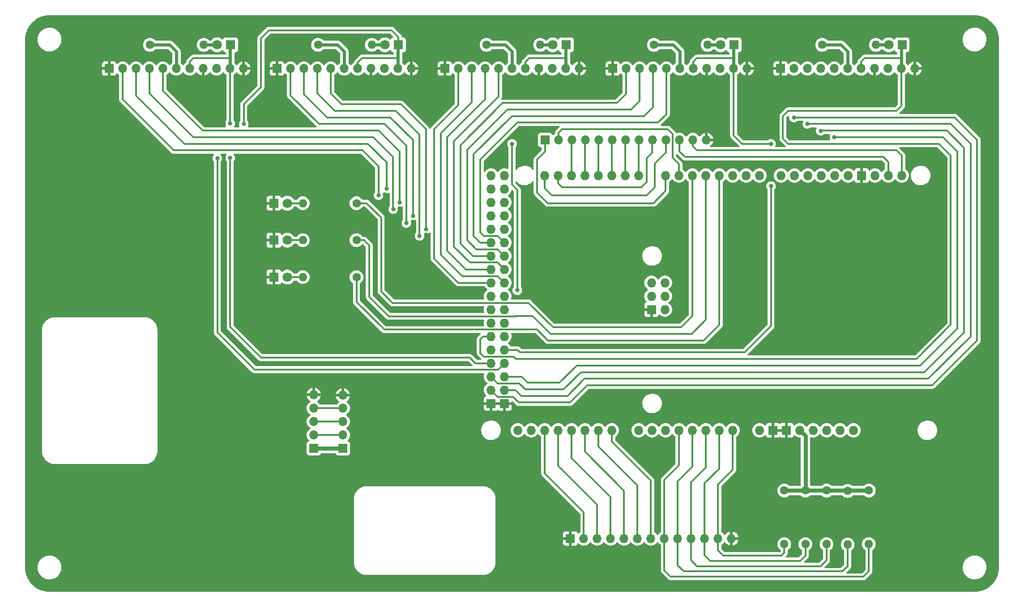
<source format=gbr>
%TF.GenerationSoftware,KiCad,Pcbnew,7.0.5*%
%TF.CreationDate,2023-06-06T17:40:15+02:00*%
%TF.ProjectId,hat,6861742e-6b69-4636-9164-5f7063625858,rev?*%
%TF.SameCoordinates,Original*%
%TF.FileFunction,Copper,L1,Top*%
%TF.FilePolarity,Positive*%
%FSLAX46Y46*%
G04 Gerber Fmt 4.6, Leading zero omitted, Abs format (unit mm)*
G04 Created by KiCad (PCBNEW 7.0.5) date 2023-06-06 17:40:15*
%MOMM*%
%LPD*%
G01*
G04 APERTURE LIST*
%TA.AperFunction,ComponentPad*%
%ADD10O,1.600000X1.600000*%
%TD*%
%TA.AperFunction,ComponentPad*%
%ADD11C,1.600000*%
%TD*%
%TA.AperFunction,ComponentPad*%
%ADD12R,1.800000X1.800000*%
%TD*%
%TA.AperFunction,ComponentPad*%
%ADD13C,1.800000*%
%TD*%
%TA.AperFunction,ComponentPad*%
%ADD14R,1.700000X1.700000*%
%TD*%
%TA.AperFunction,ComponentPad*%
%ADD15O,1.700000X1.700000*%
%TD*%
%TA.AperFunction,ComponentPad*%
%ADD16O,1.727200X1.727200*%
%TD*%
%TA.AperFunction,ComponentPad*%
%ADD17R,1.727200X1.727200*%
%TD*%
%TA.AperFunction,ViaPad*%
%ADD18C,0.800000*%
%TD*%
%TA.AperFunction,Conductor*%
%ADD19C,0.300000*%
%TD*%
%TA.AperFunction,Conductor*%
%ADD20C,0.600000*%
%TD*%
%TA.AperFunction,Conductor*%
%ADD21C,0.800000*%
%TD*%
G04 APERTURE END LIST*
D10*
%TO.P,R13,2*%
%TO.N,Net-(D8-A)*%
X216330000Y-51000000D03*
D11*
%TO.P,R13,1*%
%TO.N,/+12V1_C*%
X206170000Y-51000000D03*
%TD*%
%TO.P,R12,1*%
%TO.N,/+12V1_R*%
X174340000Y-51000000D03*
D10*
%TO.P,R12,2*%
%TO.N,Net-(D7-A)*%
X184500000Y-51000000D03*
%TD*%
D11*
%TO.P,R11,1*%
%TO.N,/+12V1_L*%
X142670000Y-51000000D03*
D10*
%TO.P,R11,2*%
%TO.N,Net-(D6-A)*%
X152830000Y-51000000D03*
%TD*%
D11*
%TO.P,R10,1*%
%TO.N,/+12V1_D*%
X110815000Y-51000000D03*
D10*
%TO.P,R10,2*%
%TO.N,Net-(D5-A)*%
X120975000Y-51000000D03*
%TD*%
D11*
%TO.P,R9,1*%
%TO.N,/+12V1_U*%
X79000000Y-51000000D03*
D10*
%TO.P,R9,2*%
%TO.N,Net-(D4-A)*%
X89160000Y-51000000D03*
%TD*%
D12*
%TO.P,D8,1,K*%
%TO.N,/C_LIGHT*%
X221290000Y-51000000D03*
D13*
%TO.P,D8,2,A*%
%TO.N,Net-(D8-A)*%
X218750000Y-51000000D03*
%TD*%
D12*
%TO.P,D7,1,K*%
%TO.N,/R_LIGHT*%
X189500000Y-51000000D03*
D13*
%TO.P,D7,2,A*%
%TO.N,Net-(D7-A)*%
X186960000Y-51000000D03*
%TD*%
D12*
%TO.P,D6,1,K*%
%TO.N,/L_LIGHT*%
X157750000Y-51000000D03*
D13*
%TO.P,D6,2,A*%
%TO.N,Net-(D6-A)*%
X155210000Y-51000000D03*
%TD*%
D12*
%TO.P,D5,1,K*%
%TO.N,/D_LIGHT*%
X126000000Y-51000000D03*
D13*
%TO.P,D5,2,A*%
%TO.N,Net-(D5-A)*%
X123460000Y-51000000D03*
%TD*%
D12*
%TO.P,D4,1,K*%
%TO.N,/U_LIGHT*%
X94250000Y-51000000D03*
D13*
%TO.P,D4,2,A*%
%TO.N,Net-(D4-A)*%
X91710000Y-51000000D03*
%TD*%
D14*
%TO.P,J9,1,Pin_1*%
%TO.N,+3V3*%
X110000000Y-127420000D03*
D15*
%TO.P,J9,2,Pin_2*%
%TO.N,/NRST*%
X110000000Y-124880000D03*
%TO.P,J9,3,Pin_3*%
%TO.N,/SWCLK*%
X110000000Y-122340000D03*
%TO.P,J9,4,Pin_4*%
%TO.N,/SWDIO*%
X110000000Y-119800000D03*
%TO.P,J9,5,Pin_5*%
%TO.N,GND*%
X110000000Y-117260000D03*
%TD*%
D14*
%TO.P,J1,1,Pin_1*%
%TO.N,GND*%
X71300000Y-55500000D03*
D15*
%TO.P,J1,2,Pin_2*%
%TO.N,/U_S1*%
X73840000Y-55500000D03*
%TO.P,J1,3,Pin_3*%
%TO.N,/U_S2*%
X76380000Y-55500000D03*
%TO.P,J1,4,Pin_4*%
%TO.N,/U_S3*%
X78920000Y-55500000D03*
%TO.P,J1,5,Pin_5*%
%TO.N,/U_S4*%
X81460000Y-55500000D03*
%TO.P,J1,6,Pin_6*%
%TO.N,/+12V1_U*%
X84000000Y-55500000D03*
%TO.P,J1,7,Pin_7*%
%TO.N,/U_LIGHT*%
X86540000Y-55500000D03*
%TO.P,J1,8,Pin_8*%
%TO.N,GND*%
X89080000Y-55500000D03*
%TO.P,J1,9,Pin_9*%
%TO.N,/+12V2_U*%
X91620000Y-55500000D03*
%TO.P,J1,10,Pin_10*%
%TO.N,/U_LIGHT*%
X94160000Y-55500000D03*
%TO.P,J1,11,Pin_11*%
%TO.N,GND*%
X96700000Y-55500000D03*
%TD*%
D14*
%TO.P,J3,1,Pin_1*%
%TO.N,GND*%
X134800000Y-55500000D03*
D15*
%TO.P,J3,2,Pin_2*%
%TO.N,/L_S1*%
X137340000Y-55500000D03*
%TO.P,J3,3,Pin_3*%
%TO.N,/L_S2*%
X139880000Y-55500000D03*
%TO.P,J3,4,Pin_4*%
%TO.N,/L_S3*%
X142420000Y-55500000D03*
%TO.P,J3,5,Pin_5*%
%TO.N,/L_S4*%
X144960000Y-55500000D03*
%TO.P,J3,6,Pin_6*%
%TO.N,/+12V1_L*%
X147500000Y-55500000D03*
%TO.P,J3,7,Pin_7*%
%TO.N,/L_LIGHT*%
X150040000Y-55500000D03*
%TO.P,J3,8,Pin_8*%
%TO.N,GND*%
X152580000Y-55500000D03*
%TO.P,J3,9,Pin_9*%
%TO.N,/+12V2_L*%
X155120000Y-55500000D03*
%TO.P,J3,10,Pin_10*%
%TO.N,/L_LIGHT*%
X157660000Y-55500000D03*
%TO.P,J3,11,Pin_11*%
%TO.N,GND*%
X160200000Y-55500000D03*
%TD*%
D13*
%TO.P,D1,2,A*%
%TO.N,Net-(D1-A)*%
X105000000Y-95000000D03*
D12*
%TO.P,D1,1,K*%
%TO.N,GND*%
X102460000Y-95000000D03*
%TD*%
D11*
%TO.P,R7,1*%
%TO.N,/LED_SUCCESS*%
X118080000Y-88000000D03*
D10*
%TO.P,R7,2*%
%TO.N,Net-(D2-A)*%
X107920000Y-88000000D03*
%TD*%
D14*
%TO.P,J5,1,Pin_1*%
%TO.N,GND*%
X198300000Y-55500000D03*
D15*
%TO.P,J5,2,Pin_2*%
%TO.N,/C_S1*%
X200840000Y-55500000D03*
%TO.P,J5,3,Pin_3*%
%TO.N,/C_S2*%
X203380000Y-55500000D03*
%TO.P,J5,4,Pin_4*%
%TO.N,/C_S3*%
X205920000Y-55500000D03*
%TO.P,J5,5,Pin_5*%
%TO.N,/C_S4*%
X208460000Y-55500000D03*
%TO.P,J5,6,Pin_6*%
%TO.N,/+12V1_C*%
X211000000Y-55500000D03*
%TO.P,J5,7,Pin_7*%
%TO.N,/C_LIGHT*%
X213540000Y-55500000D03*
%TO.P,J5,8,Pin_8*%
%TO.N,GND*%
X216080000Y-55500000D03*
%TO.P,J5,9,Pin_9*%
%TO.N,/+12V2_C*%
X218620000Y-55500000D03*
%TO.P,J5,10,Pin_10*%
%TO.N,/C_LIGHT*%
X221160000Y-55500000D03*
%TO.P,J5,11,Pin_11*%
%TO.N,GND*%
X223700000Y-55500000D03*
%TD*%
D11*
%TO.P,R5,1*%
%TO.N,+5V*%
X199000000Y-135420000D03*
D10*
%TO.P,R5,2*%
%TO.N,/U_OUT*%
X199000000Y-145580000D03*
%TD*%
D11*
%TO.P,R8,1*%
%TO.N,/LED_FAIL*%
X118080000Y-81000000D03*
D10*
%TO.P,R8,2*%
%TO.N,Net-(D3-A)*%
X107920000Y-81000000D03*
%TD*%
D13*
%TO.P,D2,2,A*%
%TO.N,Net-(D2-A)*%
X105000000Y-88000000D03*
D12*
%TO.P,D2,1,K*%
%TO.N,GND*%
X102460000Y-88000000D03*
%TD*%
D14*
%TO.P,J7,1,Pin_1*%
%TO.N,+3V3*%
X115500000Y-127420000D03*
D15*
%TO.P,J7,2,Pin_2*%
%TO.N,/NRST*%
X115500000Y-124880000D03*
%TO.P,J7,3,Pin_3*%
%TO.N,/SWCLK*%
X115500000Y-122340000D03*
%TO.P,J7,4,Pin_4*%
%TO.N,/SWDIO*%
X115500000Y-119800000D03*
%TO.P,J7,5,Pin_5*%
%TO.N,GND*%
X115500000Y-117390000D03*
%TD*%
D14*
%TO.P,J8,1,Pin_1*%
%TO.N,/D0*%
X153775000Y-69000000D03*
D15*
%TO.P,J8,2,Pin_2*%
%TO.N,/D1*%
X156315000Y-69000000D03*
%TO.P,J8,3,Pin_3*%
%TO.N,/D19*%
X158855000Y-69000000D03*
%TO.P,J8,4,Pin_4*%
%TO.N,/D18*%
X161395000Y-69000000D03*
%TO.P,J8,5,Pin_5*%
%TO.N,/D17*%
X163935000Y-69000000D03*
%TO.P,J8,6,Pin_6*%
%TO.N,/D16*%
X166475000Y-69000000D03*
%TO.P,J8,7,Pin_7*%
%TO.N,/D15*%
X169015000Y-69000000D03*
%TO.P,J8,8,Pin_8*%
%TO.N,/D14*%
X171555000Y-69000000D03*
%TO.P,J8,9,Pin_9*%
%TO.N,/D20*%
X174095000Y-69000000D03*
%TO.P,J8,10,Pin_10*%
%TO.N,/D21*%
X176635000Y-69000000D03*
%TO.P,J8,11,Pin_11*%
%TO.N,/SDA*%
X179175000Y-69000000D03*
%TO.P,J8,12,Pin_12*%
%TO.N,/SCL*%
X181715000Y-69000000D03*
%TO.P,J8,13,Pin_13*%
%TO.N,GND*%
X184255000Y-69000000D03*
%TD*%
D11*
%TO.P,R2,1*%
%TO.N,+5V*%
X211000000Y-135500000D03*
D10*
%TO.P,R2,2*%
%TO.N,/R_OUT*%
X211000000Y-145660000D03*
%TD*%
D14*
%TO.P,J6,1,Pin_1*%
%TO.N,GND*%
X158525000Y-144500000D03*
D15*
%TO.P,J6,2,Pin_2*%
%TO.N,/TEST*%
X161065000Y-144500000D03*
%TO.P,J6,3,Pin_3*%
%TO.N,/FL5*%
X163605000Y-144500000D03*
%TO.P,J6,4,Pin_4*%
%TO.N,/FL4*%
X166145000Y-144500000D03*
%TO.P,J6,5,Pin_5*%
%TO.N,/FL3*%
X168685000Y-144500000D03*
%TO.P,J6,6,Pin_6*%
%TO.N,/FL2*%
X171225000Y-144500000D03*
%TO.P,J6,7,Pin_7*%
%TO.N,/FL1*%
X173765000Y-144500000D03*
%TO.P,J6,8,Pin_8*%
%TO.N,/C_OUT*%
X176305000Y-144500000D03*
%TO.P,J6,9,Pin_9*%
%TO.N,/R_OUT*%
X178845000Y-144500000D03*
%TO.P,J6,10,Pin_10*%
%TO.N,/L_OUT*%
X181385000Y-144500000D03*
%TO.P,J6,11,Pin_11*%
%TO.N,/D_OUT*%
X183925000Y-144500000D03*
%TO.P,J6,12,Pin_12*%
%TO.N,/U_OUT*%
X186465000Y-144500000D03*
%TO.P,J6,13,Pin_13*%
%TO.N,GND*%
X189005000Y-144500000D03*
%TD*%
D12*
%TO.P,D3,1,K*%
%TO.N,GND*%
X102460000Y-81000000D03*
D13*
%TO.P,D3,2,A*%
%TO.N,Net-(D3-A)*%
X105000000Y-81000000D03*
%TD*%
D11*
%TO.P,R3,1*%
%TO.N,+5V*%
X207000000Y-135420000D03*
D10*
%TO.P,R3,2*%
%TO.N,/L_OUT*%
X207000000Y-145580000D03*
%TD*%
D11*
%TO.P,R4,1*%
%TO.N,+5V*%
X203000000Y-135420000D03*
D10*
%TO.P,R4,2*%
%TO.N,/D_OUT*%
X203000000Y-145580000D03*
%TD*%
D11*
%TO.P,R6,1*%
%TO.N,/LED_RUN*%
X118080000Y-95000000D03*
D10*
%TO.P,R6,2*%
%TO.N,Net-(D1-A)*%
X107920000Y-95000000D03*
%TD*%
D14*
%TO.P,J4,1,Pin_1*%
%TO.N,GND*%
X166550000Y-55500000D03*
D15*
%TO.P,J4,2,Pin_2*%
%TO.N,/R_S1*%
X169090000Y-55500000D03*
%TO.P,J4,3,Pin_3*%
%TO.N,/R_S2*%
X171630000Y-55500000D03*
%TO.P,J4,4,Pin_4*%
%TO.N,/R_S3*%
X174170000Y-55500000D03*
%TO.P,J4,5,Pin_5*%
%TO.N,/R_S4*%
X176710000Y-55500000D03*
%TO.P,J4,6,Pin_6*%
%TO.N,/+12V1_R*%
X179250000Y-55500000D03*
%TO.P,J4,7,Pin_7*%
%TO.N,/R_LIGHT*%
X181790000Y-55500000D03*
%TO.P,J4,8,Pin_8*%
%TO.N,GND*%
X184330000Y-55500000D03*
%TO.P,J4,9,Pin_9*%
%TO.N,/+12V2_R*%
X186870000Y-55500000D03*
%TO.P,J4,10,Pin_10*%
%TO.N,/R_LIGHT*%
X189410000Y-55500000D03*
%TO.P,J4,11,Pin_11*%
%TO.N,GND*%
X191950000Y-55500000D03*
%TD*%
D11*
%TO.P,R1,1*%
%TO.N,+5V*%
X215000000Y-135420000D03*
D10*
%TO.P,R1,2*%
%TO.N,/C_OUT*%
X215000000Y-145580000D03*
%TD*%
D14*
%TO.P,J2,1,Pin_1*%
%TO.N,GND*%
X103050000Y-55500000D03*
D15*
%TO.P,J2,2,Pin_2*%
%TO.N,/D_S1*%
X105590000Y-55500000D03*
%TO.P,J2,3,Pin_3*%
%TO.N,/D_S2*%
X108130000Y-55500000D03*
%TO.P,J2,4,Pin_4*%
%TO.N,/D_S3*%
X110670000Y-55500000D03*
%TO.P,J2,5,Pin_5*%
%TO.N,/D_S4*%
X113210000Y-55500000D03*
%TO.P,J2,6,Pin_6*%
%TO.N,/+12V1_D*%
X115750000Y-55500000D03*
%TO.P,J2,7,Pin_7*%
%TO.N,/D_LIGHT*%
X118290000Y-55500000D03*
%TO.P,J2,8,Pin_8*%
%TO.N,GND*%
X120830000Y-55500000D03*
%TO.P,J2,9,Pin_9*%
%TO.N,/+12V2_D*%
X123370000Y-55500000D03*
%TO.P,J2,10,Pin_10*%
%TO.N,/D_LIGHT*%
X125910000Y-55500000D03*
%TO.P,J2,11,Pin_11*%
%TO.N,GND*%
X128450000Y-55500000D03*
%TD*%
D16*
%TO.P,XA1,*%
%TO.N,*%
X212106000Y-124010000D03*
%TO.P,XA1,3V3,3.3V*%
%TO.N,unconnected-(XA1-3.3V-Pad3V3)*%
X204486000Y-124010000D03*
%TO.P,XA1,5V1,5V*%
%TO.N,+5V*%
X201946000Y-124010000D03*
%TO.P,XA1,5V2,SPI_5V*%
%TO.N,unconnected-(XA1-SPI_5V-Pad5V2)*%
X173879000Y-96070000D03*
%TO.P,XA1,5V3,5V*%
%TO.N,unconnected-(XA1-5V-Pad5V3)*%
X146066000Y-75750000D03*
%TO.P,XA1,5V4,5V*%
%TO.N,unconnected-(XA1-5V-Pad5V4)*%
X143526000Y-75750000D03*
%TO.P,XA1,A0,A0*%
%TO.N,/U_OUT*%
X189246000Y-124010000D03*
%TO.P,XA1,A1,A1*%
%TO.N,/D_OUT*%
X186706000Y-124010000D03*
%TO.P,XA1,A2,A2*%
%TO.N,/L_OUT*%
X184166000Y-124010000D03*
%TO.P,XA1,A3,A3*%
%TO.N,/R_OUT*%
X181626000Y-124010000D03*
%TO.P,XA1,A4,A4*%
%TO.N,/C_OUT*%
X179086000Y-124010000D03*
%TO.P,XA1,A5,A5*%
%TO.N,unconnected-(XA1-PadA5)*%
X176546000Y-124010000D03*
%TO.P,XA1,A6,A6*%
%TO.N,unconnected-(XA1-PadA6)*%
X174006000Y-124010000D03*
%TO.P,XA1,A7,A7*%
%TO.N,unconnected-(XA1-PadA7)*%
X171466000Y-124010000D03*
%TO.P,XA1,A8,A8*%
%TO.N,/FL1*%
X166386000Y-124010000D03*
%TO.P,XA1,A9,A9*%
%TO.N,/FL2*%
X163846000Y-124010000D03*
%TO.P,XA1,A10,A10*%
%TO.N,/FL3*%
X161306000Y-124010000D03*
%TO.P,XA1,A11,A11*%
%TO.N,/FL4*%
X158766000Y-124010000D03*
%TO.P,XA1,A12,A12*%
%TO.N,/FL5*%
X156226000Y-124010000D03*
%TO.P,XA1,A13,A13*%
%TO.N,/TEST*%
X153686000Y-124010000D03*
%TO.P,XA1,A14,A14*%
%TO.N,unconnected-(XA1-PadA14)*%
X151146000Y-124010000D03*
%TO.P,XA1,A15,A15*%
%TO.N,unconnected-(XA1-PadA15)*%
X148606000Y-124010000D03*
%TO.P,XA1,AREF,AREF*%
%TO.N,unconnected-(XA1-PadAREF)*%
X216170000Y-75750000D03*
%TO.P,XA1,D0,D0/RX0*%
%TO.N,/D0*%
X176546000Y-75750000D03*
%TO.P,XA1,D1,D1/TX0*%
%TO.N,/D1*%
X179086000Y-75750000D03*
%TO.P,XA1,D2,D2_INT0*%
%TO.N,/LED_FAIL*%
X181626000Y-75750000D03*
%TO.P,XA1,D3,D3_INT1*%
%TO.N,/LED_SUCCESS*%
X184166000Y-75750000D03*
%TO.P,XA1,D4,D4*%
%TO.N,/LED_RUN*%
X186706000Y-75750000D03*
%TO.P,XA1,D5,D5*%
%TO.N,unconnected-(XA1-PadD5)*%
X189246000Y-75750000D03*
%TO.P,XA1,D6,D6*%
%TO.N,unconnected-(XA1-PadD6)*%
X191786000Y-75750000D03*
%TO.P,XA1,D7,D7*%
%TO.N,unconnected-(XA1-PadD7)*%
X194326000Y-75750000D03*
%TO.P,XA1,D8,D8*%
%TO.N,unconnected-(XA1-PadD8)*%
X198390000Y-75750000D03*
%TO.P,XA1,D9,D9*%
%TO.N,unconnected-(XA1-PadD9)*%
X200930000Y-75750000D03*
%TO.P,XA1,D10,D10*%
%TO.N,unconnected-(XA1-PadD10)*%
X203470000Y-75750000D03*
%TO.P,XA1,D11,D11*%
%TO.N,unconnected-(XA1-PadD11)*%
X206010000Y-75750000D03*
%TO.P,XA1,D12,D12*%
%TO.N,unconnected-(XA1-PadD12)*%
X208550000Y-75750000D03*
%TO.P,XA1,D13,D13*%
%TO.N,unconnected-(XA1-PadD13)*%
X211090000Y-75750000D03*
%TO.P,XA1,D14,D14/TX3*%
%TO.N,/D14*%
X171466000Y-75750000D03*
%TO.P,XA1,D15,D15/RX3*%
%TO.N,/D15*%
X168926000Y-75750000D03*
%TO.P,XA1,D16,D16/TX2*%
%TO.N,/D16*%
X166386000Y-75750000D03*
%TO.P,XA1,D17,D17/RX2*%
%TO.N,/D17*%
X163846000Y-75750000D03*
%TO.P,XA1,D18,D18/TX1*%
%TO.N,/D18*%
X161306000Y-75750000D03*
%TO.P,XA1,D19,D19/RX1*%
%TO.N,/D19*%
X158766000Y-75750000D03*
%TO.P,XA1,D20,D20/SDA*%
%TO.N,/D20*%
X156226000Y-75750000D03*
%TO.P,XA1,D21,D21/SCL*%
%TO.N,/D21*%
X153686000Y-75750000D03*
%TO.P,XA1,D22,D22*%
%TO.N,/U_S1*%
X146066000Y-78290000D03*
%TO.P,XA1,D23,D23*%
%TO.N,/U_S2*%
X143526000Y-78290000D03*
%TO.P,XA1,D24,D24*%
%TO.N,/U_S3*%
X146066000Y-80830000D03*
%TO.P,XA1,D25,D25*%
%TO.N,/U_S4*%
X143526000Y-80830000D03*
%TO.P,XA1,D26,D26*%
%TO.N,/D_S1*%
X146066000Y-83370000D03*
%TO.P,XA1,D27,D27*%
%TO.N,/D_S2*%
X143526000Y-83370000D03*
%TO.P,XA1,D28,D28*%
%TO.N,/D_S3*%
X146066000Y-85910000D03*
%TO.P,XA1,D29,D29*%
%TO.N,/D_S4*%
X143526000Y-85910000D03*
%TO.P,XA1,D30,D30*%
%TO.N,/R_S4*%
X146066000Y-88450000D03*
%TO.P,XA1,D31,D31*%
%TO.N,/R_S3*%
X143526000Y-88450000D03*
%TO.P,XA1,D32,D32*%
%TO.N,/R_S2*%
X146066000Y-90990000D03*
%TO.P,XA1,D33,D33*%
%TO.N,/R_S1*%
X143526000Y-90990000D03*
%TO.P,XA1,D34,D34*%
%TO.N,/L_S4*%
X146066000Y-93530000D03*
%TO.P,XA1,D35,D35*%
%TO.N,/L_S3*%
X143526000Y-93530000D03*
%TO.P,XA1,D36,D36*%
%TO.N,/L_S2*%
X146066000Y-96070000D03*
%TO.P,XA1,D37,D37*%
%TO.N,/L_S1*%
X143526000Y-96070000D03*
%TO.P,XA1,D38,D38*%
%TO.N,unconnected-(XA1-PadD38)*%
X146066000Y-98610000D03*
%TO.P,XA1,D39,D39*%
%TO.N,unconnected-(XA1-PadD39)*%
X143526000Y-98610000D03*
%TO.P,XA1,D40,D40*%
%TO.N,unconnected-(XA1-PadD40)*%
X146066000Y-101150000D03*
%TO.P,XA1,D41,D41*%
%TO.N,unconnected-(XA1-PadD41)*%
X143526000Y-101150000D03*
%TO.P,XA1,D42,D42*%
%TO.N,unconnected-(XA1-PadD42)*%
X146066000Y-103690000D03*
%TO.P,XA1,D43,D43*%
%TO.N,unconnected-(XA1-PadD43)*%
X143526000Y-103690000D03*
%TO.P,XA1,D44,D44*%
%TO.N,unconnected-(XA1-PadD44)*%
X146066000Y-106230000D03*
%TO.P,XA1,D45,D45*%
%TO.N,/C_LIGHT*%
X143526000Y-106230000D03*
%TO.P,XA1,D46,D46*%
%TO.N,/R_LIGHT*%
X146066000Y-108770000D03*
%TO.P,XA1,D47,D47*%
%TO.N,/L_LIGHT*%
X143526000Y-108770000D03*
%TO.P,XA1,D48,D48*%
%TO.N,/D_LIGHT*%
X146066000Y-111310000D03*
%TO.P,XA1,D49,D49*%
%TO.N,/U_LIGHT*%
X143526000Y-111310000D03*
%TO.P,XA1,D50,D50_MISO*%
%TO.N,/C_S4*%
X146066000Y-113850000D03*
%TO.P,XA1,D51,D51_MOSI*%
%TO.N,/C_S3*%
X143526000Y-113850000D03*
%TO.P,XA1,D52,D52_SCK*%
%TO.N,/C_S2*%
X146066000Y-116390000D03*
%TO.P,XA1,D53,D53_CS*%
%TO.N,/C_S1*%
X143526000Y-116390000D03*
D17*
%TO.P,XA1,GND1,GND*%
%TO.N,GND*%
X213630000Y-75750000D03*
%TO.P,XA1,GND2,GND*%
X199406000Y-124010000D03*
%TO.P,XA1,GND3,GND*%
X196866000Y-124010000D03*
%TO.P,XA1,GND4,SPI_GND*%
X173879000Y-101150000D03*
%TO.P,XA1,GND5,GND*%
X146066000Y-118930000D03*
%TO.P,XA1,GND6,GND*%
X143526000Y-118930000D03*
D16*
%TO.P,XA1,IORF,IOREF*%
%TO.N,unconnected-(XA1-IOREF-PadIORF)*%
X209566000Y-124010000D03*
%TO.P,XA1,MISO,SPI_MISO*%
%TO.N,unconnected-(XA1-SPI_MISO-PadMISO)*%
X176419000Y-96070000D03*
%TO.P,XA1,MOSI,SPI_MOSI*%
%TO.N,unconnected-(XA1-SPI_MOSI-PadMOSI)*%
X173879000Y-98610000D03*
%TO.P,XA1,RST1,RESET*%
%TO.N,unconnected-(XA1-RESET-PadRST1)*%
X207026000Y-124010000D03*
%TO.P,XA1,RST2,SPI_RESET*%
%TO.N,unconnected-(XA1-SPI_RESET-PadRST2)*%
X176419000Y-101150000D03*
%TO.P,XA1,SCK,SPI_SCK*%
%TO.N,unconnected-(XA1-SPI_SCK-PadSCK)*%
X176419000Y-98610000D03*
%TO.P,XA1,SCL,SCL*%
%TO.N,/SCL*%
X221250000Y-75750000D03*
%TO.P,XA1,SDA,SDA*%
%TO.N,/SDA*%
X218710000Y-75750000D03*
%TO.P,XA1,VIN,VIN*%
%TO.N,unconnected-(XA1-PadVIN)*%
X194326000Y-124010000D03*
%TD*%
D18*
%TO.N,GND*%
X150000000Y-59000000D03*
X162000000Y-59000000D03*
X215000000Y-60000000D03*
X216000000Y-121000000D03*
X184000000Y-120000000D03*
X157000000Y-121000000D03*
X174000000Y-130000000D03*
X127000000Y-97000000D03*
X151000000Y-107000000D03*
X121000000Y-59000000D03*
X132000000Y-63000000D03*
X101600000Y-63500000D03*
X177800000Y-88900000D03*
X165100000Y-101600000D03*
X165100000Y-88900000D03*
X152400000Y-88900000D03*
X190500000Y-63500000D03*
X177800000Y-63500000D03*
X165100000Y-50800000D03*
X203200000Y-50800000D03*
X228600000Y-50800000D03*
X228600000Y-63500000D03*
X228600000Y-88900000D03*
X215900000Y-88900000D03*
X203200000Y-88900000D03*
X190500000Y-88900000D03*
X190500000Y-101600000D03*
X203200000Y-101600000D03*
X215900000Y-101600000D03*
X228600000Y-101600000D03*
X228600000Y-152400000D03*
X228600000Y-139700000D03*
X228600000Y-127000000D03*
X215900000Y-127000000D03*
X190500000Y-127000000D03*
X190500000Y-139700000D03*
X165100000Y-152400000D03*
X152400000Y-127000000D03*
X139700000Y-127000000D03*
X152400000Y-139700000D03*
X152400000Y-152400000D03*
X139700000Y-152400000D03*
X127000000Y-152400000D03*
X114300000Y-152400000D03*
X114300000Y-139700000D03*
X127000000Y-127000000D03*
X101600000Y-114300000D03*
X114300000Y-114300000D03*
X127000000Y-114300000D03*
X127000000Y-88900000D03*
X114300000Y-88900000D03*
X101600000Y-101600000D03*
X114300000Y-101600000D03*
X114300000Y-76200000D03*
X101600000Y-76200000D03*
X139700000Y-50800000D03*
X101600000Y-50800000D03*
X76200000Y-50800000D03*
X88900000Y-63500000D03*
X88900000Y-76200000D03*
X76200000Y-76200000D03*
X76200000Y-101600000D03*
X76200000Y-88900000D03*
X88900000Y-88900000D03*
X88900000Y-101600000D03*
X88900000Y-114300000D03*
X88900000Y-127000000D03*
X101600000Y-127000000D03*
X101600000Y-152400000D03*
X101600000Y-139700000D03*
X88900000Y-139700000D03*
X88900000Y-152400000D03*
X76200000Y-152400000D03*
X76200000Y-139700000D03*
X63500000Y-139700000D03*
X63500000Y-101600000D03*
X63500000Y-88900000D03*
X63500000Y-76200000D03*
X63500000Y-63500000D03*
X148750000Y-69750000D03*
%TO.N,/L_LIGHT*%
X147500000Y-69750000D03*
%TO.N,GND*%
X149750000Y-97500000D03*
%TO.N,/L_LIGHT*%
X148500000Y-97500000D03*
%TO.N,GND*%
X95500000Y-72500000D03*
X95500000Y-66000000D03*
%TO.N,/D_LIGHT*%
X96750000Y-66000000D03*
X91750000Y-72500000D03*
%TO.N,GND*%
X93000000Y-66000000D03*
X93000000Y-72500000D03*
%TO.N,/U_LIGHT*%
X94178452Y-72437367D03*
X94160000Y-65910000D03*
%TO.N,GND*%
X207250000Y-68500000D03*
X205000000Y-68250000D03*
X202500000Y-67000000D03*
X200000000Y-65750000D03*
X197750000Y-77750000D03*
X197750000Y-69750000D03*
X128750000Y-87250000D03*
X131250000Y-87000000D03*
X126250000Y-84750000D03*
X128750000Y-84500000D03*
X123750000Y-82000000D03*
X123424084Y-79348168D03*
X121000000Y-79250000D03*
X126250000Y-82000000D03*
%TO.N,/U_S1*%
X122250000Y-79500000D03*
%TO.N,/U_S2*%
X123750000Y-78250000D03*
%TO.N,/U_S3*%
X125017369Y-82099977D03*
%TO.N,/U_S4*%
X126263431Y-80829517D03*
%TO.N,/D_S2*%
X128776403Y-83373217D03*
%TO.N,/D_S1*%
X127500000Y-84750000D03*
%TO.N,/D_S3*%
X130000000Y-87181260D03*
%TO.N,/D_S4*%
X131250000Y-85910000D03*
%TO.N,/R_LIGHT*%
X196500000Y-77750000D03*
X196500000Y-69750000D03*
%TO.N,/C_S1*%
X200822662Y-64768635D03*
%TO.N,/C_S2*%
X203381649Y-65983693D03*
%TO.N,/C_S3*%
X205903817Y-67290802D03*
%TO.N,/C_S4*%
X208462804Y-68469041D03*
%TD*%
D19*
%TO.N,/LED_FAIL*%
X118080000Y-81000000D02*
X120000000Y-81000000D01*
X150625000Y-99875000D02*
X155250000Y-104500000D01*
X120000000Y-81000000D02*
X122750000Y-83750000D01*
X122750000Y-83750000D02*
X122750000Y-97750000D01*
X122750000Y-97750000D02*
X124875000Y-99875000D01*
X179500000Y-104500000D02*
X181626000Y-102374000D01*
X124875000Y-99875000D02*
X150625000Y-99875000D01*
X155250000Y-104500000D02*
X179500000Y-104500000D01*
X181626000Y-102374000D02*
X181626000Y-75750000D01*
%TO.N,/LED_SUCCESS*%
X118080000Y-88000000D02*
X119500000Y-88000000D01*
X119500000Y-88000000D02*
X120500000Y-89000000D01*
X120500000Y-89000000D02*
X120500000Y-98750000D01*
X120500000Y-98750000D02*
X124175000Y-102425000D01*
X124175000Y-102425000D02*
X148175000Y-102425000D01*
X148175000Y-102425000D02*
X148200000Y-102400000D01*
X148200000Y-102400000D02*
X151400000Y-102400000D01*
X181500000Y-105750000D02*
X184166000Y-103084000D01*
X151400000Y-102400000D02*
X154750000Y-105750000D01*
X154750000Y-105750000D02*
X181500000Y-105750000D01*
X184166000Y-103084000D02*
X184166000Y-75750000D01*
%TO.N,/LED_RUN*%
X186706000Y-75750000D02*
X186706000Y-104044000D01*
X186706000Y-104044000D02*
X183750000Y-107000000D01*
X183750000Y-107000000D02*
X154250000Y-107000000D01*
X154250000Y-107000000D02*
X152200000Y-104950000D01*
X152200000Y-104950000D02*
X123325000Y-104950000D01*
X123325000Y-104950000D02*
X118080000Y-99705000D01*
X118080000Y-99705000D02*
X118080000Y-95000000D01*
%TO.N,/L_LIGHT*%
X147500000Y-69750000D02*
X147500000Y-77500000D01*
X147500000Y-77500000D02*
X148500000Y-78500000D01*
X148500000Y-78500000D02*
X148500000Y-97500000D01*
%TO.N,/U_LIGHT*%
X94178452Y-72437367D02*
X94178452Y-104428452D01*
X94178452Y-104428452D02*
X100000000Y-110250000D01*
X100000000Y-110250000D02*
X139500000Y-110250000D01*
X139500000Y-110250000D02*
X140560000Y-111310000D01*
X140560000Y-111310000D02*
X143526000Y-111310000D01*
%TO.N,/D_LIGHT*%
X96750000Y-66000000D02*
X96750000Y-62250000D01*
X96750000Y-62250000D02*
X100000000Y-59000000D01*
X100000000Y-59000000D02*
X100000000Y-49750000D01*
X100000000Y-49750000D02*
X101500000Y-48250000D01*
X101500000Y-48250000D02*
X124750000Y-48250000D01*
X124750000Y-48250000D02*
X126000000Y-49500000D01*
X126000000Y-49500000D02*
X126000000Y-51000000D01*
X98773600Y-112523600D02*
X94750000Y-108500000D01*
X136476400Y-112523600D02*
X98773600Y-112523600D01*
X94750000Y-108500000D02*
X91750000Y-105500000D01*
X91750000Y-105500000D02*
X91750000Y-72500000D01*
X144852400Y-112523600D02*
X136476400Y-112523600D01*
X146066000Y-111310000D02*
X144852400Y-112523600D01*
%TO.N,/U_LIGHT*%
X94160000Y-65910000D02*
X94160000Y-55500000D01*
%TO.N,/U_S3*%
X125017369Y-82099977D02*
X125000000Y-82082608D01*
X121250000Y-68500000D02*
X87250000Y-68500000D01*
X125000000Y-82082608D02*
X125000000Y-72250000D01*
X125000000Y-72250000D02*
X121250000Y-68500000D01*
X87250000Y-68500000D02*
X78920000Y-60170000D01*
X78920000Y-60170000D02*
X78920000Y-55500000D01*
%TO.N,/U_S4*%
X126263431Y-80829517D02*
X126250000Y-80816086D01*
X122250000Y-67250000D02*
X89000000Y-67250000D01*
X126250000Y-80816086D02*
X126250000Y-71250000D01*
X126250000Y-71250000D02*
X122250000Y-67250000D01*
X89000000Y-67250000D02*
X81460000Y-59710000D01*
X81460000Y-59710000D02*
X81460000Y-55500000D01*
%TO.N,/U_S2*%
X76380000Y-55500000D02*
X76380000Y-60630000D01*
X76380000Y-60630000D02*
X85500000Y-69750000D01*
X85500000Y-69750000D02*
X120250000Y-69750000D01*
X120250000Y-69750000D02*
X123750000Y-73250000D01*
X123750000Y-73250000D02*
X123750000Y-78250000D01*
%TO.N,/U_S1*%
X73840000Y-55500000D02*
X73840000Y-61340000D01*
X73840000Y-61340000D02*
X83500000Y-71000000D01*
X122250000Y-74000000D02*
X122250000Y-79500000D01*
X83500000Y-71000000D02*
X119250000Y-71000000D01*
X119250000Y-71000000D02*
X122250000Y-74000000D01*
%TO.N,/D_S1*%
X105590000Y-55500000D02*
X105590000Y-60590000D01*
X105590000Y-60590000D02*
X111000000Y-66000000D01*
X111000000Y-66000000D02*
X123375000Y-66000000D01*
X123375000Y-66000000D02*
X127500000Y-70125000D01*
X127500000Y-70125000D02*
X127500000Y-84750000D01*
%TO.N,/D_S2*%
X128776403Y-83373217D02*
X128750000Y-83346814D01*
X128750000Y-83346814D02*
X128750000Y-69000000D01*
X128750000Y-69000000D02*
X124500000Y-64750000D01*
X124500000Y-64750000D02*
X112500000Y-64750000D01*
X112500000Y-64750000D02*
X108130000Y-60380000D01*
X108130000Y-60380000D02*
X108130000Y-55500000D01*
%TO.N,/D_S3*%
X130000000Y-87181260D02*
X130000000Y-68000000D01*
X130000000Y-68000000D02*
X125500000Y-63500000D01*
X125500000Y-63500000D02*
X114000000Y-63500000D01*
X114000000Y-63500000D02*
X110670000Y-60170000D01*
X110670000Y-60170000D02*
X110670000Y-55500000D01*
%TO.N,/D_S4*%
X131250000Y-85910000D02*
X131250000Y-67000000D01*
X131250000Y-67000000D02*
X126500000Y-62250000D01*
X126500000Y-62250000D02*
X115250000Y-62250000D01*
X115250000Y-62250000D02*
X113210000Y-60210000D01*
X113210000Y-60210000D02*
X113210000Y-55500000D01*
%TO.N,/R_S4*%
X176710000Y-55500000D02*
X176710000Y-64165000D01*
X141500000Y-86500000D02*
X142179947Y-87179947D01*
X176710000Y-64165000D02*
X175125000Y-65750000D01*
X175125000Y-65750000D02*
X148500000Y-65750000D01*
X148500000Y-65750000D02*
X141500000Y-72750000D01*
X141500000Y-72750000D02*
X141500000Y-86500000D01*
X142179947Y-87179947D02*
X144795947Y-87179947D01*
X144795947Y-87179947D02*
X146066000Y-88450000D01*
%TO.N,/R_S3*%
X174170000Y-55500000D02*
X174170000Y-62830000D01*
X174170000Y-62830000D02*
X172500000Y-64500000D01*
X172500000Y-64500000D02*
X147500000Y-64500000D01*
X147500000Y-64500000D02*
X140250000Y-71750000D01*
X140250000Y-71750000D02*
X140250000Y-87250000D01*
X140250000Y-87250000D02*
X141450000Y-88450000D01*
X141450000Y-88450000D02*
X143526000Y-88450000D01*
%TO.N,/R_S2*%
X171630000Y-55500000D02*
X171630000Y-61620000D01*
X171630000Y-61620000D02*
X170000000Y-63250000D01*
X170000000Y-63250000D02*
X146625000Y-63250000D01*
X146625000Y-63250000D02*
X139000000Y-70875000D01*
X139000000Y-70875000D02*
X139000000Y-88000000D01*
X139000000Y-88000000D02*
X140714705Y-89714705D01*
X140714705Y-89714705D02*
X144790705Y-89714705D01*
X144790705Y-89714705D02*
X146066000Y-90990000D01*
%TO.N,/R_S1*%
X169090000Y-55500000D02*
X169090000Y-60285000D01*
X169090000Y-60285000D02*
X167375000Y-62000000D01*
X137750000Y-88625000D02*
X140115000Y-90990000D01*
X140115000Y-90990000D02*
X143526000Y-90990000D01*
X167375000Y-62000000D02*
X145750000Y-62000000D01*
X145750000Y-62000000D02*
X137750000Y-70000000D01*
X137750000Y-70000000D02*
X137750000Y-88625000D01*
%TO.N,/L_S1*%
X137340000Y-55500000D02*
X137340000Y-62410000D01*
X137340000Y-62410000D02*
X132750000Y-67000000D01*
X132750000Y-67000000D02*
X132750000Y-91500000D01*
X132750000Y-91500000D02*
X137320000Y-96070000D01*
X137320000Y-96070000D02*
X143526000Y-96070000D01*
%TO.N,/L_S2*%
X139880000Y-55500000D02*
X139880000Y-61870000D01*
X134000000Y-90750000D02*
X138056283Y-94806283D01*
X139880000Y-61870000D02*
X134000000Y-67750000D01*
X144802283Y-94806283D02*
X146066000Y-96070000D01*
X134000000Y-67750000D02*
X134000000Y-90750000D01*
X138056283Y-94806283D02*
X144802283Y-94806283D01*
%TO.N,/L_S4*%
X144960000Y-55500000D02*
X144960000Y-60790000D01*
X144960000Y-60790000D02*
X136500000Y-69250000D01*
X144786000Y-92250000D02*
X146066000Y-93530000D01*
X136500000Y-69250000D02*
X136500000Y-89250000D01*
X136500000Y-89250000D02*
X139500000Y-92250000D01*
X139500000Y-92250000D02*
X144786000Y-92250000D01*
%TO.N,/L_S3*%
X142420000Y-55500000D02*
X142420000Y-61330000D01*
X142420000Y-61330000D02*
X135250000Y-68500000D01*
X135250000Y-68500000D02*
X135250000Y-90000000D01*
X135250000Y-90000000D02*
X138780000Y-93530000D01*
X138780000Y-93530000D02*
X143526000Y-93530000D01*
%TO.N,/SCL*%
X181715000Y-69000000D02*
X181715000Y-70215000D01*
X182500000Y-71000000D02*
X220250000Y-71000000D01*
X181715000Y-70215000D02*
X182500000Y-71000000D01*
X220250000Y-71000000D02*
X221250000Y-72000000D01*
X221250000Y-72000000D02*
X221250000Y-75750000D01*
%TO.N,/SDA*%
X179175000Y-69000000D02*
X179175000Y-71175000D01*
X179175000Y-71175000D02*
X180250000Y-72250000D01*
X180250000Y-72250000D02*
X217750000Y-72250000D01*
X217750000Y-72250000D02*
X218710000Y-73210000D01*
X218710000Y-73210000D02*
X218710000Y-75750000D01*
%TO.N,/R_LIGHT*%
X189410000Y-55500000D02*
X189410000Y-68160000D01*
X189410000Y-68160000D02*
X191000000Y-69750000D01*
X191000000Y-69750000D02*
X196500000Y-69750000D01*
%TO.N,/C_LIGHT*%
X148250000Y-110500000D02*
X147792111Y-110042111D01*
X224000000Y-110500000D02*
X148250000Y-110500000D01*
X230500000Y-72000000D02*
X230500000Y-104000000D01*
X199750000Y-69750000D02*
X228250000Y-69750000D01*
X147792111Y-110042111D02*
X142167111Y-110042111D01*
X142020000Y-106230000D02*
X143526000Y-106230000D01*
X230500000Y-104000000D02*
X224000000Y-110500000D01*
X221160000Y-55500000D02*
X221160000Y-62590000D01*
X198750000Y-68750000D02*
X199750000Y-69750000D01*
X228250000Y-69750000D02*
X230500000Y-72000000D01*
X221160000Y-62590000D02*
X220250000Y-63500000D01*
X198750000Y-64500000D02*
X198750000Y-68750000D01*
X199750000Y-63500000D02*
X198750000Y-64500000D01*
X220250000Y-63500000D02*
X199750000Y-63500000D01*
X142167111Y-110042111D02*
X141500000Y-109375000D01*
X141500000Y-109375000D02*
X141500000Y-106750000D01*
X141500000Y-106750000D02*
X142020000Y-106230000D01*
%TO.N,/R_LIGHT*%
X191500000Y-109250000D02*
X149000000Y-109250000D01*
X146066000Y-108770000D02*
X148520000Y-108770000D01*
X148520000Y-108770000D02*
X149000000Y-109250000D01*
X196500000Y-77750000D02*
X196500000Y-104250000D01*
X196500000Y-104250000D02*
X191500000Y-109250000D01*
%TO.N,/U_LIGHT*%
X86540000Y-54210000D02*
X87250000Y-53500000D01*
X86540000Y-55500000D02*
X86540000Y-54210000D01*
D20*
X94160000Y-55500000D02*
X94160000Y-53500000D01*
X94160000Y-53500000D02*
X94160000Y-51340000D01*
D19*
X87250000Y-53500000D02*
X94160000Y-53500000D01*
%TO.N,/D_LIGHT*%
X118290000Y-55500000D02*
X118290000Y-54335000D01*
X118290000Y-54335000D02*
X119125000Y-53500000D01*
X119125000Y-53500000D02*
X125910000Y-53500000D01*
D20*
X125910000Y-55500000D02*
X125910000Y-53500000D01*
X125910000Y-53500000D02*
X125910000Y-51090000D01*
X125910000Y-51090000D02*
X126000000Y-51000000D01*
D19*
%TO.N,/L_LIGHT*%
X150040000Y-55500000D02*
X150000000Y-55460000D01*
X150000000Y-55460000D02*
X150000000Y-54250000D01*
X150000000Y-54250000D02*
X150750000Y-53500000D01*
X150750000Y-53500000D02*
X157660000Y-53500000D01*
D20*
X157660000Y-55500000D02*
X157660000Y-53500000D01*
X157660000Y-53500000D02*
X157660000Y-51090000D01*
D19*
%TO.N,/R_LIGHT*%
X181790000Y-55500000D02*
X181790000Y-54210000D01*
X181790000Y-54210000D02*
X182500000Y-53500000D01*
X182500000Y-53500000D02*
X189410000Y-53500000D01*
D20*
X189410000Y-55500000D02*
X189410000Y-53500000D01*
X189410000Y-53500000D02*
X189410000Y-51090000D01*
D19*
%TO.N,/C_LIGHT*%
X213540000Y-55500000D02*
X213540000Y-54210000D01*
X213540000Y-54210000D02*
X214250000Y-53500000D01*
X214250000Y-53500000D02*
X221160000Y-53500000D01*
D20*
X221160000Y-55500000D02*
X221160000Y-53500000D01*
X221160000Y-53500000D02*
X221160000Y-51130000D01*
X221160000Y-51130000D02*
X221290000Y-51000000D01*
%TO.N,Net-(D8-A)*%
X216330000Y-51000000D02*
X218750000Y-51000000D01*
%TO.N,/R_LIGHT*%
X189410000Y-51090000D02*
X189500000Y-51000000D01*
%TO.N,Net-(D7-A)*%
X184500000Y-51000000D02*
X186960000Y-51000000D01*
%TO.N,/L_LIGHT*%
X157660000Y-51090000D02*
X157750000Y-51000000D01*
%TO.N,Net-(D6-A)*%
X152830000Y-51000000D02*
X155210000Y-51000000D01*
%TO.N,/+12V1_L*%
X146250000Y-51000000D02*
X147500000Y-52250000D01*
X142670000Y-51000000D02*
X146250000Y-51000000D01*
X147500000Y-52250000D02*
X147500000Y-55500000D01*
%TO.N,Net-(D5-A)*%
X120975000Y-51000000D02*
X123460000Y-51000000D01*
%TO.N,/+12V1_D*%
X114500000Y-51000000D02*
X115750000Y-52250000D01*
X110815000Y-51000000D02*
X114500000Y-51000000D01*
X115750000Y-52250000D02*
X115750000Y-55500000D01*
%TO.N,/U_LIGHT*%
X94160000Y-51340000D02*
X94250000Y-51250000D01*
%TO.N,Net-(D4-A)*%
X89160000Y-51000000D02*
X91710000Y-51000000D01*
%TO.N,/+12V1_U*%
X82750000Y-51000000D02*
X84000000Y-52250000D01*
X79000000Y-51000000D02*
X82750000Y-51000000D01*
X84000000Y-52250000D02*
X84000000Y-55500000D01*
%TO.N,/+12V1_R*%
X178000000Y-51000000D02*
X179250000Y-52250000D01*
X174340000Y-51000000D02*
X178000000Y-51000000D01*
X179250000Y-52250000D02*
X179250000Y-55500000D01*
%TO.N,/+12V1_C*%
X209750000Y-51000000D02*
X211000000Y-52250000D01*
X206170000Y-51000000D02*
X209750000Y-51000000D01*
X211000000Y-52250000D02*
X211000000Y-55500000D01*
D19*
%TO.N,/C_S4*%
X208462804Y-68469041D02*
X208493763Y-68500000D01*
X150500000Y-115000000D02*
X149350000Y-113850000D01*
X208493763Y-68500000D02*
X229000000Y-68500000D01*
X231750000Y-104750000D02*
X224750000Y-111750000D01*
X229000000Y-68500000D02*
X231750000Y-71250000D01*
X231750000Y-71250000D02*
X231750000Y-104750000D01*
X149350000Y-113850000D02*
X146066000Y-113850000D01*
X224750000Y-111750000D02*
X159750000Y-111750000D01*
X159750000Y-111750000D02*
X156500000Y-115000000D01*
X156500000Y-115000000D02*
X150500000Y-115000000D01*
%TO.N,/C_S3*%
X205903817Y-67290802D02*
X205944619Y-67250000D01*
X233000000Y-105500000D02*
X225500000Y-113000000D01*
X205944619Y-67250000D02*
X229750000Y-67250000D01*
X229750000Y-67250000D02*
X233000000Y-70500000D01*
X233000000Y-70500000D02*
X233000000Y-105500000D01*
X225500000Y-113000000D02*
X183000000Y-113000000D01*
%TO.N,/C_S2*%
X203381649Y-65983693D02*
X203397956Y-66000000D01*
X226250000Y-114250000D02*
X184750000Y-114250000D01*
X203397956Y-66000000D02*
X230500000Y-66000000D01*
X234250000Y-106250000D02*
X226250000Y-114250000D01*
X230500000Y-66000000D02*
X234250000Y-69750000D01*
X234250000Y-69750000D02*
X234250000Y-106250000D01*
%TO.N,/C_S1*%
X200822662Y-64768635D02*
X200841297Y-64750000D01*
X227000000Y-115500000D02*
X185500000Y-115500000D01*
X200841297Y-64750000D02*
X231250000Y-64750000D01*
X231250000Y-64750000D02*
X235500000Y-69000000D01*
X235500000Y-69000000D02*
X235500000Y-107000000D01*
X235500000Y-107000000D02*
X227000000Y-115500000D01*
%TO.N,/C_S3*%
X160500000Y-113000000D02*
X183000000Y-113000000D01*
%TO.N,/C_S2*%
X161250000Y-114250000D02*
X184750000Y-114250000D01*
%TO.N,/C_S1*%
X161750000Y-115500000D02*
X185500000Y-115500000D01*
%TO.N,/C_S3*%
X143526000Y-113850000D02*
X144798032Y-115122032D01*
X144798032Y-115122032D02*
X148872032Y-115122032D01*
X148872032Y-115122032D02*
X150000000Y-116250000D01*
X150000000Y-116250000D02*
X157250000Y-116250000D01*
X157250000Y-116250000D02*
X160500000Y-113000000D01*
%TO.N,/C_S1*%
X153250000Y-118750000D02*
X158500000Y-118750000D01*
X158500000Y-118750000D02*
X161750000Y-115500000D01*
%TO.N,/C_S2*%
X146066000Y-116390000D02*
X148140000Y-116390000D01*
X148140000Y-116390000D02*
X149250000Y-117500000D01*
X149250000Y-117500000D02*
X158000000Y-117500000D01*
X158000000Y-117500000D02*
X161250000Y-114250000D01*
%TO.N,/C_S1*%
X152750000Y-118750000D02*
X153250000Y-118750000D01*
X143526000Y-116390000D02*
X144788339Y-117652339D01*
X144788339Y-117652339D02*
X147652339Y-117652339D01*
X147652339Y-117652339D02*
X148750000Y-118750000D01*
X148750000Y-118750000D02*
X152750000Y-118750000D01*
X152750000Y-118750000D02*
X153000000Y-118750000D01*
%TO.N,/D0*%
X153775000Y-69000000D02*
X153775000Y-71225000D01*
X152250000Y-72750000D02*
X152250000Y-79000000D01*
X153775000Y-71225000D02*
X152250000Y-72750000D01*
X154250000Y-81000000D02*
X174250000Y-81000000D01*
X152250000Y-79000000D02*
X154250000Y-81000000D01*
X174250000Y-81000000D02*
X176546000Y-78704000D01*
X176546000Y-78704000D02*
X176546000Y-75750000D01*
%TO.N,/D1*%
X156315000Y-69000000D02*
X156315000Y-67685000D01*
X156315000Y-67685000D02*
X157000000Y-67000000D01*
X157000000Y-67000000D02*
X177000000Y-67000000D01*
X177000000Y-67000000D02*
X177900000Y-67900000D01*
X177900000Y-67900000D02*
X177900000Y-72400000D01*
X177900000Y-72400000D02*
X179086000Y-73586000D01*
X179086000Y-73586000D02*
X179086000Y-75750000D01*
%TO.N,/D14*%
X171466000Y-75750000D02*
X171466000Y-69089000D01*
X171466000Y-69089000D02*
X171555000Y-69000000D01*
%TO.N,/D15*%
X168926000Y-75750000D02*
X168926000Y-69089000D01*
X168926000Y-69089000D02*
X169015000Y-69000000D01*
%TO.N,/D16*%
X166386000Y-75750000D02*
X166386000Y-69089000D01*
X166386000Y-69089000D02*
X166475000Y-69000000D01*
%TO.N,/D17*%
X163846000Y-75750000D02*
X163846000Y-69089000D01*
X163846000Y-69089000D02*
X163935000Y-69000000D01*
%TO.N,/D18*%
X161306000Y-75750000D02*
X161306000Y-69089000D01*
X161306000Y-69089000D02*
X161395000Y-69000000D01*
%TO.N,/D19*%
X158766000Y-75750000D02*
X158766000Y-69089000D01*
X158766000Y-69089000D02*
X158855000Y-69000000D01*
%TO.N,/D21*%
X176635000Y-69000000D02*
X176635000Y-71365000D01*
X155000000Y-79500000D02*
X153686000Y-78186000D01*
X176635000Y-71365000D02*
X174500000Y-73500000D01*
X174500000Y-73500000D02*
X174500000Y-78000000D01*
X173000000Y-79500000D02*
X155000000Y-79500000D01*
X174500000Y-78000000D02*
X173000000Y-79500000D01*
X153686000Y-78186000D02*
X153686000Y-75750000D01*
%TO.N,/D20*%
X174095000Y-69000000D02*
X174000000Y-69095000D01*
X174000000Y-69095000D02*
X174000000Y-71500000D01*
X173000000Y-72500000D02*
X173000000Y-77000000D01*
X174000000Y-71500000D02*
X173000000Y-72500000D01*
X173000000Y-77000000D02*
X172000000Y-78000000D01*
X172000000Y-78000000D02*
X157000000Y-78000000D01*
X157000000Y-78000000D02*
X156226000Y-77226000D01*
X156226000Y-77226000D02*
X156226000Y-75750000D01*
%TO.N,/TEST*%
X161065000Y-144500000D02*
X161065000Y-139565000D01*
X161065000Y-139565000D02*
X153686000Y-132186000D01*
X153686000Y-132186000D02*
X153686000Y-124010000D01*
%TO.N,/NRST*%
X110000000Y-124880000D02*
X115500000Y-124880000D01*
%TO.N,/SWCLK*%
X115500000Y-122340000D02*
X110000000Y-122340000D01*
%TO.N,/SWDIO*%
X115500000Y-119800000D02*
X110000000Y-119800000D01*
%TO.N,Net-(D3-A)*%
X105000000Y-81000000D02*
X107920000Y-81000000D01*
%TO.N,Net-(D2-A)*%
X107920000Y-88000000D02*
X105000000Y-88000000D01*
%TO.N,Net-(D1-A)*%
X105000000Y-95000000D02*
X107920000Y-95000000D01*
D21*
%TO.N,+3V3*%
X110000000Y-127420000D02*
X115500000Y-127420000D01*
D19*
%TO.N,/FL5*%
X163605000Y-144500000D02*
X163605000Y-138105000D01*
X163605000Y-138105000D02*
X156226000Y-130726000D01*
X156226000Y-130726000D02*
X156226000Y-124010000D01*
%TO.N,/FL4*%
X166145000Y-144500000D02*
X166145000Y-136645000D01*
X166145000Y-136645000D02*
X158766000Y-129266000D01*
X158766000Y-129266000D02*
X158766000Y-124010000D01*
%TO.N,/FL3*%
X168685000Y-144500000D02*
X168685000Y-135435000D01*
X168685000Y-135435000D02*
X161306000Y-128056000D01*
X161306000Y-128056000D02*
X161306000Y-124010000D01*
%TO.N,/FL2*%
X171225000Y-144500000D02*
X171225000Y-134475000D01*
X171225000Y-134475000D02*
X163846000Y-127096000D01*
X163846000Y-127096000D02*
X163846000Y-124010000D01*
%TO.N,/FL1*%
X173765000Y-144500000D02*
X173765000Y-133515000D01*
X173765000Y-133515000D02*
X166386000Y-126136000D01*
X166386000Y-126136000D02*
X166386000Y-124010000D01*
%TO.N,/C_OUT*%
X176305000Y-144500000D02*
X176305000Y-133445000D01*
X176305000Y-133445000D02*
X179086000Y-130664000D01*
X179086000Y-130664000D02*
X179086000Y-124010000D01*
%TO.N,/R_OUT*%
X178845000Y-144500000D02*
X178845000Y-133655000D01*
X178845000Y-133655000D02*
X181626000Y-130874000D01*
X181626000Y-130874000D02*
X181626000Y-124010000D01*
%TO.N,/L_OUT*%
X181385000Y-144500000D02*
X181385000Y-133865000D01*
X181385000Y-133865000D02*
X184166000Y-131084000D01*
X184166000Y-131084000D02*
X184166000Y-124010000D01*
%TO.N,/D_OUT*%
X183925000Y-144500000D02*
X183925000Y-134075000D01*
X186706000Y-131294000D02*
X186706000Y-124010000D01*
X183925000Y-134075000D02*
X186706000Y-131294000D01*
%TO.N,/U_OUT*%
X186465000Y-144500000D02*
X186465000Y-134285000D01*
X186465000Y-134285000D02*
X189246000Y-131504000D01*
X189246000Y-131504000D02*
X189246000Y-124010000D01*
D21*
%TO.N,+5V*%
X203000000Y-135420000D02*
X203000000Y-125064000D01*
X203000000Y-125064000D02*
X201946000Y-124010000D01*
X199000000Y-135420000D02*
X215000000Y-135420000D01*
D19*
%TO.N,/U_OUT*%
X186465000Y-144500000D02*
X186465000Y-146715000D01*
X186465000Y-146715000D02*
X187500000Y-147750000D01*
X187500000Y-147750000D02*
X198500000Y-147750000D01*
X198500000Y-147750000D02*
X199000000Y-147250000D01*
X199000000Y-147250000D02*
X199000000Y-145580000D01*
%TO.N,/D_OUT*%
X183925000Y-144500000D02*
X183925000Y-147675000D01*
X185000000Y-148750000D02*
X202000000Y-148750000D01*
X183925000Y-147675000D02*
X185000000Y-148750000D01*
X202000000Y-148750000D02*
X203000000Y-147750000D01*
X203000000Y-147750000D02*
X203000000Y-145580000D01*
%TO.N,/L_OUT*%
X181385000Y-144500000D02*
X181385000Y-148635000D01*
X181385000Y-148635000D02*
X182500000Y-149750000D01*
X182500000Y-149750000D02*
X205875000Y-149750000D01*
X205875000Y-149750000D02*
X207000000Y-148625000D01*
X207000000Y-148625000D02*
X207000000Y-145580000D01*
%TO.N,/R_OUT*%
X178845000Y-144500000D02*
X178845000Y-149595000D01*
X210000000Y-150750000D02*
X211000000Y-149750000D01*
X178845000Y-149595000D02*
X180000000Y-150750000D01*
X180000000Y-150750000D02*
X210000000Y-150750000D01*
X211000000Y-149750000D02*
X211000000Y-145660000D01*
%TO.N,/C_OUT*%
X176305000Y-144500000D02*
X176305000Y-150555000D01*
X176305000Y-150555000D02*
X177500000Y-151750000D01*
X177500000Y-151750000D02*
X214000000Y-151750000D01*
X214000000Y-151750000D02*
X215000000Y-150750000D01*
X215000000Y-150750000D02*
X215000000Y-145580000D01*
%TD*%
%TA.AperFunction,Conductor*%
%TO.N,GND*%
G36*
X198939155Y-123796799D02*
G01*
X198898000Y-123936961D01*
X198898000Y-124083039D01*
X198939155Y-124223201D01*
X198962804Y-124260000D01*
X197309196Y-124260000D01*
X197332845Y-124223201D01*
X197374000Y-124083039D01*
X197374000Y-123936961D01*
X197332845Y-123796799D01*
X197309196Y-123760000D01*
X198962804Y-123760000D01*
X198939155Y-123796799D01*
G37*
%TD.AperFunction*%
%TA.AperFunction,Conductor*%
G36*
X145599155Y-118716799D02*
G01*
X145558000Y-118856961D01*
X145558000Y-119003039D01*
X145599155Y-119143201D01*
X145622804Y-119180000D01*
X143969196Y-119180000D01*
X143992845Y-119143201D01*
X144034000Y-119003039D01*
X144034000Y-118856961D01*
X143992845Y-118716799D01*
X143969196Y-118680000D01*
X145622804Y-118680000D01*
X145599155Y-118716799D01*
G37*
%TD.AperFunction*%
%TA.AperFunction,Conductor*%
G36*
X93463739Y-71670185D02*
G01*
X93509494Y-71722989D01*
X93519438Y-71792147D01*
X93490413Y-71855703D01*
X93488870Y-71857448D01*
X93480886Y-71866316D01*
X93445918Y-71905151D01*
X93351273Y-72069082D01*
X93351270Y-72069089D01*
X93294179Y-72244798D01*
X93292778Y-72249111D01*
X93272992Y-72437367D01*
X93292778Y-72625623D01*
X93292779Y-72625626D01*
X93351270Y-72805644D01*
X93351273Y-72805651D01*
X93434381Y-72949600D01*
X93445919Y-72969583D01*
X93490815Y-73019445D01*
X93496101Y-73025315D01*
X93526332Y-73088307D01*
X93527952Y-73108288D01*
X93527952Y-104342946D01*
X93526184Y-104358957D01*
X93526426Y-104358980D01*
X93525691Y-104366746D01*
X93527921Y-104437687D01*
X93527952Y-104439635D01*
X93527952Y-104469372D01*
X93527953Y-104469392D01*
X93528870Y-104476658D01*
X93529328Y-104482476D01*
X93530854Y-104531019D01*
X93530855Y-104531022D01*
X93536775Y-104551400D01*
X93540720Y-104570448D01*
X93543380Y-104591506D01*
X93543383Y-104591516D01*
X93561265Y-104636682D01*
X93563157Y-104642210D01*
X93576706Y-104688847D01*
X93576707Y-104688849D01*
X93587512Y-104707118D01*
X93596069Y-104724586D01*
X93601678Y-104738752D01*
X93603884Y-104744324D01*
X93632435Y-104783622D01*
X93635640Y-104788501D01*
X93660371Y-104830317D01*
X93660375Y-104830321D01*
X93675377Y-104845323D01*
X93688015Y-104860121D01*
X93700485Y-104877285D01*
X93700488Y-104877288D01*
X93700489Y-104877289D01*
X93737928Y-104908261D01*
X93742228Y-104912174D01*
X96759326Y-107929272D01*
X99479564Y-110649510D01*
X99489635Y-110662080D01*
X99489822Y-110661926D01*
X99494795Y-110667937D01*
X99546542Y-110716531D01*
X99547909Y-110717855D01*
X99568965Y-110738911D01*
X99568968Y-110738913D01*
X99574757Y-110743405D01*
X99579197Y-110747197D01*
X99608498Y-110774711D01*
X99614607Y-110780448D01*
X99614610Y-110780450D01*
X99614612Y-110780451D01*
X99633207Y-110790674D01*
X99649468Y-110801356D01*
X99666232Y-110814359D01*
X99666236Y-110814362D01*
X99710811Y-110833651D01*
X99716050Y-110836217D01*
X99758632Y-110859627D01*
X99779204Y-110864908D01*
X99797594Y-110871205D01*
X99817074Y-110879635D01*
X99865050Y-110887233D01*
X99870747Y-110888413D01*
X99917823Y-110900500D01*
X99939051Y-110900500D01*
X99958448Y-110902026D01*
X99979403Y-110905345D01*
X99979404Y-110905346D01*
X99979404Y-110905345D01*
X99979405Y-110905346D01*
X100027760Y-110900775D01*
X100033599Y-110900500D01*
X139179192Y-110900500D01*
X139246231Y-110920185D01*
X139266873Y-110936819D01*
X139991473Y-111661419D01*
X140024958Y-111722742D01*
X140019974Y-111792434D01*
X139978102Y-111848367D01*
X139912638Y-111872784D01*
X139903792Y-111873100D01*
X99094408Y-111873100D01*
X99027369Y-111853415D01*
X99006727Y-111836781D01*
X92436819Y-105266873D01*
X92403334Y-105205550D01*
X92400500Y-105179192D01*
X92400500Y-73170921D01*
X92420185Y-73103882D01*
X92432351Y-73087948D01*
X92433155Y-73087055D01*
X92482533Y-73032216D01*
X92577179Y-72868284D01*
X92635674Y-72688256D01*
X92655460Y-72500000D01*
X92635674Y-72311744D01*
X92577179Y-72131716D01*
X92482533Y-71967784D01*
X92383206Y-71857471D01*
X92352977Y-71794481D01*
X92361602Y-71725146D01*
X92406343Y-71671480D01*
X92472996Y-71650522D01*
X92475357Y-71650500D01*
X93396700Y-71650500D01*
X93463739Y-71670185D01*
G37*
%TD.AperFunction*%
%TA.AperFunction,Conductor*%
G36*
X118996231Y-71670185D02*
G01*
X119016873Y-71686819D01*
X121563180Y-74233126D01*
X121596665Y-74294449D01*
X121599499Y-74320807D01*
X121599500Y-78829078D01*
X121579815Y-78896117D01*
X121567650Y-78912050D01*
X121517466Y-78967785D01*
X121422821Y-79131715D01*
X121422818Y-79131722D01*
X121364327Y-79311740D01*
X121364326Y-79311744D01*
X121344540Y-79500000D01*
X121364326Y-79688256D01*
X121364327Y-79688259D01*
X121422818Y-79868277D01*
X121422821Y-79868284D01*
X121517467Y-80032216D01*
X121621208Y-80147432D01*
X121644129Y-80172888D01*
X121797265Y-80284148D01*
X121797270Y-80284151D01*
X121970192Y-80361142D01*
X121970197Y-80361144D01*
X122155354Y-80400500D01*
X122155355Y-80400500D01*
X122344644Y-80400500D01*
X122344646Y-80400500D01*
X122529803Y-80361144D01*
X122702730Y-80284151D01*
X122855871Y-80172888D01*
X122982533Y-80032216D01*
X123077179Y-79868284D01*
X123135674Y-79688256D01*
X123155460Y-79500000D01*
X123135674Y-79311744D01*
X123085600Y-79157635D01*
X123083606Y-79087796D01*
X123119686Y-79027963D01*
X123182387Y-78997135D01*
X123251801Y-79005100D01*
X123276417Y-79019001D01*
X123297265Y-79034148D01*
X123297270Y-79034151D01*
X123470192Y-79111142D01*
X123470197Y-79111144D01*
X123655354Y-79150500D01*
X123655355Y-79150500D01*
X123844644Y-79150500D01*
X123844646Y-79150500D01*
X124029803Y-79111144D01*
X124175067Y-79046467D01*
X124244313Y-79037182D01*
X124307590Y-79066810D01*
X124344804Y-79125945D01*
X124349500Y-79159747D01*
X124349500Y-81448344D01*
X124329815Y-81515383D01*
X124317650Y-81531316D01*
X124284839Y-81567755D01*
X124284834Y-81567762D01*
X124190190Y-81731692D01*
X124190187Y-81731699D01*
X124131696Y-81911717D01*
X124131695Y-81911721D01*
X124111909Y-82099977D01*
X124131695Y-82288233D01*
X124131696Y-82288236D01*
X124190187Y-82468254D01*
X124190190Y-82468261D01*
X124284836Y-82632193D01*
X124362577Y-82718533D01*
X124411498Y-82772865D01*
X124564634Y-82884125D01*
X124564639Y-82884128D01*
X124737561Y-82961119D01*
X124737566Y-82961121D01*
X124922723Y-83000477D01*
X124922724Y-83000477D01*
X125112013Y-83000477D01*
X125112015Y-83000477D01*
X125297172Y-82961121D01*
X125470099Y-82884128D01*
X125623240Y-82772865D01*
X125749902Y-82632193D01*
X125844548Y-82468261D01*
X125903043Y-82288233D01*
X125922829Y-82099977D01*
X125903043Y-81911721D01*
X125886276Y-81860120D01*
X125884281Y-81790283D01*
X125920361Y-81730450D01*
X125983062Y-81699621D01*
X126029987Y-81700514D01*
X126168785Y-81730017D01*
X126168786Y-81730017D01*
X126358075Y-81730017D01*
X126358077Y-81730017D01*
X126543234Y-81690661D01*
X126628360Y-81652760D01*
X126675064Y-81631966D01*
X126744314Y-81622681D01*
X126807591Y-81652309D01*
X126844804Y-81711444D01*
X126849500Y-81745245D01*
X126849499Y-84079078D01*
X126829814Y-84146118D01*
X126817650Y-84162049D01*
X126767466Y-84217785D01*
X126672821Y-84381715D01*
X126672818Y-84381722D01*
X126629222Y-84515899D01*
X126614326Y-84561744D01*
X126594540Y-84750000D01*
X126614326Y-84938256D01*
X126614327Y-84938259D01*
X126672818Y-85118277D01*
X126672821Y-85118284D01*
X126767467Y-85282216D01*
X126771484Y-85286677D01*
X126894129Y-85422888D01*
X127047265Y-85534148D01*
X127047270Y-85534151D01*
X127220192Y-85611142D01*
X127220197Y-85611144D01*
X127405354Y-85650500D01*
X127405355Y-85650500D01*
X127594644Y-85650500D01*
X127594646Y-85650500D01*
X127779803Y-85611144D01*
X127952730Y-85534151D01*
X128105871Y-85422888D01*
X128232533Y-85282216D01*
X128327179Y-85118284D01*
X128385674Y-84938256D01*
X128405460Y-84750000D01*
X128385674Y-84561744D01*
X128328611Y-84386126D01*
X128326617Y-84316286D01*
X128362697Y-84256453D01*
X128425398Y-84225625D01*
X128490186Y-84233059D01*
X128490416Y-84232352D01*
X128493906Y-84233486D01*
X128494812Y-84233590D01*
X128496556Y-84234346D01*
X128496600Y-84234361D01*
X128681757Y-84273717D01*
X128681758Y-84273717D01*
X128871047Y-84273717D01*
X128871049Y-84273717D01*
X129056206Y-84234361D01*
X129175062Y-84181442D01*
X129244313Y-84172157D01*
X129307589Y-84201785D01*
X129344803Y-84260919D01*
X129349499Y-84294721D01*
X129349499Y-86510338D01*
X129329814Y-86577377D01*
X129317650Y-86593309D01*
X129267466Y-86649045D01*
X129172821Y-86812975D01*
X129172818Y-86812982D01*
X129114448Y-86992627D01*
X129114326Y-86993004D01*
X129094540Y-87181260D01*
X129114326Y-87369516D01*
X129114327Y-87369519D01*
X129172818Y-87549537D01*
X129172821Y-87549544D01*
X129267467Y-87713476D01*
X129342924Y-87797279D01*
X129394129Y-87854148D01*
X129547265Y-87965408D01*
X129547270Y-87965411D01*
X129720192Y-88042402D01*
X129720197Y-88042404D01*
X129905354Y-88081760D01*
X129905355Y-88081760D01*
X130094644Y-88081760D01*
X130094646Y-88081760D01*
X130279803Y-88042404D01*
X130452730Y-87965411D01*
X130605871Y-87854148D01*
X130732533Y-87713476D01*
X130827179Y-87549544D01*
X130885674Y-87369516D01*
X130905460Y-87181260D01*
X130885674Y-86993004D01*
X130868336Y-86939646D01*
X130866342Y-86869808D01*
X130902422Y-86809975D01*
X130965122Y-86779146D01*
X131012049Y-86780040D01*
X131045100Y-86787065D01*
X131155354Y-86810500D01*
X131155355Y-86810500D01*
X131344644Y-86810500D01*
X131344646Y-86810500D01*
X131529803Y-86771144D01*
X131702730Y-86694151D01*
X131855871Y-86582888D01*
X131883351Y-86552367D01*
X131942835Y-86515722D01*
X132012692Y-86517051D01*
X132070740Y-86555937D01*
X132098550Y-86620034D01*
X132099499Y-86635342D01*
X132099499Y-91414494D01*
X132097733Y-91430505D01*
X132097974Y-91430528D01*
X132097239Y-91438294D01*
X132099469Y-91509235D01*
X132099500Y-91511183D01*
X132099500Y-91540920D01*
X132099501Y-91540940D01*
X132100418Y-91548206D01*
X132100876Y-91554024D01*
X132102402Y-91602567D01*
X132102403Y-91602570D01*
X132108323Y-91622948D01*
X132112268Y-91641996D01*
X132114928Y-91663054D01*
X132114931Y-91663064D01*
X132132813Y-91708230D01*
X132134705Y-91713758D01*
X132148254Y-91760395D01*
X132148255Y-91760397D01*
X132159060Y-91778666D01*
X132167617Y-91796134D01*
X132173226Y-91810300D01*
X132175432Y-91815872D01*
X132203983Y-91855170D01*
X132207188Y-91860049D01*
X132231919Y-91901865D01*
X132231923Y-91901869D01*
X132246925Y-91916871D01*
X132259563Y-91931669D01*
X132272033Y-91948833D01*
X132272036Y-91948836D01*
X132272037Y-91948837D01*
X132309476Y-91979809D01*
X132313776Y-91983722D01*
X134623375Y-94293321D01*
X136799564Y-96469510D01*
X136809635Y-96482080D01*
X136809822Y-96481926D01*
X136814795Y-96487937D01*
X136866542Y-96536531D01*
X136867909Y-96537855D01*
X136888965Y-96558911D01*
X136888968Y-96558913D01*
X136894757Y-96563405D01*
X136899197Y-96567197D01*
X136902766Y-96570548D01*
X136934607Y-96600448D01*
X136934610Y-96600450D01*
X136934612Y-96600451D01*
X136953207Y-96610674D01*
X136969468Y-96621356D01*
X136986232Y-96634359D01*
X136986236Y-96634362D01*
X137030811Y-96653651D01*
X137036050Y-96656217D01*
X137078632Y-96679627D01*
X137099204Y-96684908D01*
X137117594Y-96691205D01*
X137137074Y-96699635D01*
X137181221Y-96706626D01*
X137185048Y-96707233D01*
X137190757Y-96708415D01*
X137237823Y-96720500D01*
X137259045Y-96720500D01*
X137278444Y-96722026D01*
X137299405Y-96725347D01*
X137344104Y-96721121D01*
X137347770Y-96720775D01*
X137353608Y-96720500D01*
X142254462Y-96720500D01*
X142321501Y-96740185D01*
X142358270Y-96776678D01*
X142445842Y-96910716D01*
X142445850Y-96910727D01*
X142598950Y-97077036D01*
X142598954Y-97077040D01*
X142777351Y-97215893D01*
X142805165Y-97230945D01*
X142854755Y-97280165D01*
X142869863Y-97348382D01*
X142845692Y-97413937D01*
X142805165Y-97449055D01*
X142777352Y-97464106D01*
X142598955Y-97602959D01*
X142598950Y-97602963D01*
X142445850Y-97769272D01*
X142445842Y-97769283D01*
X142322198Y-97958533D01*
X142231388Y-98165560D01*
X142175892Y-98384710D01*
X142157225Y-98609993D01*
X142157225Y-98610006D01*
X142175892Y-98835289D01*
X142231390Y-99054445D01*
X142233053Y-99059289D01*
X142230930Y-99060017D01*
X142238655Y-99119937D01*
X142208705Y-99183062D01*
X142149382Y-99219975D01*
X142116188Y-99224500D01*
X125195808Y-99224500D01*
X125128769Y-99204815D01*
X125108127Y-99188181D01*
X123436819Y-97516873D01*
X123403334Y-97455550D01*
X123400500Y-97429192D01*
X123400500Y-83835501D01*
X123402268Y-83819488D01*
X123402026Y-83819466D01*
X123402760Y-83811704D01*
X123400531Y-83740762D01*
X123400500Y-83738814D01*
X123400500Y-83709077D01*
X123400500Y-83709075D01*
X123399579Y-83701788D01*
X123399122Y-83695979D01*
X123397597Y-83647430D01*
X123391676Y-83627052D01*
X123387731Y-83608003D01*
X123385071Y-83586942D01*
X123367186Y-83541772D01*
X123365297Y-83536252D01*
X123351743Y-83489599D01*
X123340941Y-83471335D01*
X123332379Y-83453858D01*
X123331351Y-83451262D01*
X123324568Y-83434129D01*
X123296014Y-83394828D01*
X123292810Y-83389950D01*
X123281015Y-83370006D01*
X123268081Y-83348135D01*
X123253074Y-83333128D01*
X123240435Y-83318330D01*
X123227961Y-83301160D01*
X123190528Y-83270194D01*
X123186206Y-83266260D01*
X120520434Y-80600488D01*
X120510361Y-80587914D01*
X120510174Y-80588070D01*
X120505198Y-80582055D01*
X120471062Y-80550000D01*
X120453432Y-80533445D01*
X120452058Y-80532112D01*
X120431035Y-80511089D01*
X120425240Y-80506594D01*
X120420798Y-80502799D01*
X120385396Y-80469554D01*
X120385388Y-80469548D01*
X120366792Y-80459325D01*
X120350531Y-80448644D01*
X120333763Y-80435637D01*
X120310295Y-80425482D01*
X120289178Y-80416343D01*
X120283956Y-80413786D01*
X120241368Y-80390373D01*
X120241365Y-80390372D01*
X120220801Y-80385092D01*
X120202396Y-80378790D01*
X120182927Y-80370365D01*
X120182921Y-80370363D01*
X120134951Y-80362766D01*
X120129236Y-80361582D01*
X120112772Y-80357355D01*
X120082180Y-80349500D01*
X120082177Y-80349500D01*
X120060955Y-80349500D01*
X120041555Y-80347973D01*
X120037085Y-80347265D01*
X120033304Y-80346666D01*
X120020596Y-80344653D01*
X120020595Y-80344653D01*
X119999301Y-80346666D01*
X119972230Y-80349225D01*
X119966392Y-80349500D01*
X119276683Y-80349500D01*
X119209644Y-80329815D01*
X119175108Y-80296623D01*
X119080045Y-80160858D01*
X118919141Y-79999954D01*
X118732734Y-79869432D01*
X118732732Y-79869431D01*
X118526497Y-79773261D01*
X118526488Y-79773258D01*
X118306697Y-79714366D01*
X118306693Y-79714365D01*
X118306692Y-79714365D01*
X118306691Y-79714364D01*
X118306686Y-79714364D01*
X118080002Y-79694532D01*
X118079998Y-79694532D01*
X117853313Y-79714364D01*
X117853302Y-79714366D01*
X117633511Y-79773258D01*
X117633502Y-79773261D01*
X117427267Y-79869431D01*
X117427265Y-79869432D01*
X117240858Y-79999954D01*
X117079954Y-80160858D01*
X116949432Y-80347265D01*
X116949431Y-80347267D01*
X116853261Y-80553502D01*
X116853258Y-80553511D01*
X116794366Y-80773302D01*
X116794364Y-80773313D01*
X116774532Y-80999998D01*
X116774532Y-81000001D01*
X116794364Y-81226686D01*
X116794366Y-81226697D01*
X116853258Y-81446488D01*
X116853261Y-81446497D01*
X116949431Y-81652732D01*
X116949432Y-81652734D01*
X117079954Y-81839141D01*
X117240858Y-82000045D01*
X117240861Y-82000047D01*
X117427266Y-82130568D01*
X117633504Y-82226739D01*
X117853308Y-82285635D01*
X118015230Y-82299801D01*
X118079998Y-82305468D01*
X118080000Y-82305468D01*
X118080002Y-82305468D01*
X118136673Y-82300509D01*
X118306692Y-82285635D01*
X118526496Y-82226739D01*
X118732734Y-82130568D01*
X118919139Y-82000047D01*
X119080047Y-81839139D01*
X119175107Y-81703377D01*
X119229685Y-81659752D01*
X119276683Y-81650500D01*
X119679192Y-81650500D01*
X119746231Y-81670185D01*
X119766873Y-81686819D01*
X122063180Y-83983126D01*
X122096665Y-84044449D01*
X122099499Y-84070807D01*
X122099500Y-97664494D01*
X122097732Y-97680505D01*
X122097974Y-97680528D01*
X122097239Y-97688294D01*
X122099469Y-97759235D01*
X122099500Y-97761183D01*
X122099500Y-97790920D01*
X122099501Y-97790940D01*
X122100418Y-97798206D01*
X122100876Y-97804024D01*
X122102402Y-97852567D01*
X122102403Y-97852570D01*
X122108323Y-97872948D01*
X122112268Y-97891996D01*
X122114928Y-97913054D01*
X122114931Y-97913064D01*
X122132813Y-97958230D01*
X122134705Y-97963758D01*
X122148254Y-98010395D01*
X122148255Y-98010397D01*
X122159060Y-98028666D01*
X122167617Y-98046134D01*
X122173226Y-98060300D01*
X122175432Y-98065872D01*
X122203983Y-98105170D01*
X122207188Y-98110049D01*
X122231919Y-98151865D01*
X122231923Y-98151869D01*
X122246925Y-98166871D01*
X122259563Y-98181669D01*
X122272033Y-98198833D01*
X122272036Y-98198837D01*
X122309464Y-98229799D01*
X122313776Y-98233722D01*
X123340147Y-99260092D01*
X124354564Y-100274509D01*
X124364640Y-100287086D01*
X124364827Y-100286932D01*
X124369794Y-100292937D01*
X124421558Y-100341546D01*
X124422926Y-100342871D01*
X124433459Y-100353404D01*
X124443961Y-100363907D01*
X124443965Y-100363910D01*
X124443966Y-100363911D01*
X124449759Y-100368404D01*
X124454191Y-100372190D01*
X124489607Y-100405448D01*
X124496517Y-100409247D01*
X124508207Y-100415674D01*
X124524468Y-100426355D01*
X124541237Y-100439363D01*
X124585827Y-100458658D01*
X124591056Y-100461220D01*
X124633632Y-100484627D01*
X124654193Y-100489905D01*
X124672597Y-100496207D01*
X124692074Y-100504636D01*
X124729927Y-100510630D01*
X124740054Y-100512235D01*
X124745764Y-100513417D01*
X124792823Y-100525500D01*
X124814045Y-100525500D01*
X124833442Y-100527026D01*
X124854405Y-100530347D01*
X124899104Y-100526121D01*
X124902770Y-100525775D01*
X124908608Y-100525500D01*
X142120574Y-100525500D01*
X142187613Y-100545185D01*
X142233368Y-100597989D01*
X142243312Y-100667147D01*
X142234131Y-100699307D01*
X142231389Y-100705556D01*
X142231388Y-100705560D01*
X142175892Y-100924710D01*
X142157225Y-101149993D01*
X142157225Y-101150006D01*
X142175892Y-101375289D01*
X142231388Y-101594439D01*
X142231389Y-101594443D01*
X142234131Y-101600693D01*
X142243032Y-101669993D01*
X142213054Y-101733105D01*
X142153713Y-101769990D01*
X142120574Y-101774500D01*
X124495808Y-101774500D01*
X124428769Y-101754815D01*
X124408127Y-101738181D01*
X121186819Y-98516873D01*
X121153334Y-98455550D01*
X121150500Y-98429192D01*
X121150500Y-89085503D01*
X121152268Y-89069491D01*
X121152026Y-89069469D01*
X121152760Y-89061705D01*
X121150531Y-88990749D01*
X121150500Y-88988802D01*
X121150500Y-88959078D01*
X121150500Y-88959075D01*
X121149579Y-88951792D01*
X121149123Y-88945987D01*
X121149098Y-88945195D01*
X121147598Y-88897431D01*
X121141676Y-88877050D01*
X121137731Y-88857995D01*
X121135072Y-88836949D01*
X121135071Y-88836948D01*
X121135071Y-88836942D01*
X121117189Y-88791779D01*
X121115300Y-88786259D01*
X121113044Y-88778494D01*
X121101745Y-88739602D01*
X121101142Y-88738583D01*
X121090936Y-88721324D01*
X121082378Y-88703855D01*
X121074568Y-88684129D01*
X121046006Y-88644818D01*
X121042818Y-88639964D01*
X121018081Y-88598135D01*
X121003074Y-88583128D01*
X120990435Y-88568330D01*
X120977961Y-88551160D01*
X120940528Y-88520194D01*
X120936206Y-88516260D01*
X120020434Y-87600488D01*
X120010361Y-87587914D01*
X120010174Y-87588070D01*
X120005198Y-87582055D01*
X119970576Y-87549544D01*
X119953432Y-87533445D01*
X119952058Y-87532112D01*
X119931035Y-87511089D01*
X119925240Y-87506594D01*
X119920798Y-87502799D01*
X119885396Y-87469554D01*
X119885388Y-87469548D01*
X119866792Y-87459325D01*
X119850531Y-87448644D01*
X119833763Y-87435637D01*
X119810295Y-87425482D01*
X119789178Y-87416343D01*
X119783956Y-87413786D01*
X119741368Y-87390373D01*
X119741365Y-87390372D01*
X119720801Y-87385092D01*
X119702396Y-87378790D01*
X119682927Y-87370365D01*
X119682921Y-87370363D01*
X119634951Y-87362766D01*
X119629236Y-87361582D01*
X119612772Y-87357355D01*
X119582180Y-87349500D01*
X119582177Y-87349500D01*
X119560955Y-87349500D01*
X119541555Y-87347973D01*
X119537085Y-87347265D01*
X119535011Y-87346936D01*
X119520596Y-87344653D01*
X119520595Y-87344653D01*
X119496786Y-87346903D01*
X119472230Y-87349225D01*
X119466392Y-87349500D01*
X119276683Y-87349500D01*
X119209644Y-87329815D01*
X119175108Y-87296623D01*
X119080045Y-87160858D01*
X118919141Y-86999954D01*
X118732734Y-86869432D01*
X118732732Y-86869431D01*
X118526497Y-86773261D01*
X118526488Y-86773258D01*
X118306697Y-86714366D01*
X118306693Y-86714365D01*
X118306692Y-86714365D01*
X118306691Y-86714364D01*
X118306686Y-86714364D01*
X118080002Y-86694532D01*
X118079998Y-86694532D01*
X117853313Y-86714364D01*
X117853302Y-86714366D01*
X117633511Y-86773258D01*
X117633502Y-86773261D01*
X117427267Y-86869431D01*
X117427265Y-86869432D01*
X117240858Y-86999954D01*
X117079954Y-87160858D01*
X116949432Y-87347265D01*
X116949431Y-87347267D01*
X116853261Y-87553502D01*
X116853258Y-87553511D01*
X116794366Y-87773302D01*
X116794364Y-87773313D01*
X116774532Y-87999998D01*
X116774532Y-88000001D01*
X116794364Y-88226686D01*
X116794366Y-88226697D01*
X116853258Y-88446488D01*
X116853261Y-88446497D01*
X116949431Y-88652732D01*
X116949432Y-88652734D01*
X117079954Y-88839141D01*
X117240858Y-89000045D01*
X117240861Y-89000047D01*
X117427266Y-89130568D01*
X117633504Y-89226739D01*
X117853308Y-89285635D01*
X118015230Y-89299801D01*
X118079998Y-89305468D01*
X118080000Y-89305468D01*
X118080002Y-89305468D01*
X118136673Y-89300509D01*
X118306692Y-89285635D01*
X118526496Y-89226739D01*
X118732734Y-89130568D01*
X118919139Y-89000047D01*
X119080047Y-88839139D01*
X119117074Y-88786259D01*
X119134958Y-88760718D01*
X119189535Y-88717093D01*
X119259033Y-88709899D01*
X119321388Y-88741422D01*
X119324214Y-88744160D01*
X119813181Y-89233127D01*
X119846666Y-89294450D01*
X119849500Y-89320808D01*
X119849500Y-98664494D01*
X119847732Y-98680505D01*
X119847974Y-98680528D01*
X119847239Y-98688294D01*
X119849469Y-98759235D01*
X119849500Y-98761183D01*
X119849500Y-98790920D01*
X119849501Y-98790940D01*
X119850418Y-98798206D01*
X119850876Y-98804024D01*
X119852402Y-98852567D01*
X119852403Y-98852570D01*
X119858323Y-98872948D01*
X119862268Y-98891996D01*
X119864928Y-98913054D01*
X119864931Y-98913064D01*
X119882813Y-98958230D01*
X119884705Y-98963758D01*
X119898254Y-99010395D01*
X119898255Y-99010397D01*
X119909060Y-99028666D01*
X119917617Y-99046134D01*
X119922826Y-99059289D01*
X119925432Y-99065872D01*
X119953983Y-99105170D01*
X119957188Y-99110049D01*
X119981919Y-99151865D01*
X119981923Y-99151869D01*
X119996925Y-99166871D01*
X120009563Y-99181669D01*
X120022033Y-99198833D01*
X120022036Y-99198836D01*
X120022037Y-99198837D01*
X120059476Y-99229809D01*
X120063776Y-99233722D01*
X121907015Y-101076961D01*
X123654564Y-102824510D01*
X123664635Y-102837080D01*
X123664822Y-102836926D01*
X123669795Y-102842937D01*
X123721542Y-102891531D01*
X123722909Y-102892855D01*
X123743965Y-102913911D01*
X123743968Y-102913913D01*
X123749757Y-102918405D01*
X123754197Y-102922197D01*
X123770225Y-102937247D01*
X123789607Y-102955448D01*
X123808198Y-102965668D01*
X123824463Y-102976352D01*
X123841234Y-102989361D01*
X123841237Y-102989363D01*
X123885827Y-103008658D01*
X123891056Y-103011220D01*
X123933632Y-103034627D01*
X123954193Y-103039905D01*
X123972597Y-103046207D01*
X123992074Y-103054636D01*
X124026392Y-103060071D01*
X124040054Y-103062235D01*
X124045764Y-103063417D01*
X124092823Y-103075500D01*
X124114045Y-103075500D01*
X124133442Y-103077026D01*
X124154405Y-103080347D01*
X124199104Y-103076121D01*
X124202770Y-103075775D01*
X124208608Y-103075500D01*
X142116188Y-103075500D01*
X142183227Y-103095185D01*
X142228982Y-103147989D01*
X142238926Y-103217147D01*
X142232269Y-103240442D01*
X142233053Y-103240711D01*
X142231390Y-103245554D01*
X142175892Y-103464710D01*
X142157225Y-103689993D01*
X142157225Y-103690006D01*
X142175892Y-103915289D01*
X142231388Y-104134439D01*
X142231660Y-104135230D01*
X142231675Y-104135572D01*
X142232648Y-104139413D01*
X142231858Y-104139613D01*
X142234814Y-104205029D01*
X142199731Y-104265452D01*
X142137550Y-104297316D01*
X142114381Y-104299500D01*
X123645808Y-104299500D01*
X123578769Y-104279815D01*
X123558127Y-104263181D01*
X118766819Y-99471873D01*
X118733334Y-99410550D01*
X118730500Y-99384192D01*
X118730500Y-96196682D01*
X118750185Y-96129643D01*
X118783371Y-96095111D01*
X118919139Y-96000047D01*
X119080047Y-95839139D01*
X119210568Y-95652734D01*
X119306739Y-95446496D01*
X119365635Y-95226692D01*
X119385468Y-95000000D01*
X119365635Y-94773308D01*
X119306739Y-94553504D01*
X119210568Y-94347266D01*
X119080047Y-94160861D01*
X119080045Y-94160858D01*
X118919141Y-93999954D01*
X118732734Y-93869432D01*
X118732732Y-93869431D01*
X118526497Y-93773261D01*
X118526488Y-93773258D01*
X118306697Y-93714366D01*
X118306693Y-93714365D01*
X118306692Y-93714365D01*
X118306691Y-93714364D01*
X118306686Y-93714364D01*
X118080002Y-93694532D01*
X118079998Y-93694532D01*
X117853313Y-93714364D01*
X117853302Y-93714366D01*
X117633511Y-93773258D01*
X117633502Y-93773261D01*
X117427267Y-93869431D01*
X117427265Y-93869432D01*
X117240858Y-93999954D01*
X117079954Y-94160858D01*
X116949432Y-94347265D01*
X116949431Y-94347267D01*
X116853261Y-94553502D01*
X116853258Y-94553511D01*
X116794366Y-94773302D01*
X116794364Y-94773313D01*
X116774532Y-94999998D01*
X116774532Y-95000001D01*
X116794364Y-95226686D01*
X116794366Y-95226697D01*
X116853258Y-95446488D01*
X116853261Y-95446497D01*
X116949431Y-95652732D01*
X116949432Y-95652734D01*
X117079954Y-95839141D01*
X117240855Y-96000042D01*
X117240858Y-96000044D01*
X117240861Y-96000047D01*
X117376626Y-96095109D01*
X117420248Y-96149683D01*
X117429500Y-96196682D01*
X117429500Y-99619493D01*
X117427732Y-99635504D01*
X117427974Y-99635527D01*
X117427239Y-99643294D01*
X117429468Y-99714236D01*
X117429499Y-99716181D01*
X117429499Y-99745928D01*
X117430418Y-99753204D01*
X117430876Y-99759023D01*
X117432402Y-99807567D01*
X117432403Y-99807570D01*
X117438323Y-99827948D01*
X117442268Y-99846996D01*
X117444928Y-99868054D01*
X117444931Y-99868064D01*
X117462813Y-99913230D01*
X117464705Y-99918758D01*
X117478254Y-99965395D01*
X117478255Y-99965397D01*
X117489060Y-99983666D01*
X117497617Y-100001134D01*
X117503226Y-100015300D01*
X117505432Y-100020872D01*
X117533983Y-100060170D01*
X117537188Y-100065049D01*
X117561919Y-100106865D01*
X117561923Y-100106869D01*
X117576925Y-100121871D01*
X117589563Y-100136669D01*
X117602033Y-100153833D01*
X117602036Y-100153836D01*
X117602037Y-100153837D01*
X117639476Y-100184809D01*
X117643776Y-100188722D01*
X120249856Y-102794802D01*
X122804564Y-105349510D01*
X122814635Y-105362080D01*
X122814822Y-105361926D01*
X122819795Y-105367937D01*
X122871542Y-105416531D01*
X122872909Y-105417855D01*
X122893965Y-105438911D01*
X122893968Y-105438913D01*
X122899757Y-105443405D01*
X122904197Y-105447197D01*
X122933498Y-105474711D01*
X122939607Y-105480448D01*
X122939610Y-105480450D01*
X122939612Y-105480451D01*
X122958207Y-105490674D01*
X122974468Y-105501356D01*
X122991232Y-105514359D01*
X122991236Y-105514362D01*
X123035811Y-105533651D01*
X123041050Y-105536217D01*
X123083632Y-105559627D01*
X123104204Y-105564908D01*
X123122594Y-105571205D01*
X123142074Y-105579635D01*
X123190050Y-105587233D01*
X123195747Y-105588413D01*
X123242823Y-105600500D01*
X123264051Y-105600500D01*
X123283448Y-105602026D01*
X123304403Y-105605345D01*
X123304404Y-105605346D01*
X123304404Y-105605345D01*
X123304405Y-105605346D01*
X123352760Y-105600775D01*
X123358599Y-105600500D01*
X141430191Y-105600500D01*
X141497230Y-105620185D01*
X141542985Y-105672989D01*
X141552929Y-105742147D01*
X141523904Y-105805703D01*
X141517872Y-105812181D01*
X141100483Y-106229569D01*
X141087910Y-106239643D01*
X141088065Y-106239830D01*
X141082058Y-106244798D01*
X141033468Y-106296542D01*
X141032114Y-106297938D01*
X141011090Y-106318963D01*
X141011078Y-106318977D01*
X141006587Y-106324765D01*
X141002801Y-106329197D01*
X140969552Y-106364606D01*
X140959322Y-106383213D01*
X140948646Y-106399464D01*
X140935640Y-106416232D01*
X140935636Y-106416238D01*
X140916348Y-106460811D01*
X140913777Y-106466058D01*
X140890372Y-106508630D01*
X140890372Y-106508631D01*
X140885091Y-106529199D01*
X140878791Y-106547601D01*
X140870364Y-106567073D01*
X140862766Y-106615047D01*
X140861581Y-106620770D01*
X140849500Y-106667818D01*
X140849500Y-106689044D01*
X140847973Y-106708443D01*
X140844653Y-106729405D01*
X140849225Y-106777767D01*
X140849500Y-106783606D01*
X140849500Y-109289494D01*
X140847732Y-109305505D01*
X140847974Y-109305528D01*
X140847239Y-109313294D01*
X140849469Y-109384235D01*
X140849500Y-109386183D01*
X140849500Y-109415920D01*
X140849501Y-109415940D01*
X140850418Y-109423206D01*
X140850876Y-109429024D01*
X140852402Y-109477567D01*
X140852403Y-109477570D01*
X140858323Y-109497948D01*
X140862268Y-109516996D01*
X140864928Y-109538054D01*
X140864931Y-109538064D01*
X140882813Y-109583230D01*
X140884705Y-109588758D01*
X140898254Y-109635395D01*
X140898255Y-109635397D01*
X140909060Y-109653666D01*
X140917617Y-109671134D01*
X140923226Y-109685300D01*
X140925432Y-109690872D01*
X140953983Y-109730170D01*
X140957188Y-109735049D01*
X140981919Y-109776865D01*
X140981923Y-109776869D01*
X140996925Y-109791871D01*
X141009563Y-109806669D01*
X141022033Y-109823833D01*
X141022036Y-109823836D01*
X141022037Y-109823837D01*
X141059476Y-109854809D01*
X141063776Y-109858722D01*
X141646674Y-110441620D01*
X141646675Y-110441621D01*
X141656741Y-110454185D01*
X141656928Y-110454031D01*
X141658928Y-110456448D01*
X141659359Y-110457452D01*
X141663684Y-110462850D01*
X141666084Y-110466631D01*
X141663897Y-110468018D01*
X141686501Y-110520647D01*
X141674989Y-110589562D01*
X141628045Y-110641312D01*
X141563394Y-110659500D01*
X140880808Y-110659500D01*
X140813769Y-110639815D01*
X140793127Y-110623181D01*
X140020434Y-109850488D01*
X140010361Y-109837914D01*
X140010174Y-109838070D01*
X140005198Y-109832055D01*
X139966133Y-109795372D01*
X139953432Y-109783445D01*
X139952058Y-109782112D01*
X139931035Y-109761089D01*
X139925240Y-109756594D01*
X139920798Y-109752799D01*
X139885396Y-109719554D01*
X139885388Y-109719548D01*
X139866792Y-109709325D01*
X139850531Y-109698644D01*
X139833763Y-109685637D01*
X139800273Y-109671145D01*
X139789178Y-109666343D01*
X139783956Y-109663786D01*
X139741368Y-109640373D01*
X139741365Y-109640372D01*
X139720801Y-109635092D01*
X139702396Y-109628790D01*
X139682927Y-109620365D01*
X139682921Y-109620363D01*
X139634951Y-109612766D01*
X139629236Y-109611582D01*
X139612772Y-109607355D01*
X139582180Y-109599500D01*
X139582177Y-109599500D01*
X139560955Y-109599500D01*
X139541555Y-109597973D01*
X139520596Y-109594653D01*
X139520595Y-109594653D01*
X139496786Y-109596903D01*
X139472230Y-109599225D01*
X139466392Y-109599500D01*
X100320808Y-109599500D01*
X100253769Y-109579815D01*
X100233127Y-109563181D01*
X94865271Y-104195325D01*
X94831786Y-104134002D01*
X94828952Y-104107644D01*
X94828952Y-95947844D01*
X101060000Y-95947844D01*
X101066401Y-96007372D01*
X101066403Y-96007379D01*
X101116645Y-96142086D01*
X101116649Y-96142093D01*
X101202809Y-96257187D01*
X101202812Y-96257190D01*
X101317906Y-96343350D01*
X101317913Y-96343354D01*
X101452620Y-96393596D01*
X101452627Y-96393598D01*
X101512155Y-96399999D01*
X101512172Y-96400000D01*
X102209999Y-96400000D01*
X102209999Y-95374189D01*
X102262547Y-95410016D01*
X102392173Y-95450000D01*
X102493724Y-95450000D01*
X102594138Y-95434865D01*
X102710000Y-95379068D01*
X102710000Y-96400000D01*
X103407828Y-96400000D01*
X103407844Y-96399999D01*
X103467372Y-96393598D01*
X103467379Y-96393596D01*
X103602086Y-96343354D01*
X103602093Y-96343350D01*
X103717187Y-96257190D01*
X103717190Y-96257187D01*
X103803350Y-96142093D01*
X103803355Y-96142084D01*
X103832075Y-96065081D01*
X103873945Y-96009147D01*
X103939409Y-95984729D01*
X104007682Y-95999580D01*
X104039484Y-96024428D01*
X104048216Y-96033913D01*
X104048219Y-96033915D01*
X104048222Y-96033918D01*
X104231365Y-96176464D01*
X104231371Y-96176468D01*
X104231374Y-96176470D01*
X104435497Y-96286936D01*
X104489479Y-96305468D01*
X104655015Y-96362297D01*
X104655017Y-96362297D01*
X104655019Y-96362298D01*
X104883951Y-96400500D01*
X104883952Y-96400500D01*
X105116048Y-96400500D01*
X105116049Y-96400500D01*
X105344981Y-96362298D01*
X105564503Y-96286936D01*
X105768626Y-96176470D01*
X105951784Y-96033913D01*
X106108979Y-95863153D01*
X106211209Y-95706678D01*
X106264354Y-95661322D01*
X106315017Y-95650500D01*
X106723317Y-95650500D01*
X106790356Y-95670185D01*
X106824892Y-95703377D01*
X106919954Y-95839141D01*
X107080858Y-96000045D01*
X107080861Y-96000047D01*
X107267266Y-96130568D01*
X107473504Y-96226739D01*
X107693308Y-96285635D01*
X107855230Y-96299801D01*
X107919998Y-96305468D01*
X107920000Y-96305468D01*
X107920002Y-96305468D01*
X107976672Y-96300509D01*
X108146692Y-96285635D01*
X108366496Y-96226739D01*
X108572734Y-96130568D01*
X108759139Y-96000047D01*
X108920047Y-95839139D01*
X109050568Y-95652734D01*
X109146739Y-95446496D01*
X109205635Y-95226692D01*
X109225468Y-95000000D01*
X109205635Y-94773308D01*
X109146739Y-94553504D01*
X109050568Y-94347266D01*
X108920047Y-94160861D01*
X108920045Y-94160858D01*
X108759141Y-93999954D01*
X108572734Y-93869432D01*
X108572732Y-93869431D01*
X108366497Y-93773261D01*
X108366488Y-93773258D01*
X108146697Y-93714366D01*
X108146693Y-93714365D01*
X108146692Y-93714365D01*
X108146691Y-93714364D01*
X108146686Y-93714364D01*
X107920002Y-93694532D01*
X107919998Y-93694532D01*
X107693313Y-93714364D01*
X107693302Y-93714366D01*
X107473511Y-93773258D01*
X107473502Y-93773261D01*
X107267267Y-93869431D01*
X107267265Y-93869432D01*
X107080858Y-93999954D01*
X106919954Y-94160858D01*
X106824892Y-94296623D01*
X106770315Y-94340248D01*
X106723317Y-94349500D01*
X106315017Y-94349500D01*
X106247978Y-94329815D01*
X106211208Y-94293321D01*
X106108983Y-94136852D01*
X106108980Y-94136849D01*
X106108979Y-94136847D01*
X105951784Y-93966087D01*
X105951779Y-93966083D01*
X105951777Y-93966081D01*
X105768634Y-93823535D01*
X105768628Y-93823531D01*
X105564504Y-93713064D01*
X105564495Y-93713061D01*
X105344984Y-93637702D01*
X105157404Y-93606401D01*
X105116049Y-93599500D01*
X104883951Y-93599500D01*
X104842596Y-93606401D01*
X104655015Y-93637702D01*
X104435504Y-93713061D01*
X104435495Y-93713064D01*
X104231371Y-93823531D01*
X104231365Y-93823535D01*
X104048222Y-93966081D01*
X104048215Y-93966087D01*
X104039484Y-93975572D01*
X103979595Y-94011561D01*
X103909757Y-94009458D01*
X103852143Y-93969932D01*
X103832075Y-93934918D01*
X103803355Y-93857915D01*
X103803350Y-93857906D01*
X103717190Y-93742812D01*
X103717187Y-93742809D01*
X103602093Y-93656649D01*
X103602086Y-93656645D01*
X103467379Y-93606403D01*
X103467372Y-93606401D01*
X103407844Y-93600000D01*
X102710000Y-93600000D01*
X102710000Y-94625810D01*
X102657453Y-94589984D01*
X102527827Y-94550000D01*
X102426276Y-94550000D01*
X102325862Y-94565135D01*
X102209999Y-94620932D01*
X102210000Y-93600000D01*
X101512155Y-93600000D01*
X101452627Y-93606401D01*
X101452620Y-93606403D01*
X101317913Y-93656645D01*
X101317906Y-93656649D01*
X101202812Y-93742809D01*
X101202809Y-93742812D01*
X101116649Y-93857906D01*
X101116645Y-93857913D01*
X101066403Y-93992620D01*
X101066401Y-93992627D01*
X101060000Y-94052155D01*
X101060000Y-94750000D01*
X102084722Y-94750000D01*
X102036375Y-94833740D01*
X102006190Y-94965992D01*
X102016327Y-95101265D01*
X102065887Y-95227541D01*
X102083797Y-95250000D01*
X101060000Y-95250000D01*
X101060000Y-95947844D01*
X94828952Y-95947844D01*
X94828952Y-88947844D01*
X101060000Y-88947844D01*
X101066401Y-89007372D01*
X101066403Y-89007379D01*
X101116645Y-89142086D01*
X101116649Y-89142093D01*
X101202809Y-89257187D01*
X101202812Y-89257190D01*
X101317906Y-89343350D01*
X101317913Y-89343354D01*
X101452620Y-89393596D01*
X101452627Y-89393598D01*
X101512155Y-89399999D01*
X101512172Y-89400000D01*
X102209999Y-89400000D01*
X102209999Y-88374189D01*
X102262547Y-88410016D01*
X102392173Y-88450000D01*
X102493724Y-88450000D01*
X102594138Y-88434865D01*
X102710000Y-88379068D01*
X102710000Y-89400000D01*
X103407828Y-89400000D01*
X103407844Y-89399999D01*
X103467372Y-89393598D01*
X103467379Y-89393596D01*
X103602086Y-89343354D01*
X103602093Y-89343350D01*
X103717187Y-89257190D01*
X103717190Y-89257187D01*
X103803350Y-89142093D01*
X103803355Y-89142084D01*
X103832075Y-89065081D01*
X103873945Y-89009147D01*
X103939409Y-88984729D01*
X104007682Y-88999580D01*
X104039484Y-89024428D01*
X104048216Y-89033913D01*
X104048219Y-89033915D01*
X104048222Y-89033918D01*
X104231365Y-89176464D01*
X104231371Y-89176468D01*
X104231374Y-89176470D01*
X104435497Y-89286936D01*
X104457385Y-89294450D01*
X104655015Y-89362297D01*
X104655017Y-89362297D01*
X104655019Y-89362298D01*
X104883951Y-89400500D01*
X104883952Y-89400500D01*
X105116048Y-89400500D01*
X105116049Y-89400500D01*
X105344981Y-89362298D01*
X105564503Y-89286936D01*
X105768626Y-89176470D01*
X105821265Y-89135500D01*
X105858314Y-89106663D01*
X105951784Y-89033913D01*
X106108979Y-88863153D01*
X106211209Y-88706678D01*
X106264354Y-88661322D01*
X106315017Y-88650500D01*
X106723317Y-88650500D01*
X106790356Y-88670185D01*
X106824892Y-88703377D01*
X106919954Y-88839141D01*
X107080858Y-89000045D01*
X107080861Y-89000047D01*
X107267266Y-89130568D01*
X107473504Y-89226739D01*
X107693308Y-89285635D01*
X107855230Y-89299801D01*
X107919998Y-89305468D01*
X107920000Y-89305468D01*
X107920002Y-89305468D01*
X107976672Y-89300509D01*
X108146692Y-89285635D01*
X108366496Y-89226739D01*
X108572734Y-89130568D01*
X108759139Y-89000047D01*
X108920047Y-88839139D01*
X109050568Y-88652734D01*
X109146739Y-88446496D01*
X109205635Y-88226692D01*
X109225468Y-88000000D01*
X109205635Y-87773308D01*
X109146739Y-87553504D01*
X109050568Y-87347266D01*
X108933448Y-87180000D01*
X108920045Y-87160858D01*
X108759141Y-86999954D01*
X108572734Y-86869432D01*
X108572732Y-86869431D01*
X108366497Y-86773261D01*
X108366488Y-86773258D01*
X108146697Y-86714366D01*
X108146693Y-86714365D01*
X108146692Y-86714365D01*
X108146691Y-86714364D01*
X108146686Y-86714364D01*
X107920002Y-86694532D01*
X107919998Y-86694532D01*
X107693313Y-86714364D01*
X107693302Y-86714366D01*
X107473511Y-86773258D01*
X107473502Y-86773261D01*
X107267267Y-86869431D01*
X107267265Y-86869432D01*
X107080858Y-86999954D01*
X106919954Y-87160858D01*
X106824892Y-87296623D01*
X106770315Y-87340248D01*
X106723317Y-87349500D01*
X106315017Y-87349500D01*
X106247978Y-87329815D01*
X106211208Y-87293321D01*
X106108983Y-87136852D01*
X106108980Y-87136849D01*
X106108979Y-87136847D01*
X105951784Y-86966087D01*
X105951779Y-86966083D01*
X105951777Y-86966081D01*
X105768634Y-86823535D01*
X105768628Y-86823531D01*
X105564504Y-86713064D01*
X105564495Y-86713061D01*
X105344984Y-86637702D01*
X105157404Y-86606401D01*
X105116049Y-86599500D01*
X104883951Y-86599500D01*
X104842596Y-86606401D01*
X104655015Y-86637702D01*
X104435504Y-86713061D01*
X104435495Y-86713064D01*
X104231371Y-86823531D01*
X104231365Y-86823535D01*
X104048222Y-86966081D01*
X104048215Y-86966087D01*
X104039484Y-86975572D01*
X103979595Y-87011561D01*
X103909757Y-87009458D01*
X103852143Y-86969932D01*
X103832075Y-86934918D01*
X103803355Y-86857915D01*
X103803350Y-86857906D01*
X103717190Y-86742812D01*
X103717187Y-86742809D01*
X103602093Y-86656649D01*
X103602086Y-86656645D01*
X103467379Y-86606403D01*
X103467372Y-86606401D01*
X103407844Y-86600000D01*
X102710000Y-86600000D01*
X102710000Y-87625810D01*
X102657453Y-87589984D01*
X102527827Y-87550000D01*
X102426276Y-87550000D01*
X102325862Y-87565135D01*
X102209999Y-87620932D01*
X102210000Y-86600000D01*
X101512155Y-86600000D01*
X101452627Y-86606401D01*
X101452620Y-86606403D01*
X101317913Y-86656645D01*
X101317906Y-86656649D01*
X101202812Y-86742809D01*
X101202809Y-86742812D01*
X101116649Y-86857906D01*
X101116645Y-86857913D01*
X101066403Y-86992620D01*
X101066401Y-86992627D01*
X101060000Y-87052155D01*
X101060000Y-87750000D01*
X102084722Y-87750000D01*
X102036375Y-87833740D01*
X102006190Y-87965992D01*
X102016327Y-88101265D01*
X102065887Y-88227541D01*
X102083797Y-88250000D01*
X101060000Y-88250000D01*
X101060000Y-88947844D01*
X94828952Y-88947844D01*
X94828952Y-81947844D01*
X101060000Y-81947844D01*
X101066401Y-82007372D01*
X101066403Y-82007379D01*
X101116645Y-82142086D01*
X101116649Y-82142093D01*
X101202809Y-82257187D01*
X101202812Y-82257190D01*
X101317906Y-82343350D01*
X101317913Y-82343354D01*
X101452620Y-82393596D01*
X101452627Y-82393598D01*
X101512155Y-82399999D01*
X101512172Y-82400000D01*
X102209999Y-82400000D01*
X102209999Y-81374189D01*
X102262547Y-81410016D01*
X102392173Y-81450000D01*
X102493724Y-81450000D01*
X102594138Y-81434865D01*
X102710000Y-81379068D01*
X102710000Y-82400000D01*
X103407828Y-82400000D01*
X103407844Y-82399999D01*
X103467372Y-82393598D01*
X103467379Y-82393596D01*
X103602086Y-82343354D01*
X103602093Y-82343350D01*
X103717187Y-82257190D01*
X103717190Y-82257187D01*
X103803350Y-82142093D01*
X103803355Y-82142084D01*
X103832075Y-82065081D01*
X103873945Y-82009147D01*
X103939409Y-81984729D01*
X104007682Y-81999580D01*
X104039484Y-82024428D01*
X104048216Y-82033913D01*
X104048219Y-82033915D01*
X104048222Y-82033918D01*
X104231365Y-82176464D01*
X104231371Y-82176468D01*
X104231374Y-82176470D01*
X104435497Y-82286936D01*
X104489479Y-82305468D01*
X104655015Y-82362297D01*
X104655017Y-82362297D01*
X104655019Y-82362298D01*
X104883951Y-82400500D01*
X104883952Y-82400500D01*
X105116048Y-82400500D01*
X105116049Y-82400500D01*
X105344981Y-82362298D01*
X105564503Y-82286936D01*
X105768626Y-82176470D01*
X105771881Y-82173937D01*
X105866875Y-82100000D01*
X105951784Y-82033913D01*
X106108979Y-81863153D01*
X106211209Y-81706678D01*
X106264354Y-81661322D01*
X106315017Y-81650500D01*
X106723317Y-81650500D01*
X106790356Y-81670185D01*
X106824892Y-81703377D01*
X106919954Y-81839141D01*
X107080858Y-82000045D01*
X107080861Y-82000047D01*
X107267266Y-82130568D01*
X107473504Y-82226739D01*
X107693308Y-82285635D01*
X107855230Y-82299801D01*
X107919998Y-82305468D01*
X107920000Y-82305468D01*
X107920002Y-82305468D01*
X107976672Y-82300509D01*
X108146692Y-82285635D01*
X108366496Y-82226739D01*
X108572734Y-82130568D01*
X108759139Y-82000047D01*
X108920047Y-81839139D01*
X109050568Y-81652734D01*
X109146739Y-81446496D01*
X109205635Y-81226692D01*
X109225468Y-81000000D01*
X109205635Y-80773308D01*
X109146739Y-80553504D01*
X109050568Y-80347266D01*
X108920047Y-80160861D01*
X108920045Y-80160858D01*
X108759141Y-79999954D01*
X108572734Y-79869432D01*
X108572732Y-79869431D01*
X108366497Y-79773261D01*
X108366488Y-79773258D01*
X108146697Y-79714366D01*
X108146693Y-79714365D01*
X108146692Y-79714365D01*
X108146691Y-79714364D01*
X108146686Y-79714364D01*
X107920002Y-79694532D01*
X107919998Y-79694532D01*
X107693313Y-79714364D01*
X107693302Y-79714366D01*
X107473511Y-79773258D01*
X107473502Y-79773261D01*
X107267267Y-79869431D01*
X107267265Y-79869432D01*
X107080858Y-79999954D01*
X106919954Y-80160858D01*
X106824892Y-80296623D01*
X106770315Y-80340248D01*
X106723317Y-80349500D01*
X106315017Y-80349500D01*
X106247978Y-80329815D01*
X106211208Y-80293321D01*
X106207138Y-80287092D01*
X106162737Y-80219130D01*
X106108983Y-80136852D01*
X106108980Y-80136849D01*
X106108979Y-80136847D01*
X105951784Y-79966087D01*
X105951779Y-79966083D01*
X105951777Y-79966081D01*
X105768634Y-79823535D01*
X105768628Y-79823531D01*
X105564504Y-79713064D01*
X105564495Y-79713061D01*
X105344984Y-79637702D01*
X105157404Y-79606401D01*
X105116049Y-79599500D01*
X104883951Y-79599500D01*
X104842596Y-79606401D01*
X104655015Y-79637702D01*
X104435504Y-79713061D01*
X104435495Y-79713064D01*
X104231371Y-79823531D01*
X104231365Y-79823535D01*
X104048222Y-79966081D01*
X104048215Y-79966087D01*
X104039484Y-79975572D01*
X103979595Y-80011561D01*
X103909757Y-80009458D01*
X103852143Y-79969932D01*
X103832075Y-79934918D01*
X103803355Y-79857915D01*
X103803350Y-79857906D01*
X103717190Y-79742812D01*
X103717187Y-79742809D01*
X103602093Y-79656649D01*
X103602086Y-79656645D01*
X103467379Y-79606403D01*
X103467372Y-79606401D01*
X103407844Y-79600000D01*
X102710000Y-79600000D01*
X102710000Y-80625810D01*
X102657453Y-80589984D01*
X102527827Y-80550000D01*
X102426276Y-80550000D01*
X102325862Y-80565135D01*
X102209999Y-80620932D01*
X102210000Y-79600000D01*
X101512155Y-79600000D01*
X101452627Y-79606401D01*
X101452620Y-79606403D01*
X101317913Y-79656645D01*
X101317906Y-79656649D01*
X101202812Y-79742809D01*
X101202809Y-79742812D01*
X101116649Y-79857906D01*
X101116645Y-79857913D01*
X101066403Y-79992620D01*
X101066401Y-79992627D01*
X101060000Y-80052155D01*
X101060000Y-80750000D01*
X102084722Y-80750000D01*
X102036375Y-80833740D01*
X102006190Y-80965992D01*
X102016327Y-81101265D01*
X102065887Y-81227541D01*
X102083797Y-81250000D01*
X101060000Y-81250000D01*
X101060000Y-81947844D01*
X94828952Y-81947844D01*
X94828952Y-73108288D01*
X94848637Y-73041249D01*
X94860803Y-73025315D01*
X94910985Y-72969583D01*
X95005631Y-72805651D01*
X95064126Y-72625623D01*
X95083912Y-72437367D01*
X95064126Y-72249111D01*
X95005631Y-72069083D01*
X94910985Y-71905151D01*
X94868054Y-71857472D01*
X94837824Y-71794481D01*
X94846449Y-71725146D01*
X94891190Y-71671480D01*
X94957842Y-71650522D01*
X94960204Y-71650500D01*
X118929192Y-71650500D01*
X118996231Y-71670185D01*
G37*
%TD.AperFunction*%
%TA.AperFunction,Conductor*%
G36*
X227996231Y-70420185D02*
G01*
X228016873Y-70436819D01*
X229813180Y-72233126D01*
X229846665Y-72294449D01*
X229849499Y-72320807D01*
X229849499Y-103679192D01*
X229829814Y-103746231D01*
X229813180Y-103766873D01*
X223766873Y-109813181D01*
X223705550Y-109846666D01*
X223679192Y-109849500D01*
X192119807Y-109849500D01*
X192052768Y-109829815D01*
X192007013Y-109777011D01*
X191997069Y-109707853D01*
X192026094Y-109644297D01*
X192032126Y-109637819D01*
X193125238Y-108544707D01*
X196899511Y-104770432D01*
X196912086Y-104760359D01*
X196911931Y-104760172D01*
X196917933Y-104755205D01*
X196917940Y-104755202D01*
X196966569Y-104703415D01*
X196967841Y-104702102D01*
X196988911Y-104681034D01*
X196993403Y-104675241D01*
X196997193Y-104670805D01*
X197030448Y-104635393D01*
X197040670Y-104616796D01*
X197051355Y-104600531D01*
X197064363Y-104583763D01*
X197083651Y-104539187D01*
X197086224Y-104533936D01*
X197087828Y-104531019D01*
X197109627Y-104491368D01*
X197114904Y-104470808D01*
X197121206Y-104452403D01*
X197129636Y-104432926D01*
X197137235Y-104384945D01*
X197138417Y-104379234D01*
X197150500Y-104332177D01*
X197150500Y-104310954D01*
X197152027Y-104291555D01*
X197155347Y-104270595D01*
X197150775Y-104222230D01*
X197150500Y-104216392D01*
X197150500Y-78420921D01*
X197170185Y-78353882D01*
X197182351Y-78337948D01*
X197232533Y-78282216D01*
X197327179Y-78118284D01*
X197385674Y-77938256D01*
X197405460Y-77750000D01*
X197385674Y-77561744D01*
X197327179Y-77381716D01*
X197232533Y-77217784D01*
X197105871Y-77077112D01*
X197105567Y-77076891D01*
X196952734Y-76965851D01*
X196952729Y-76965848D01*
X196779807Y-76888857D01*
X196779802Y-76888855D01*
X196623749Y-76855686D01*
X196594646Y-76849500D01*
X196405354Y-76849500D01*
X196376251Y-76855686D01*
X196220197Y-76888855D01*
X196220192Y-76888857D01*
X196047270Y-76965848D01*
X196047265Y-76965851D01*
X195894129Y-77077111D01*
X195767466Y-77217785D01*
X195672821Y-77381715D01*
X195672818Y-77381722D01*
X195617280Y-77552652D01*
X195614326Y-77561744D01*
X195594540Y-77750000D01*
X195614326Y-77938256D01*
X195614327Y-77938259D01*
X195672818Y-78118277D01*
X195672821Y-78118284D01*
X195741418Y-78237099D01*
X195767467Y-78282216D01*
X195813881Y-78333764D01*
X195817649Y-78337948D01*
X195847880Y-78400940D01*
X195849500Y-78420921D01*
X195849500Y-103929191D01*
X195829815Y-103996230D01*
X195813181Y-104016872D01*
X191266873Y-108563181D01*
X191205550Y-108596666D01*
X191179192Y-108599500D01*
X149320808Y-108599500D01*
X149253769Y-108579815D01*
X149233127Y-108563181D01*
X149040434Y-108370488D01*
X149030361Y-108357914D01*
X149030174Y-108358070D01*
X149025198Y-108352055D01*
X148992382Y-108321240D01*
X148973432Y-108303445D01*
X148972058Y-108302112D01*
X148951035Y-108281089D01*
X148945240Y-108276594D01*
X148940798Y-108272799D01*
X148905396Y-108239554D01*
X148905388Y-108239548D01*
X148886792Y-108229325D01*
X148870531Y-108218644D01*
X148853763Y-108205637D01*
X148830295Y-108195482D01*
X148809178Y-108186343D01*
X148803956Y-108183786D01*
X148761368Y-108160373D01*
X148761365Y-108160372D01*
X148740801Y-108155092D01*
X148722396Y-108148790D01*
X148702927Y-108140365D01*
X148702921Y-108140363D01*
X148654951Y-108132766D01*
X148649236Y-108131582D01*
X148632772Y-108127355D01*
X148602180Y-108119500D01*
X148602177Y-108119500D01*
X148580955Y-108119500D01*
X148561555Y-108117973D01*
X148540596Y-108114653D01*
X148540595Y-108114653D01*
X148529012Y-108115748D01*
X148492230Y-108119225D01*
X148486392Y-108119500D01*
X147337538Y-108119500D01*
X147270499Y-108099815D01*
X147233730Y-108063322D01*
X147146157Y-107929283D01*
X147146149Y-107929272D01*
X146993049Y-107762963D01*
X146993048Y-107762962D01*
X146993046Y-107762960D01*
X146814649Y-107624107D01*
X146814647Y-107624106D01*
X146814646Y-107624105D01*
X146814639Y-107624100D01*
X146786836Y-107609055D01*
X146737244Y-107559837D01*
X146722135Y-107491620D01*
X146746306Y-107426064D01*
X146786836Y-107390945D01*
X146814639Y-107375899D01*
X146814642Y-107375896D01*
X146814649Y-107375893D01*
X146993046Y-107237040D01*
X147146156Y-107070719D01*
X147269802Y-106881465D01*
X147360611Y-106674441D01*
X147416107Y-106455293D01*
X147426504Y-106329815D01*
X147434775Y-106230006D01*
X147434775Y-106229993D01*
X147416107Y-106004710D01*
X147416107Y-106004707D01*
X147360611Y-105785559D01*
X147355676Y-105774309D01*
X147346773Y-105705013D01*
X147376748Y-105641900D01*
X147436087Y-105605012D01*
X147469232Y-105600500D01*
X151879192Y-105600500D01*
X151946231Y-105620185D01*
X151966873Y-105636819D01*
X153729564Y-107399509D01*
X153739640Y-107412086D01*
X153739827Y-107411932D01*
X153744794Y-107417937D01*
X153796558Y-107466546D01*
X153797926Y-107467871D01*
X153808018Y-107477963D01*
X153818961Y-107488907D01*
X153818965Y-107488910D01*
X153818966Y-107488911D01*
X153824759Y-107493404D01*
X153829191Y-107497190D01*
X153864607Y-107530448D01*
X153871517Y-107534247D01*
X153883207Y-107540674D01*
X153899468Y-107551355D01*
X153916237Y-107564363D01*
X153960827Y-107583658D01*
X153966056Y-107586220D01*
X154008632Y-107609627D01*
X154029193Y-107614905D01*
X154047597Y-107621207D01*
X154067074Y-107629636D01*
X154101392Y-107635071D01*
X154115054Y-107637235D01*
X154120764Y-107638417D01*
X154167823Y-107650500D01*
X154189045Y-107650500D01*
X154208442Y-107652026D01*
X154229405Y-107655347D01*
X154274104Y-107651121D01*
X154277770Y-107650775D01*
X154283608Y-107650500D01*
X183664495Y-107650500D01*
X183680505Y-107652267D01*
X183680528Y-107652026D01*
X183688294Y-107652760D01*
X183688295Y-107652759D01*
X183688296Y-107652760D01*
X183695271Y-107652540D01*
X183759235Y-107650531D01*
X183761183Y-107650500D01*
X183790925Y-107650500D01*
X183798190Y-107649581D01*
X183804016Y-107649122D01*
X183852569Y-107647597D01*
X183872956Y-107641673D01*
X183891996Y-107637731D01*
X183913058Y-107635071D01*
X183958235Y-107617183D01*
X183963735Y-107615300D01*
X184010398Y-107601744D01*
X184028665Y-107590939D01*
X184046136Y-107582380D01*
X184065871Y-107574568D01*
X184105177Y-107546010D01*
X184110043Y-107542813D01*
X184151865Y-107518081D01*
X184166870Y-107503075D01*
X184181668Y-107490436D01*
X184183773Y-107488907D01*
X184198837Y-107477963D01*
X184229809Y-107440522D01*
X184233723Y-107436221D01*
X187105513Y-104564431D01*
X187118079Y-104554365D01*
X187117925Y-104554178D01*
X187123933Y-104549205D01*
X187123940Y-104549202D01*
X187172532Y-104497456D01*
X187173856Y-104496088D01*
X187194911Y-104475035D01*
X187199401Y-104469245D01*
X187203183Y-104464815D01*
X187236448Y-104429393D01*
X187246674Y-104410790D01*
X187257353Y-104394533D01*
X187270362Y-104377764D01*
X187289656Y-104333175D01*
X187292212Y-104327956D01*
X187315627Y-104285368D01*
X187320905Y-104264806D01*
X187327207Y-104246399D01*
X187335635Y-104226927D01*
X187343233Y-104178953D01*
X187344414Y-104173247D01*
X187356500Y-104126177D01*
X187356500Y-104104949D01*
X187358027Y-104085549D01*
X187361346Y-104064595D01*
X187356775Y-104016238D01*
X187356500Y-104010400D01*
X187356500Y-77022896D01*
X187376185Y-76955857D01*
X187421481Y-76913841D01*
X187454649Y-76895893D01*
X187633046Y-76757040D01*
X187786156Y-76590719D01*
X187872193Y-76459028D01*
X187925338Y-76413675D01*
X187994569Y-76404251D01*
X188057905Y-76433753D01*
X188079804Y-76459025D01*
X188165844Y-76590719D01*
X188165849Y-76590724D01*
X188165850Y-76590727D01*
X188318950Y-76757036D01*
X188318954Y-76757040D01*
X188497351Y-76895893D01*
X188669910Y-76989277D01*
X188695943Y-77003366D01*
X188696169Y-77003488D01*
X188696172Y-77003489D01*
X188909982Y-77076890D01*
X188909984Y-77076890D01*
X188909986Y-77076891D01*
X189132967Y-77114100D01*
X189132968Y-77114100D01*
X189359032Y-77114100D01*
X189359033Y-77114100D01*
X189582014Y-77076891D01*
X189795831Y-77003488D01*
X189994649Y-76895893D01*
X190173046Y-76757040D01*
X190326156Y-76590719D01*
X190412193Y-76459028D01*
X190465338Y-76413675D01*
X190534569Y-76404251D01*
X190597905Y-76433753D01*
X190619804Y-76459025D01*
X190705844Y-76590719D01*
X190705849Y-76590724D01*
X190705850Y-76590727D01*
X190858950Y-76757036D01*
X190858954Y-76757040D01*
X191037351Y-76895893D01*
X191209910Y-76989277D01*
X191235943Y-77003366D01*
X191236169Y-77003488D01*
X191236172Y-77003489D01*
X191449982Y-77076890D01*
X191449984Y-77076890D01*
X191449986Y-77076891D01*
X191672967Y-77114100D01*
X191672968Y-77114100D01*
X191899032Y-77114100D01*
X191899033Y-77114100D01*
X192122014Y-77076891D01*
X192335831Y-77003488D01*
X192534649Y-76895893D01*
X192713046Y-76757040D01*
X192866156Y-76590719D01*
X192952193Y-76459028D01*
X193005338Y-76413675D01*
X193074569Y-76404251D01*
X193137905Y-76433753D01*
X193159804Y-76459025D01*
X193245844Y-76590719D01*
X193245849Y-76590724D01*
X193245850Y-76590727D01*
X193398950Y-76757036D01*
X193398954Y-76757040D01*
X193577351Y-76895893D01*
X193749910Y-76989277D01*
X193775943Y-77003366D01*
X193776169Y-77003488D01*
X193776172Y-77003489D01*
X193989982Y-77076890D01*
X193989984Y-77076890D01*
X193989986Y-77076891D01*
X194212967Y-77114100D01*
X194212968Y-77114100D01*
X194439032Y-77114100D01*
X194439033Y-77114100D01*
X194662014Y-77076891D01*
X194875831Y-77003488D01*
X195074649Y-76895893D01*
X195253046Y-76757040D01*
X195406156Y-76590719D01*
X195529802Y-76401465D01*
X195620611Y-76194441D01*
X195676107Y-75975293D01*
X195694775Y-75750000D01*
X195694775Y-75749993D01*
X195677924Y-75546633D01*
X195676107Y-75524707D01*
X195620611Y-75305559D01*
X195529802Y-75098535D01*
X195529481Y-75098044D01*
X195406157Y-74909283D01*
X195406149Y-74909272D01*
X195253049Y-74742963D01*
X195253048Y-74742962D01*
X195253046Y-74742960D01*
X195074649Y-74604107D01*
X195045213Y-74588177D01*
X194875832Y-74496512D01*
X194875827Y-74496510D01*
X194662017Y-74423109D01*
X194480388Y-74392801D01*
X194439033Y-74385900D01*
X194212967Y-74385900D01*
X194171612Y-74392801D01*
X193989982Y-74423109D01*
X193776172Y-74496510D01*
X193776167Y-74496512D01*
X193577352Y-74604106D01*
X193398955Y-74742959D01*
X193398950Y-74742963D01*
X193245850Y-74909272D01*
X193245842Y-74909283D01*
X193159808Y-75040968D01*
X193106662Y-75086325D01*
X193037430Y-75095748D01*
X192974095Y-75066246D01*
X192952192Y-75040968D01*
X192866157Y-74909283D01*
X192866149Y-74909272D01*
X192713049Y-74742963D01*
X192713048Y-74742962D01*
X192713046Y-74742960D01*
X192534649Y-74604107D01*
X192505213Y-74588177D01*
X192335832Y-74496512D01*
X192335827Y-74496510D01*
X192122017Y-74423109D01*
X191940388Y-74392801D01*
X191899033Y-74385900D01*
X191672967Y-74385900D01*
X191631612Y-74392801D01*
X191449982Y-74423109D01*
X191236172Y-74496510D01*
X191236167Y-74496512D01*
X191037352Y-74604106D01*
X190858955Y-74742959D01*
X190858950Y-74742963D01*
X190705850Y-74909272D01*
X190705846Y-74909278D01*
X190619807Y-75040969D01*
X190566660Y-75086325D01*
X190497429Y-75095748D01*
X190434093Y-75066245D01*
X190412192Y-75040969D01*
X190326156Y-74909281D01*
X190326151Y-74909276D01*
X190326149Y-74909272D01*
X190173049Y-74742963D01*
X190173048Y-74742962D01*
X190173046Y-74742960D01*
X189994649Y-74604107D01*
X189965213Y-74588177D01*
X189795832Y-74496512D01*
X189795827Y-74496510D01*
X189582017Y-74423109D01*
X189400388Y-74392801D01*
X189359033Y-74385900D01*
X189132967Y-74385900D01*
X189091612Y-74392801D01*
X188909982Y-74423109D01*
X188696172Y-74496510D01*
X188696167Y-74496512D01*
X188497352Y-74604106D01*
X188318955Y-74742959D01*
X188318950Y-74742963D01*
X188165850Y-74909272D01*
X188165842Y-74909283D01*
X188079808Y-75040968D01*
X188026662Y-75086325D01*
X187957430Y-75095748D01*
X187894095Y-75066246D01*
X187872192Y-75040968D01*
X187786157Y-74909283D01*
X187786149Y-74909272D01*
X187633049Y-74742963D01*
X187633048Y-74742962D01*
X187633046Y-74742960D01*
X187454649Y-74604107D01*
X187425213Y-74588177D01*
X187255832Y-74496512D01*
X187255827Y-74496510D01*
X187042017Y-74423109D01*
X186860388Y-74392801D01*
X186819033Y-74385900D01*
X186592967Y-74385900D01*
X186551612Y-74392801D01*
X186369982Y-74423109D01*
X186156172Y-74496510D01*
X186156167Y-74496512D01*
X185957352Y-74604106D01*
X185778955Y-74742959D01*
X185778950Y-74742963D01*
X185625850Y-74909272D01*
X185625842Y-74909283D01*
X185539808Y-75040968D01*
X185486662Y-75086325D01*
X185417430Y-75095748D01*
X185354095Y-75066246D01*
X185332192Y-75040968D01*
X185246157Y-74909283D01*
X185246149Y-74909272D01*
X185093049Y-74742963D01*
X185093048Y-74742962D01*
X185093046Y-74742960D01*
X184914649Y-74604107D01*
X184885213Y-74588177D01*
X184715832Y-74496512D01*
X184715827Y-74496510D01*
X184502017Y-74423109D01*
X184320388Y-74392801D01*
X184279033Y-74385900D01*
X184052967Y-74385900D01*
X184011612Y-74392801D01*
X183829982Y-74423109D01*
X183616172Y-74496510D01*
X183616167Y-74496512D01*
X183417352Y-74604106D01*
X183238955Y-74742959D01*
X183238950Y-74742963D01*
X183085850Y-74909272D01*
X183085846Y-74909278D01*
X182999807Y-75040969D01*
X182946660Y-75086325D01*
X182877429Y-75095748D01*
X182814093Y-75066245D01*
X182792192Y-75040969D01*
X182706156Y-74909281D01*
X182706151Y-74909276D01*
X182706149Y-74909272D01*
X182553049Y-74742963D01*
X182553048Y-74742962D01*
X182553046Y-74742960D01*
X182374649Y-74604107D01*
X182345213Y-74588177D01*
X182175832Y-74496512D01*
X182175827Y-74496510D01*
X181962017Y-74423109D01*
X181780388Y-74392801D01*
X181739033Y-74385900D01*
X181512967Y-74385900D01*
X181471612Y-74392801D01*
X181289982Y-74423109D01*
X181076172Y-74496510D01*
X181076167Y-74496512D01*
X180877352Y-74604106D01*
X180698955Y-74742959D01*
X180698950Y-74742963D01*
X180545850Y-74909272D01*
X180545842Y-74909283D01*
X180459808Y-75040968D01*
X180406662Y-75086325D01*
X180337430Y-75095748D01*
X180274095Y-75066246D01*
X180252192Y-75040968D01*
X180166157Y-74909283D01*
X180166149Y-74909272D01*
X180013049Y-74742963D01*
X180013048Y-74742962D01*
X180013046Y-74742960D01*
X179834649Y-74604107D01*
X179834647Y-74604106D01*
X179834646Y-74604105D01*
X179834638Y-74604100D01*
X179801480Y-74586155D01*
X179751890Y-74536935D01*
X179736500Y-74477102D01*
X179736500Y-73671501D01*
X179738268Y-73655488D01*
X179738026Y-73655466D01*
X179738760Y-73647704D01*
X179736531Y-73576762D01*
X179736500Y-73574814D01*
X179736500Y-73545077D01*
X179736500Y-73545075D01*
X179735579Y-73537788D01*
X179735122Y-73531979D01*
X179734728Y-73519446D01*
X179733597Y-73483430D01*
X179727676Y-73463052D01*
X179723731Y-73444003D01*
X179721071Y-73422942D01*
X179703186Y-73377772D01*
X179701297Y-73372252D01*
X179687743Y-73325599D01*
X179676941Y-73307335D01*
X179668379Y-73289858D01*
X179665194Y-73281814D01*
X179660568Y-73270129D01*
X179632014Y-73230828D01*
X179628810Y-73225950D01*
X179612762Y-73198815D01*
X179604081Y-73184135D01*
X179589074Y-73169128D01*
X179576435Y-73154330D01*
X179563961Y-73137160D01*
X179526528Y-73106194D01*
X179522206Y-73102260D01*
X178586819Y-72166873D01*
X178553334Y-72105550D01*
X178550500Y-72079192D01*
X178550500Y-71769808D01*
X178570185Y-71702769D01*
X178622989Y-71657014D01*
X178692147Y-71647070D01*
X178755703Y-71676095D01*
X178762181Y-71682127D01*
X179729564Y-72649510D01*
X179739635Y-72662080D01*
X179739822Y-72661926D01*
X179744795Y-72667937D01*
X179796542Y-72716531D01*
X179797909Y-72717855D01*
X179809457Y-72729403D01*
X179818967Y-72738913D01*
X179824758Y-72743405D01*
X179829198Y-72747198D01*
X179842888Y-72760053D01*
X179864607Y-72780448D01*
X179883198Y-72790668D01*
X179899463Y-72801352D01*
X179908208Y-72808135D01*
X179916237Y-72814363D01*
X179960827Y-72833658D01*
X179966056Y-72836220D01*
X180008632Y-72859627D01*
X180029193Y-72864905D01*
X180047597Y-72871207D01*
X180067074Y-72879636D01*
X180104927Y-72885630D01*
X180115054Y-72887235D01*
X180120764Y-72888417D01*
X180167823Y-72900500D01*
X180189045Y-72900500D01*
X180208442Y-72902026D01*
X180229405Y-72905347D01*
X180277772Y-72900774D01*
X180283609Y-72900500D01*
X217429192Y-72900500D01*
X217496231Y-72920185D01*
X217516873Y-72936819D01*
X218023181Y-73443127D01*
X218056666Y-73504450D01*
X218059500Y-73530808D01*
X218059500Y-74477102D01*
X218039815Y-74544141D01*
X217994520Y-74586155D01*
X217961361Y-74604100D01*
X217961353Y-74604105D01*
X217782955Y-74742959D01*
X217782950Y-74742963D01*
X217629850Y-74909272D01*
X217629842Y-74909283D01*
X217543808Y-75040968D01*
X217490662Y-75086325D01*
X217421430Y-75095748D01*
X217358095Y-75066246D01*
X217336192Y-75040968D01*
X217250157Y-74909283D01*
X217250149Y-74909272D01*
X217097049Y-74742963D01*
X217097048Y-74742962D01*
X217097046Y-74742960D01*
X216918649Y-74604107D01*
X216889213Y-74588177D01*
X216719832Y-74496512D01*
X216719827Y-74496510D01*
X216506017Y-74423109D01*
X216324388Y-74392801D01*
X216283033Y-74385900D01*
X216056967Y-74385900D01*
X216015612Y-74392801D01*
X215833982Y-74423109D01*
X215620172Y-74496510D01*
X215620167Y-74496512D01*
X215421352Y-74604106D01*
X215242955Y-74742958D01*
X215188186Y-74802453D01*
X215128298Y-74838443D01*
X215058460Y-74836342D01*
X215000845Y-74796817D01*
X214980775Y-74761802D01*
X214936954Y-74644313D01*
X214936950Y-74644306D01*
X214850790Y-74529212D01*
X214850787Y-74529209D01*
X214735693Y-74443049D01*
X214735686Y-74443045D01*
X214600979Y-74392803D01*
X214600972Y-74392801D01*
X214541444Y-74386400D01*
X213880000Y-74386400D01*
X213880000Y-75305702D01*
X213774592Y-75257565D01*
X213666334Y-75242000D01*
X213593666Y-75242000D01*
X213485408Y-75257565D01*
X213379999Y-75305702D01*
X213380000Y-74386400D01*
X212718555Y-74386400D01*
X212659027Y-74392801D01*
X212659020Y-74392803D01*
X212524313Y-74443045D01*
X212524306Y-74443049D01*
X212409212Y-74529209D01*
X212409209Y-74529212D01*
X212323049Y-74644306D01*
X212323046Y-74644312D01*
X212279224Y-74761803D01*
X212237352Y-74817736D01*
X212171887Y-74842153D01*
X212103615Y-74827301D01*
X212071813Y-74802452D01*
X212017049Y-74742963D01*
X212017048Y-74742962D01*
X212017046Y-74742960D01*
X211838649Y-74604107D01*
X211809213Y-74588177D01*
X211639832Y-74496512D01*
X211639827Y-74496510D01*
X211426017Y-74423109D01*
X211244388Y-74392801D01*
X211203033Y-74385900D01*
X210976967Y-74385900D01*
X210935612Y-74392801D01*
X210753982Y-74423109D01*
X210540172Y-74496510D01*
X210540167Y-74496512D01*
X210341352Y-74604106D01*
X210162955Y-74742959D01*
X210162950Y-74742963D01*
X210009850Y-74909272D01*
X210009842Y-74909283D01*
X209923808Y-75040968D01*
X209870662Y-75086325D01*
X209801430Y-75095748D01*
X209738095Y-75066246D01*
X209716192Y-75040968D01*
X209630157Y-74909283D01*
X209630149Y-74909272D01*
X209477049Y-74742963D01*
X209477048Y-74742962D01*
X209477046Y-74742960D01*
X209298649Y-74604107D01*
X209269213Y-74588177D01*
X209099832Y-74496512D01*
X209099827Y-74496510D01*
X208886017Y-74423109D01*
X208704388Y-74392801D01*
X208663033Y-74385900D01*
X208436967Y-74385900D01*
X208395612Y-74392801D01*
X208213982Y-74423109D01*
X208000172Y-74496510D01*
X208000167Y-74496512D01*
X207801352Y-74604106D01*
X207622955Y-74742959D01*
X207622950Y-74742963D01*
X207469850Y-74909272D01*
X207469842Y-74909283D01*
X207383808Y-75040968D01*
X207330662Y-75086325D01*
X207261430Y-75095748D01*
X207198095Y-75066246D01*
X207176192Y-75040968D01*
X207090157Y-74909283D01*
X207090149Y-74909272D01*
X206937049Y-74742963D01*
X206937048Y-74742962D01*
X206937046Y-74742960D01*
X206758649Y-74604107D01*
X206729213Y-74588177D01*
X206559832Y-74496512D01*
X206559827Y-74496510D01*
X206346017Y-74423109D01*
X206164388Y-74392801D01*
X206123033Y-74385900D01*
X205896967Y-74385900D01*
X205855612Y-74392801D01*
X205673982Y-74423109D01*
X205460172Y-74496510D01*
X205460167Y-74496512D01*
X205261352Y-74604106D01*
X205082955Y-74742959D01*
X205082950Y-74742963D01*
X204929850Y-74909272D01*
X204929842Y-74909283D01*
X204843808Y-75040968D01*
X204790662Y-75086325D01*
X204721430Y-75095748D01*
X204658095Y-75066246D01*
X204636192Y-75040968D01*
X204550157Y-74909283D01*
X204550149Y-74909272D01*
X204397049Y-74742963D01*
X204397048Y-74742962D01*
X204397046Y-74742960D01*
X204218649Y-74604107D01*
X204189213Y-74588177D01*
X204019832Y-74496512D01*
X204019827Y-74496510D01*
X203806017Y-74423109D01*
X203624388Y-74392801D01*
X203583033Y-74385900D01*
X203356967Y-74385900D01*
X203315612Y-74392801D01*
X203133982Y-74423109D01*
X202920172Y-74496510D01*
X202920167Y-74496512D01*
X202721352Y-74604106D01*
X202542955Y-74742959D01*
X202542950Y-74742963D01*
X202389850Y-74909272D01*
X202389842Y-74909283D01*
X202303808Y-75040968D01*
X202250662Y-75086325D01*
X202181430Y-75095748D01*
X202118095Y-75066246D01*
X202096192Y-75040968D01*
X202010157Y-74909283D01*
X202010149Y-74909272D01*
X201857049Y-74742963D01*
X201857048Y-74742962D01*
X201857046Y-74742960D01*
X201678649Y-74604107D01*
X201649213Y-74588177D01*
X201479832Y-74496512D01*
X201479827Y-74496510D01*
X201266017Y-74423109D01*
X201084388Y-74392801D01*
X201043033Y-74385900D01*
X200816967Y-74385900D01*
X200775612Y-74392801D01*
X200593982Y-74423109D01*
X200380172Y-74496510D01*
X200380167Y-74496512D01*
X200181352Y-74604106D01*
X200002955Y-74742959D01*
X200002950Y-74742963D01*
X199849850Y-74909272D01*
X199849846Y-74909278D01*
X199763807Y-75040969D01*
X199710660Y-75086325D01*
X199641429Y-75095748D01*
X199578093Y-75066245D01*
X199556192Y-75040969D01*
X199470156Y-74909281D01*
X199470151Y-74909276D01*
X199470149Y-74909272D01*
X199317049Y-74742963D01*
X199317048Y-74742962D01*
X199317046Y-74742960D01*
X199138649Y-74604107D01*
X199109213Y-74588177D01*
X198939832Y-74496512D01*
X198939827Y-74496510D01*
X198726017Y-74423109D01*
X198544388Y-74392801D01*
X198503033Y-74385900D01*
X198276967Y-74385900D01*
X198235612Y-74392801D01*
X198053982Y-74423109D01*
X197840172Y-74496510D01*
X197840167Y-74496512D01*
X197641352Y-74604106D01*
X197462955Y-74742959D01*
X197462950Y-74742963D01*
X197309850Y-74909272D01*
X197309842Y-74909283D01*
X197186198Y-75098533D01*
X197095388Y-75305560D01*
X197039892Y-75524710D01*
X197021225Y-75749993D01*
X197021225Y-75750006D01*
X197039892Y-75975289D01*
X197095388Y-76194439D01*
X197186198Y-76401466D01*
X197309842Y-76590716D01*
X197309850Y-76590727D01*
X197462950Y-76757036D01*
X197462954Y-76757040D01*
X197641351Y-76895893D01*
X197813910Y-76989277D01*
X197839943Y-77003366D01*
X197840169Y-77003488D01*
X197840172Y-77003489D01*
X198053982Y-77076890D01*
X198053984Y-77076890D01*
X198053986Y-77076891D01*
X198276967Y-77114100D01*
X198276968Y-77114100D01*
X198503032Y-77114100D01*
X198503033Y-77114100D01*
X198726014Y-77076891D01*
X198939831Y-77003488D01*
X199138649Y-76895893D01*
X199317046Y-76757040D01*
X199470156Y-76590719D01*
X199556193Y-76459028D01*
X199609338Y-76413675D01*
X199678569Y-76404251D01*
X199741905Y-76433753D01*
X199763804Y-76459025D01*
X199849844Y-76590719D01*
X199849849Y-76590724D01*
X199849850Y-76590727D01*
X200002950Y-76757036D01*
X200002954Y-76757040D01*
X200181351Y-76895893D01*
X200353910Y-76989277D01*
X200379943Y-77003366D01*
X200380169Y-77003488D01*
X200380172Y-77003489D01*
X200593982Y-77076890D01*
X200593984Y-77076890D01*
X200593986Y-77076891D01*
X200816967Y-77114100D01*
X200816968Y-77114100D01*
X201043032Y-77114100D01*
X201043033Y-77114100D01*
X201266014Y-77076891D01*
X201479831Y-77003488D01*
X201678649Y-76895893D01*
X201857046Y-76757040D01*
X202010156Y-76590719D01*
X202096193Y-76459028D01*
X202149338Y-76413675D01*
X202218569Y-76404251D01*
X202281905Y-76433753D01*
X202303804Y-76459025D01*
X202389844Y-76590719D01*
X202389849Y-76590724D01*
X202389850Y-76590727D01*
X202542950Y-76757036D01*
X202542954Y-76757040D01*
X202721351Y-76895893D01*
X202893910Y-76989277D01*
X202919943Y-77003366D01*
X202920169Y-77003488D01*
X202920172Y-77003489D01*
X203133982Y-77076890D01*
X203133984Y-77076890D01*
X203133986Y-77076891D01*
X203356967Y-77114100D01*
X203356968Y-77114100D01*
X203583032Y-77114100D01*
X203583033Y-77114100D01*
X203806014Y-77076891D01*
X204019831Y-77003488D01*
X204218649Y-76895893D01*
X204397046Y-76757040D01*
X204550156Y-76590719D01*
X204636193Y-76459028D01*
X204689338Y-76413675D01*
X204758569Y-76404251D01*
X204821905Y-76433753D01*
X204843804Y-76459025D01*
X204929844Y-76590719D01*
X204929849Y-76590724D01*
X204929850Y-76590727D01*
X205082950Y-76757036D01*
X205082954Y-76757040D01*
X205261351Y-76895893D01*
X205433910Y-76989277D01*
X205459943Y-77003366D01*
X205460169Y-77003488D01*
X205460172Y-77003489D01*
X205673982Y-77076890D01*
X205673984Y-77076890D01*
X205673986Y-77076891D01*
X205896967Y-77114100D01*
X205896968Y-77114100D01*
X206123032Y-77114100D01*
X206123033Y-77114100D01*
X206346014Y-77076891D01*
X206559831Y-77003488D01*
X206758649Y-76895893D01*
X206937046Y-76757040D01*
X207090156Y-76590719D01*
X207176193Y-76459028D01*
X207229338Y-76413675D01*
X207298569Y-76404251D01*
X207361905Y-76433753D01*
X207383804Y-76459025D01*
X207469844Y-76590719D01*
X207469849Y-76590724D01*
X207469850Y-76590727D01*
X207622950Y-76757036D01*
X207622954Y-76757040D01*
X207801351Y-76895893D01*
X207973910Y-76989277D01*
X207999943Y-77003366D01*
X208000169Y-77003488D01*
X208000172Y-77003489D01*
X208213982Y-77076890D01*
X208213984Y-77076890D01*
X208213986Y-77076891D01*
X208436967Y-77114100D01*
X208436968Y-77114100D01*
X208663032Y-77114100D01*
X208663033Y-77114100D01*
X208886014Y-77076891D01*
X209099831Y-77003488D01*
X209298649Y-76895893D01*
X209477046Y-76757040D01*
X209630156Y-76590719D01*
X209716193Y-76459028D01*
X209769338Y-76413675D01*
X209838569Y-76404251D01*
X209901905Y-76433753D01*
X209923804Y-76459025D01*
X210009844Y-76590719D01*
X210009849Y-76590724D01*
X210009850Y-76590727D01*
X210162950Y-76757036D01*
X210162954Y-76757040D01*
X210341351Y-76895893D01*
X210513910Y-76989277D01*
X210539943Y-77003366D01*
X210540169Y-77003488D01*
X210540172Y-77003489D01*
X210753982Y-77076890D01*
X210753984Y-77076890D01*
X210753986Y-77076891D01*
X210976967Y-77114100D01*
X210976968Y-77114100D01*
X211203032Y-77114100D01*
X211203033Y-77114100D01*
X211426014Y-77076891D01*
X211639831Y-77003488D01*
X211838649Y-76895893D01*
X212017046Y-76757040D01*
X212071815Y-76697545D01*
X212131699Y-76661557D01*
X212201537Y-76663657D01*
X212259153Y-76703180D01*
X212279224Y-76738196D01*
X212323046Y-76855688D01*
X212323049Y-76855693D01*
X212409209Y-76970787D01*
X212409212Y-76970790D01*
X212524306Y-77056950D01*
X212524313Y-77056954D01*
X212659020Y-77107196D01*
X212659027Y-77107198D01*
X212718555Y-77113599D01*
X212718572Y-77113600D01*
X213380000Y-77113600D01*
X213379999Y-76194297D01*
X213485408Y-76242435D01*
X213593666Y-76258000D01*
X213666334Y-76258000D01*
X213774592Y-76242435D01*
X213880000Y-76194297D01*
X213880000Y-77113600D01*
X214541428Y-77113600D01*
X214541444Y-77113599D01*
X214600972Y-77107198D01*
X214600979Y-77107196D01*
X214735686Y-77056954D01*
X214735693Y-77056950D01*
X214850787Y-76970790D01*
X214850790Y-76970787D01*
X214936950Y-76855693D01*
X214936954Y-76855686D01*
X214980775Y-76738197D01*
X215022646Y-76682263D01*
X215088110Y-76657846D01*
X215156383Y-76672698D01*
X215188186Y-76697547D01*
X215242950Y-76757036D01*
X215242954Y-76757040D01*
X215421351Y-76895893D01*
X215593910Y-76989277D01*
X215619943Y-77003366D01*
X215620169Y-77003488D01*
X215620172Y-77003489D01*
X215833982Y-77076890D01*
X215833984Y-77076890D01*
X215833986Y-77076891D01*
X216056967Y-77114100D01*
X216056968Y-77114100D01*
X216283032Y-77114100D01*
X216283033Y-77114100D01*
X216506014Y-77076891D01*
X216719831Y-77003488D01*
X216918649Y-76895893D01*
X217097046Y-76757040D01*
X217250156Y-76590719D01*
X217336193Y-76459028D01*
X217389338Y-76413675D01*
X217458569Y-76404251D01*
X217521905Y-76433753D01*
X217543804Y-76459025D01*
X217629844Y-76590719D01*
X217629849Y-76590724D01*
X217629850Y-76590727D01*
X217782950Y-76757036D01*
X217782954Y-76757040D01*
X217961351Y-76895893D01*
X218133910Y-76989277D01*
X218159943Y-77003366D01*
X218160169Y-77003488D01*
X218160172Y-77003489D01*
X218373982Y-77076890D01*
X218373984Y-77076890D01*
X218373986Y-77076891D01*
X218596967Y-77114100D01*
X218596968Y-77114100D01*
X218823032Y-77114100D01*
X218823033Y-77114100D01*
X219046014Y-77076891D01*
X219259831Y-77003488D01*
X219458649Y-76895893D01*
X219637046Y-76757040D01*
X219790156Y-76590719D01*
X219876193Y-76459028D01*
X219929338Y-76413675D01*
X219998569Y-76404251D01*
X220061905Y-76433753D01*
X220083804Y-76459025D01*
X220169844Y-76590719D01*
X220169849Y-76590724D01*
X220169850Y-76590727D01*
X220322950Y-76757036D01*
X220322954Y-76757040D01*
X220501351Y-76895893D01*
X220673910Y-76989277D01*
X220699943Y-77003366D01*
X220700169Y-77003488D01*
X220700172Y-77003489D01*
X220913982Y-77076890D01*
X220913984Y-77076890D01*
X220913986Y-77076891D01*
X221136967Y-77114100D01*
X221136968Y-77114100D01*
X221363032Y-77114100D01*
X221363033Y-77114100D01*
X221586014Y-77076891D01*
X221799831Y-77003488D01*
X221998649Y-76895893D01*
X222177046Y-76757040D01*
X222330156Y-76590719D01*
X222453802Y-76401465D01*
X222544611Y-76194441D01*
X222600107Y-75975293D01*
X222613148Y-75817909D01*
X222947779Y-75817909D01*
X222977468Y-76087735D01*
X222977470Y-76087748D01*
X223021979Y-76258000D01*
X223046132Y-76350384D01*
X223152303Y-76600224D01*
X223211698Y-76697547D01*
X223293716Y-76831940D01*
X223293717Y-76831942D01*
X223346938Y-76895893D01*
X223467366Y-77040602D01*
X223467369Y-77040605D01*
X223508112Y-77077111D01*
X223669546Y-77221757D01*
X223895947Y-77371542D01*
X224141743Y-77486767D01*
X224401697Y-77564975D01*
X224670268Y-77604500D01*
X224670273Y-77604500D01*
X224873779Y-77604500D01*
X224873781Y-77604500D01*
X224873786Y-77604499D01*
X224873798Y-77604499D01*
X224911424Y-77601744D01*
X225076740Y-77589645D01*
X225187488Y-77564975D01*
X225341702Y-77530623D01*
X225341704Y-77530622D01*
X225341709Y-77530621D01*
X225595261Y-77433646D01*
X225831991Y-77300786D01*
X226046853Y-77134875D01*
X226235269Y-76939447D01*
X226393223Y-76718668D01*
X226517348Y-76477244D01*
X226560629Y-76350378D01*
X226604994Y-76220333D01*
X226604994Y-76220329D01*
X226604998Y-76220320D01*
X226654306Y-75953371D01*
X226664220Y-75682089D01*
X226634530Y-75412253D01*
X226565868Y-75149616D01*
X226459697Y-74899776D01*
X226318281Y-74668056D01*
X226288931Y-74632789D01*
X226228814Y-74560551D01*
X226144632Y-74459396D01*
X226104133Y-74423109D01*
X225942454Y-74278243D01*
X225716055Y-74128459D01*
X225716053Y-74128458D01*
X225470257Y-74013233D01*
X225210303Y-73935025D01*
X225210301Y-73935024D01*
X225210299Y-73935024D01*
X225113999Y-73920852D01*
X224941732Y-73895500D01*
X224738219Y-73895500D01*
X224738201Y-73895500D01*
X224535260Y-73910355D01*
X224535246Y-73910357D01*
X224270297Y-73969376D01*
X224270290Y-73969379D01*
X224016736Y-74066355D01*
X223780012Y-74199211D01*
X223565140Y-74365130D01*
X223565139Y-74365132D01*
X223376734Y-74560549D01*
X223376732Y-74560551D01*
X223218778Y-74781329D01*
X223094656Y-75022746D01*
X223094649Y-75022762D01*
X223007005Y-75279666D01*
X223007001Y-75279684D01*
X222957693Y-75546631D01*
X222957693Y-75546633D01*
X222947779Y-75817909D01*
X222613148Y-75817909D01*
X222618775Y-75750000D01*
X222618775Y-75749993D01*
X222601924Y-75546633D01*
X222600107Y-75524707D01*
X222544611Y-75305559D01*
X222453802Y-75098535D01*
X222453481Y-75098044D01*
X222330157Y-74909283D01*
X222330149Y-74909272D01*
X222177049Y-74742963D01*
X222177048Y-74742962D01*
X222177046Y-74742960D01*
X221998649Y-74604107D01*
X221998647Y-74604106D01*
X221998646Y-74604105D01*
X221998638Y-74604100D01*
X221965480Y-74586155D01*
X221915890Y-74536935D01*
X221900500Y-74477102D01*
X221900500Y-72085503D01*
X221902268Y-72069491D01*
X221902026Y-72069469D01*
X221902760Y-72061705D01*
X221900531Y-71990749D01*
X221900500Y-71988802D01*
X221900500Y-71959077D01*
X221900500Y-71959075D01*
X221899579Y-71951792D01*
X221899123Y-71945987D01*
X221897598Y-71897431D01*
X221891676Y-71877050D01*
X221887731Y-71857995D01*
X221885072Y-71836949D01*
X221885071Y-71836948D01*
X221885071Y-71836942D01*
X221867189Y-71791779D01*
X221865300Y-71786259D01*
X221856161Y-71754804D01*
X221851745Y-71739602D01*
X221851142Y-71738583D01*
X221840936Y-71721324D01*
X221832378Y-71703855D01*
X221824568Y-71684129D01*
X221796006Y-71644818D01*
X221792818Y-71639964D01*
X221768081Y-71598135D01*
X221753074Y-71583128D01*
X221740435Y-71568330D01*
X221727961Y-71551160D01*
X221690528Y-71520194D01*
X221686206Y-71516260D01*
X220782127Y-70612181D01*
X220748642Y-70550858D01*
X220753626Y-70481166D01*
X220795498Y-70425233D01*
X220860962Y-70400816D01*
X220869808Y-70400500D01*
X227929192Y-70400500D01*
X227996231Y-70420185D01*
G37*
%TD.AperFunction*%
%TA.AperFunction,Conductor*%
G36*
X180437905Y-76433753D02*
G01*
X180459804Y-76459025D01*
X180545844Y-76590719D01*
X180545849Y-76590724D01*
X180545850Y-76590727D01*
X180698950Y-76757036D01*
X180698954Y-76757040D01*
X180877351Y-76895893D01*
X180910517Y-76913841D01*
X180960107Y-76963059D01*
X180975500Y-77022896D01*
X180975500Y-102053191D01*
X180955815Y-102120230D01*
X180939181Y-102140872D01*
X179266873Y-103813181D01*
X179205550Y-103846666D01*
X179179192Y-103849500D01*
X155570808Y-103849500D01*
X155503769Y-103829815D01*
X155483127Y-103813181D01*
X151145434Y-99475488D01*
X151135361Y-99462914D01*
X151135174Y-99463070D01*
X151130198Y-99457055D01*
X151097382Y-99426240D01*
X151078432Y-99408445D01*
X151077058Y-99407112D01*
X151056035Y-99386089D01*
X151050235Y-99381589D01*
X151045798Y-99377799D01*
X151010396Y-99344554D01*
X151010388Y-99344548D01*
X150991792Y-99334325D01*
X150975531Y-99323644D01*
X150958763Y-99310637D01*
X150935295Y-99300482D01*
X150914178Y-99291343D01*
X150908956Y-99288786D01*
X150866368Y-99265373D01*
X150866365Y-99265372D01*
X150845801Y-99260092D01*
X150827396Y-99253790D01*
X150807927Y-99245365D01*
X150807921Y-99245363D01*
X150759951Y-99237766D01*
X150754236Y-99236582D01*
X150735075Y-99231663D01*
X150707180Y-99224500D01*
X150707177Y-99224500D01*
X150685955Y-99224500D01*
X150666555Y-99222973D01*
X150645596Y-99219653D01*
X150645595Y-99219653D01*
X150621786Y-99221903D01*
X150597230Y-99224225D01*
X150591392Y-99224500D01*
X147475812Y-99224500D01*
X147408773Y-99204815D01*
X147363018Y-99152011D01*
X147353074Y-99082853D01*
X147359730Y-99059557D01*
X147358947Y-99059289D01*
X147360609Y-99054445D01*
X147360611Y-99054441D01*
X147416107Y-98835293D01*
X147423574Y-98745175D01*
X147434775Y-98610006D01*
X172510225Y-98610006D01*
X172528892Y-98835289D01*
X172584388Y-99054439D01*
X172675198Y-99261466D01*
X172756619Y-99386089D01*
X172798844Y-99450719D01*
X172936245Y-99599976D01*
X172967167Y-99662629D01*
X172959307Y-99732055D01*
X172915160Y-99786211D01*
X172888349Y-99800140D01*
X172773311Y-99843046D01*
X172773306Y-99843049D01*
X172658212Y-99929209D01*
X172658209Y-99929212D01*
X172572049Y-100044306D01*
X172572045Y-100044313D01*
X172521803Y-100179020D01*
X172521801Y-100179027D01*
X172515400Y-100238555D01*
X172515400Y-100900000D01*
X173435804Y-100900000D01*
X173412155Y-100936799D01*
X173371000Y-101076961D01*
X173371000Y-101223039D01*
X173412155Y-101363201D01*
X173435804Y-101400000D01*
X172515400Y-101400000D01*
X172515400Y-102061444D01*
X172521801Y-102120972D01*
X172521803Y-102120979D01*
X172572045Y-102255686D01*
X172572049Y-102255693D01*
X172658209Y-102370787D01*
X172658212Y-102370790D01*
X172773306Y-102456950D01*
X172773313Y-102456954D01*
X172908020Y-102507196D01*
X172908027Y-102507198D01*
X172967555Y-102513599D01*
X172967572Y-102513600D01*
X173629000Y-102513600D01*
X173629000Y-101594297D01*
X173734408Y-101642435D01*
X173842666Y-101658000D01*
X173915334Y-101658000D01*
X174023592Y-101642435D01*
X174129000Y-101594297D01*
X174129000Y-102513600D01*
X174790428Y-102513600D01*
X174790444Y-102513599D01*
X174849972Y-102507198D01*
X174849979Y-102507196D01*
X174984686Y-102456954D01*
X174984693Y-102456950D01*
X175099787Y-102370790D01*
X175099790Y-102370787D01*
X175185950Y-102255693D01*
X175185954Y-102255686D01*
X175229775Y-102138197D01*
X175271646Y-102082263D01*
X175337110Y-102057846D01*
X175405383Y-102072698D01*
X175437186Y-102097547D01*
X175477070Y-102140872D01*
X175491954Y-102157040D01*
X175670351Y-102295893D01*
X175869169Y-102403488D01*
X175869172Y-102403489D01*
X176082982Y-102476890D01*
X176082984Y-102476890D01*
X176082986Y-102476891D01*
X176305967Y-102514100D01*
X176305968Y-102514100D01*
X176532032Y-102514100D01*
X176532033Y-102514100D01*
X176755014Y-102476891D01*
X176968831Y-102403488D01*
X177167649Y-102295893D01*
X177346046Y-102157040D01*
X177499156Y-101990719D01*
X177622802Y-101801465D01*
X177713611Y-101594441D01*
X177769107Y-101375293D01*
X177787775Y-101150000D01*
X177787775Y-101149993D01*
X177769107Y-100924710D01*
X177769107Y-100924707D01*
X177713611Y-100705559D01*
X177622802Y-100498535D01*
X177613715Y-100484627D01*
X177540258Y-100372192D01*
X177499156Y-100309281D01*
X177499153Y-100309278D01*
X177499149Y-100309272D01*
X177346045Y-100142959D01*
X177219296Y-100044306D01*
X177167649Y-100004107D01*
X177167647Y-100004106D01*
X177167646Y-100004105D01*
X177167643Y-100004103D01*
X177139833Y-99989053D01*
X177090243Y-99939833D01*
X177075136Y-99871616D01*
X177099307Y-99806061D01*
X177139835Y-99770945D01*
X177167649Y-99755893D01*
X177346046Y-99617040D01*
X177445832Y-99508643D01*
X177499149Y-99450727D01*
X177499153Y-99450722D01*
X177499156Y-99450719D01*
X177622802Y-99261465D01*
X177713611Y-99054441D01*
X177769107Y-98835293D01*
X177776574Y-98745175D01*
X177787775Y-98610006D01*
X177787775Y-98609993D01*
X177772793Y-98429192D01*
X177769107Y-98384707D01*
X177713611Y-98165559D01*
X177622802Y-97958535D01*
X177593090Y-97913058D01*
X177560978Y-97863907D01*
X177499156Y-97769281D01*
X177499153Y-97769278D01*
X177499149Y-97769272D01*
X177346049Y-97602963D01*
X177346048Y-97602962D01*
X177346046Y-97602960D01*
X177167649Y-97464107D01*
X177167647Y-97464106D01*
X177167646Y-97464105D01*
X177167639Y-97464100D01*
X177139836Y-97449055D01*
X177090244Y-97399837D01*
X177075135Y-97331620D01*
X177099306Y-97266064D01*
X177139836Y-97230945D01*
X177167639Y-97215899D01*
X177167642Y-97215896D01*
X177167649Y-97215893D01*
X177346046Y-97077040D01*
X177499156Y-96910719D01*
X177622802Y-96721465D01*
X177713611Y-96514441D01*
X177769107Y-96295293D01*
X177778953Y-96176464D01*
X177787775Y-96070006D01*
X177787775Y-96069993D01*
X177769107Y-95844710D01*
X177769107Y-95844707D01*
X177713611Y-95625559D01*
X177622802Y-95418535D01*
X177617236Y-95410016D01*
X177499157Y-95229283D01*
X177499149Y-95229272D01*
X177346049Y-95062963D01*
X177346048Y-95062962D01*
X177346046Y-95062960D01*
X177167649Y-94924107D01*
X177000666Y-94833740D01*
X176968832Y-94816512D01*
X176968827Y-94816510D01*
X176755017Y-94743109D01*
X176587778Y-94715202D01*
X176532033Y-94705900D01*
X176305967Y-94705900D01*
X176261370Y-94713341D01*
X176082982Y-94743109D01*
X175869172Y-94816510D01*
X175869167Y-94816512D01*
X175670352Y-94924106D01*
X175491955Y-95062959D01*
X175491950Y-95062963D01*
X175338850Y-95229272D01*
X175338842Y-95229283D01*
X175252808Y-95360968D01*
X175199662Y-95406325D01*
X175130430Y-95415748D01*
X175067095Y-95386246D01*
X175045192Y-95360968D01*
X174959157Y-95229283D01*
X174959149Y-95229272D01*
X174806049Y-95062963D01*
X174806048Y-95062962D01*
X174806046Y-95062960D01*
X174627649Y-94924107D01*
X174460666Y-94833740D01*
X174428832Y-94816512D01*
X174428827Y-94816510D01*
X174215017Y-94743109D01*
X174047778Y-94715202D01*
X173992033Y-94705900D01*
X173765967Y-94705900D01*
X173721370Y-94713341D01*
X173542982Y-94743109D01*
X173329172Y-94816510D01*
X173329167Y-94816512D01*
X173130352Y-94924106D01*
X172951955Y-95062959D01*
X172951950Y-95062963D01*
X172798850Y-95229272D01*
X172798842Y-95229283D01*
X172675198Y-95418533D01*
X172584388Y-95625560D01*
X172528892Y-95844710D01*
X172510225Y-96069993D01*
X172510225Y-96070006D01*
X172528892Y-96295289D01*
X172584388Y-96514439D01*
X172675198Y-96721466D01*
X172798842Y-96910716D01*
X172798850Y-96910727D01*
X172951950Y-97077036D01*
X172951954Y-97077040D01*
X173130351Y-97215893D01*
X173158165Y-97230945D01*
X173207755Y-97280165D01*
X173222863Y-97348382D01*
X173198692Y-97413937D01*
X173158165Y-97449055D01*
X173130352Y-97464106D01*
X172951955Y-97602959D01*
X172951950Y-97602963D01*
X172798850Y-97769272D01*
X172798842Y-97769283D01*
X172675198Y-97958533D01*
X172584388Y-98165560D01*
X172528892Y-98384710D01*
X172510225Y-98609993D01*
X172510225Y-98610006D01*
X147434775Y-98610006D01*
X147434775Y-98609993D01*
X147419793Y-98429192D01*
X147416107Y-98384707D01*
X147360611Y-98165559D01*
X147269802Y-97958535D01*
X147240090Y-97913058D01*
X147207978Y-97863907D01*
X147146156Y-97769281D01*
X147146153Y-97769278D01*
X147146149Y-97769272D01*
X146993049Y-97602963D01*
X146993048Y-97602962D01*
X146993046Y-97602960D01*
X146814649Y-97464107D01*
X146814647Y-97464106D01*
X146814646Y-97464105D01*
X146814639Y-97464100D01*
X146786836Y-97449055D01*
X146737244Y-97399837D01*
X146722135Y-97331620D01*
X146746306Y-97266064D01*
X146786836Y-97230945D01*
X146814639Y-97215899D01*
X146814642Y-97215896D01*
X146814649Y-97215893D01*
X146993046Y-97077040D01*
X147146156Y-96910719D01*
X147269802Y-96721465D01*
X147360611Y-96514441D01*
X147416107Y-96295293D01*
X147425953Y-96176464D01*
X147434775Y-96070006D01*
X147434775Y-96069993D01*
X147416107Y-95844710D01*
X147416107Y-95844707D01*
X147360611Y-95625559D01*
X147269802Y-95418535D01*
X147264236Y-95410016D01*
X147146157Y-95229283D01*
X147146149Y-95229272D01*
X146993049Y-95062963D01*
X146993048Y-95062962D01*
X146993046Y-95062960D01*
X146814649Y-94924107D01*
X146814647Y-94924106D01*
X146814646Y-94924105D01*
X146814639Y-94924100D01*
X146786836Y-94909055D01*
X146737244Y-94859837D01*
X146722135Y-94791620D01*
X146746306Y-94726064D01*
X146786836Y-94690945D01*
X146814639Y-94675899D01*
X146814642Y-94675896D01*
X146814649Y-94675893D01*
X146993046Y-94537040D01*
X147146156Y-94370719D01*
X147269802Y-94181465D01*
X147360611Y-93974441D01*
X147416107Y-93755293D01*
X147428444Y-93606403D01*
X147434775Y-93530006D01*
X147434775Y-93529993D01*
X147416107Y-93304710D01*
X147416107Y-93304707D01*
X147360611Y-93085559D01*
X147269802Y-92878535D01*
X147146156Y-92689281D01*
X147146153Y-92689278D01*
X147146149Y-92689272D01*
X146993049Y-92522963D01*
X146993048Y-92522962D01*
X146993046Y-92522960D01*
X146814649Y-92384107D01*
X146814647Y-92384106D01*
X146814646Y-92384105D01*
X146814639Y-92384100D01*
X146786836Y-92369055D01*
X146737244Y-92319837D01*
X146722135Y-92251620D01*
X146746306Y-92186064D01*
X146786836Y-92150945D01*
X146814639Y-92135899D01*
X146814642Y-92135896D01*
X146814649Y-92135893D01*
X146993046Y-91997040D01*
X147146156Y-91830719D01*
X147269802Y-91641465D01*
X147360611Y-91434441D01*
X147416107Y-91215293D01*
X147430875Y-91037065D01*
X147434775Y-90990006D01*
X147434775Y-90989993D01*
X147417924Y-90786633D01*
X147416107Y-90764707D01*
X147360611Y-90545559D01*
X147269802Y-90338535D01*
X147265557Y-90332038D01*
X147146157Y-90149283D01*
X147146149Y-90149272D01*
X146993049Y-89982963D01*
X146993048Y-89982962D01*
X146993046Y-89982960D01*
X146814649Y-89844107D01*
X146814647Y-89844106D01*
X146814646Y-89844105D01*
X146814639Y-89844100D01*
X146786836Y-89829055D01*
X146737244Y-89779837D01*
X146722135Y-89711620D01*
X146746306Y-89646064D01*
X146786836Y-89610945D01*
X146814639Y-89595899D01*
X146814642Y-89595896D01*
X146814649Y-89595893D01*
X146993046Y-89457040D01*
X147132579Y-89305468D01*
X147146149Y-89290727D01*
X147146150Y-89290725D01*
X147146156Y-89290719D01*
X147269802Y-89101465D01*
X147360611Y-88894441D01*
X147416107Y-88675293D01*
X147429285Y-88516260D01*
X147434775Y-88450006D01*
X147434775Y-88449993D01*
X147418203Y-88250000D01*
X147416107Y-88224707D01*
X147360611Y-88005559D01*
X147269802Y-87798535D01*
X147268981Y-87797279D01*
X147183474Y-87666401D01*
X147146156Y-87609281D01*
X147146153Y-87609278D01*
X147146149Y-87609272D01*
X146993049Y-87442963D01*
X146993048Y-87442962D01*
X146993046Y-87442960D01*
X146814649Y-87304107D01*
X146814647Y-87304106D01*
X146814646Y-87304105D01*
X146814639Y-87304100D01*
X146786836Y-87289055D01*
X146737244Y-87239837D01*
X146722135Y-87171620D01*
X146746306Y-87106064D01*
X146786836Y-87070945D01*
X146814639Y-87055899D01*
X146814642Y-87055896D01*
X146814649Y-87055893D01*
X146993046Y-86917040D01*
X147125405Y-86773261D01*
X147146149Y-86750727D01*
X147146150Y-86750725D01*
X147146156Y-86750719D01*
X147269802Y-86561465D01*
X147360611Y-86354441D01*
X147416107Y-86135293D01*
X147434775Y-85910000D01*
X147434775Y-85909993D01*
X147416107Y-85684710D01*
X147416107Y-85684707D01*
X147360611Y-85465559D01*
X147269802Y-85258535D01*
X147249481Y-85227432D01*
X147146157Y-85069283D01*
X147146149Y-85069272D01*
X146993049Y-84902963D01*
X146993048Y-84902962D01*
X146993046Y-84902960D01*
X146814649Y-84764107D01*
X146814647Y-84764106D01*
X146814646Y-84764105D01*
X146814639Y-84764100D01*
X146786836Y-84749055D01*
X146737244Y-84699837D01*
X146722135Y-84631620D01*
X146746306Y-84566064D01*
X146786836Y-84530945D01*
X146814639Y-84515899D01*
X146814642Y-84515896D01*
X146814649Y-84515893D01*
X146993046Y-84377040D01*
X147125102Y-84233590D01*
X147146149Y-84210727D01*
X147146151Y-84210724D01*
X147146156Y-84210719D01*
X147269802Y-84021465D01*
X147360611Y-83814441D01*
X147416107Y-83595293D01*
X147427075Y-83462931D01*
X147434775Y-83370006D01*
X147434775Y-83369993D01*
X147416107Y-83144710D01*
X147416107Y-83144707D01*
X147360611Y-82925559D01*
X147269802Y-82718535D01*
X147249481Y-82687432D01*
X147146157Y-82529283D01*
X147146149Y-82529272D01*
X146993049Y-82362963D01*
X146993048Y-82362962D01*
X146993046Y-82362960D01*
X146814649Y-82224107D01*
X146814647Y-82224106D01*
X146814646Y-82224105D01*
X146814639Y-82224100D01*
X146786836Y-82209055D01*
X146737244Y-82159837D01*
X146722135Y-82091620D01*
X146746306Y-82026064D01*
X146786836Y-81990945D01*
X146814639Y-81975899D01*
X146814642Y-81975896D01*
X146814649Y-81975893D01*
X146993046Y-81837040D01*
X147146156Y-81670719D01*
X147269802Y-81481465D01*
X147360611Y-81274441D01*
X147416107Y-81055293D01*
X147429080Y-80898735D01*
X147434775Y-80830006D01*
X147434775Y-80829993D01*
X147416107Y-80604710D01*
X147416107Y-80604707D01*
X147360611Y-80385559D01*
X147269802Y-80178535D01*
X147252962Y-80152760D01*
X147181128Y-80042809D01*
X147146156Y-79989281D01*
X147146153Y-79989278D01*
X147146149Y-79989272D01*
X146993049Y-79822963D01*
X146993048Y-79822962D01*
X146993046Y-79822960D01*
X146814649Y-79684107D01*
X146814647Y-79684106D01*
X146814646Y-79684105D01*
X146814639Y-79684100D01*
X146786836Y-79669055D01*
X146737244Y-79619837D01*
X146722135Y-79551620D01*
X146746306Y-79486064D01*
X146786836Y-79450945D01*
X146814639Y-79435899D01*
X146814642Y-79435896D01*
X146814649Y-79435893D01*
X146993046Y-79297040D01*
X147116386Y-79163058D01*
X147146149Y-79130727D01*
X147146151Y-79130724D01*
X147146156Y-79130719D01*
X147269802Y-78941465D01*
X147360611Y-78734441D01*
X147398752Y-78583822D01*
X147434290Y-78523670D01*
X147496710Y-78492277D01*
X147566194Y-78499615D01*
X147606638Y-78526584D01*
X147813181Y-78733127D01*
X147846666Y-78794450D01*
X147849500Y-78820808D01*
X147849500Y-96829078D01*
X147829815Y-96896117D01*
X147817650Y-96912050D01*
X147767466Y-96967785D01*
X147672821Y-97131715D01*
X147672818Y-97131722D01*
X147614327Y-97311740D01*
X147614326Y-97311744D01*
X147594540Y-97500000D01*
X147614326Y-97688256D01*
X147614327Y-97688259D01*
X147672818Y-97868277D01*
X147672821Y-97868284D01*
X147767467Y-98032216D01*
X147835284Y-98107534D01*
X147894129Y-98172888D01*
X148047265Y-98284148D01*
X148047270Y-98284151D01*
X148220192Y-98361142D01*
X148220197Y-98361144D01*
X148405354Y-98400500D01*
X148405355Y-98400500D01*
X148594644Y-98400500D01*
X148594646Y-98400500D01*
X148779803Y-98361144D01*
X148952730Y-98284151D01*
X149105871Y-98172888D01*
X149232533Y-98032216D01*
X149327179Y-97868284D01*
X149385674Y-97688256D01*
X149405460Y-97500000D01*
X149385674Y-97311744D01*
X149327179Y-97131716D01*
X149232533Y-96967784D01*
X149182350Y-96912050D01*
X149152120Y-96849058D01*
X149150500Y-96829078D01*
X149150500Y-91057909D01*
X172147779Y-91057909D01*
X172177468Y-91327735D01*
X172177470Y-91327748D01*
X172236714Y-91554362D01*
X172246132Y-91590384D01*
X172352303Y-91840224D01*
X172399080Y-91916871D01*
X172493716Y-92071940D01*
X172493717Y-92071942D01*
X172493719Y-92071944D01*
X172667368Y-92280604D01*
X172869546Y-92461757D01*
X173095947Y-92611542D01*
X173341743Y-92726767D01*
X173601697Y-92804975D01*
X173870268Y-92844500D01*
X173870273Y-92844500D01*
X174073779Y-92844500D01*
X174073781Y-92844500D01*
X174073786Y-92844499D01*
X174073798Y-92844499D01*
X174111424Y-92841744D01*
X174276740Y-92829645D01*
X174387488Y-92804975D01*
X174541702Y-92770623D01*
X174541704Y-92770622D01*
X174541709Y-92770621D01*
X174795261Y-92673646D01*
X175031991Y-92540786D01*
X175246853Y-92374875D01*
X175435269Y-92179447D01*
X175593223Y-91958668D01*
X175717348Y-91717244D01*
X175765939Y-91574813D01*
X175804994Y-91460333D01*
X175804994Y-91460329D01*
X175804998Y-91460320D01*
X175854306Y-91193371D01*
X175864220Y-90922089D01*
X175834530Y-90652253D01*
X175765868Y-90389616D01*
X175659697Y-90139776D01*
X175518281Y-89908056D01*
X175344632Y-89699396D01*
X175291584Y-89651865D01*
X175142454Y-89518243D01*
X174916055Y-89368459D01*
X174916053Y-89368458D01*
X174670257Y-89253233D01*
X174410303Y-89175025D01*
X174410301Y-89175024D01*
X174410299Y-89175024D01*
X174313999Y-89160852D01*
X174141732Y-89135500D01*
X173938219Y-89135500D01*
X173938201Y-89135500D01*
X173735260Y-89150355D01*
X173735246Y-89150357D01*
X173470297Y-89209376D01*
X173470290Y-89209379D01*
X173216736Y-89306355D01*
X172980012Y-89439211D01*
X172765140Y-89605130D01*
X172765139Y-89605132D01*
X172576734Y-89800549D01*
X172576732Y-89800551D01*
X172418778Y-90021329D01*
X172294656Y-90262746D01*
X172294649Y-90262762D01*
X172207005Y-90519666D01*
X172207001Y-90519684D01*
X172157693Y-90786631D01*
X172157693Y-90786633D01*
X172147779Y-91057909D01*
X149150500Y-91057909D01*
X149150500Y-78585503D01*
X149152268Y-78569491D01*
X149152026Y-78569469D01*
X149152760Y-78561705D01*
X149150531Y-78490749D01*
X149150500Y-78488802D01*
X149150500Y-78459077D01*
X149150500Y-78459075D01*
X149149579Y-78451792D01*
X149149123Y-78445987D01*
X149148764Y-78434554D01*
X149147598Y-78397431D01*
X149141676Y-78377050D01*
X149137731Y-78357995D01*
X149135072Y-78336949D01*
X149135071Y-78336948D01*
X149135071Y-78336942D01*
X149117189Y-78291779D01*
X149115300Y-78286259D01*
X149113044Y-78278494D01*
X149101745Y-78239602D01*
X149094248Y-78226925D01*
X149090936Y-78221324D01*
X149082378Y-78203855D01*
X149074568Y-78184129D01*
X149046006Y-78144818D01*
X149042818Y-78139964D01*
X149018081Y-78098135D01*
X149003074Y-78083128D01*
X148990435Y-78068330D01*
X148977961Y-78051160D01*
X148940528Y-78020194D01*
X148936206Y-78016260D01*
X148186819Y-77266872D01*
X148153334Y-77205549D01*
X148150500Y-77179191D01*
X148150500Y-76918584D01*
X148170185Y-76851545D01*
X148222989Y-76805790D01*
X148292147Y-76795846D01*
X148355703Y-76824871D01*
X148369809Y-76839262D01*
X148448380Y-76933674D01*
X148533962Y-77036512D01*
X148537368Y-77040604D01*
X148739546Y-77221757D01*
X148965947Y-77371542D01*
X149211743Y-77486767D01*
X149471697Y-77564975D01*
X149740268Y-77604500D01*
X149740273Y-77604500D01*
X149943779Y-77604500D01*
X149943781Y-77604500D01*
X149943786Y-77604499D01*
X149943798Y-77604499D01*
X149981424Y-77601744D01*
X150146740Y-77589645D01*
X150257488Y-77564975D01*
X150411702Y-77530623D01*
X150411704Y-77530622D01*
X150411709Y-77530621D01*
X150665261Y-77433646D01*
X150901991Y-77300786D01*
X151116853Y-77134875D01*
X151305269Y-76939447D01*
X151374652Y-76842466D01*
X151429669Y-76799398D01*
X151499236Y-76792910D01*
X151561268Y-76825063D01*
X151596069Y-76885649D01*
X151599500Y-76914617D01*
X151599500Y-78914494D01*
X151597732Y-78930505D01*
X151597974Y-78930528D01*
X151597239Y-78938294D01*
X151599469Y-79009235D01*
X151599500Y-79011183D01*
X151599500Y-79040920D01*
X151599501Y-79040940D01*
X151600418Y-79048206D01*
X151600876Y-79054024D01*
X151602402Y-79102567D01*
X151602403Y-79102570D01*
X151608323Y-79122948D01*
X151612268Y-79141996D01*
X151614928Y-79163054D01*
X151614931Y-79163064D01*
X151632813Y-79208230D01*
X151634705Y-79213758D01*
X151648254Y-79260395D01*
X151648255Y-79260397D01*
X151659060Y-79278666D01*
X151667617Y-79296134D01*
X151673226Y-79310300D01*
X151675432Y-79315872D01*
X151703983Y-79355170D01*
X151707188Y-79360049D01*
X151731919Y-79401865D01*
X151731923Y-79401869D01*
X151746925Y-79416871D01*
X151759563Y-79431669D01*
X151772033Y-79448833D01*
X151772036Y-79448836D01*
X151772037Y-79448837D01*
X151809476Y-79479809D01*
X151813776Y-79483722D01*
X152778698Y-80448644D01*
X153729564Y-81399510D01*
X153739635Y-81412080D01*
X153739822Y-81411926D01*
X153744795Y-81417937D01*
X153796542Y-81466531D01*
X153797909Y-81467855D01*
X153818965Y-81488911D01*
X153818968Y-81488913D01*
X153824757Y-81493405D01*
X153829197Y-81497197D01*
X153856010Y-81522375D01*
X153864607Y-81530448D01*
X153864610Y-81530450D01*
X153864612Y-81530451D01*
X153883207Y-81540674D01*
X153899468Y-81551356D01*
X153916232Y-81564359D01*
X153916236Y-81564362D01*
X153957867Y-81582377D01*
X153960811Y-81583651D01*
X153966050Y-81586217D01*
X154008632Y-81609627D01*
X154029204Y-81614908D01*
X154047594Y-81621205D01*
X154067074Y-81629635D01*
X154115050Y-81637233D01*
X154120747Y-81638413D01*
X154167823Y-81650500D01*
X154189051Y-81650500D01*
X154208448Y-81652026D01*
X154229403Y-81655345D01*
X154229404Y-81655346D01*
X154229404Y-81655345D01*
X154229405Y-81655346D01*
X154277760Y-81650775D01*
X154283599Y-81650500D01*
X174164495Y-81650500D01*
X174180505Y-81652267D01*
X174180528Y-81652026D01*
X174188294Y-81652760D01*
X174188295Y-81652759D01*
X174188296Y-81652760D01*
X174195271Y-81652540D01*
X174259235Y-81650531D01*
X174261183Y-81650500D01*
X174290925Y-81650500D01*
X174298190Y-81649581D01*
X174304016Y-81649122D01*
X174352569Y-81647597D01*
X174372956Y-81641673D01*
X174391996Y-81637731D01*
X174413058Y-81635071D01*
X174458235Y-81617183D01*
X174463735Y-81615300D01*
X174510398Y-81601744D01*
X174528665Y-81590939D01*
X174546136Y-81582380D01*
X174565871Y-81574568D01*
X174605177Y-81546010D01*
X174610043Y-81542813D01*
X174651865Y-81518081D01*
X174666870Y-81503075D01*
X174681668Y-81490436D01*
X174698837Y-81477963D01*
X174729809Y-81440522D01*
X174733723Y-81436221D01*
X176945513Y-79224431D01*
X176958079Y-79214365D01*
X176957925Y-79214178D01*
X176963933Y-79209205D01*
X176963940Y-79209202D01*
X177007275Y-79163054D01*
X177012532Y-79157456D01*
X177013856Y-79156088D01*
X177034911Y-79135035D01*
X177039401Y-79129245D01*
X177043183Y-79124815D01*
X177076448Y-79089393D01*
X177086674Y-79070790D01*
X177097353Y-79054533D01*
X177110362Y-79037764D01*
X177129656Y-78993175D01*
X177132212Y-78987956D01*
X177155627Y-78945368D01*
X177160905Y-78924806D01*
X177167207Y-78906399D01*
X177175635Y-78886927D01*
X177183233Y-78838953D01*
X177184414Y-78833247D01*
X177196500Y-78786177D01*
X177196500Y-78764949D01*
X177198027Y-78745549D01*
X177201346Y-78724595D01*
X177196775Y-78676238D01*
X177196500Y-78670400D01*
X177196500Y-77022896D01*
X177216185Y-76955857D01*
X177261481Y-76913841D01*
X177294649Y-76895893D01*
X177473046Y-76757040D01*
X177626156Y-76590719D01*
X177712193Y-76459028D01*
X177765338Y-76413675D01*
X177834569Y-76404251D01*
X177897905Y-76433753D01*
X177919804Y-76459025D01*
X178005844Y-76590719D01*
X178005849Y-76590724D01*
X178005850Y-76590727D01*
X178158950Y-76757036D01*
X178158954Y-76757040D01*
X178337351Y-76895893D01*
X178509910Y-76989277D01*
X178535943Y-77003366D01*
X178536169Y-77003488D01*
X178536172Y-77003489D01*
X178749982Y-77076890D01*
X178749984Y-77076890D01*
X178749986Y-77076891D01*
X178972967Y-77114100D01*
X178972968Y-77114100D01*
X179199032Y-77114100D01*
X179199033Y-77114100D01*
X179422014Y-77076891D01*
X179635831Y-77003488D01*
X179834649Y-76895893D01*
X180013046Y-76757040D01*
X180166156Y-76590719D01*
X180252193Y-76459028D01*
X180305338Y-76413675D01*
X180374569Y-76404251D01*
X180437905Y-76433753D01*
G37*
%TD.AperFunction*%
%TA.AperFunction,Conductor*%
G36*
X156447230Y-66420185D02*
G01*
X156492985Y-66472989D01*
X156502929Y-66542147D01*
X156473904Y-66605703D01*
X156467872Y-66612181D01*
X155915483Y-67164569D01*
X155902910Y-67174643D01*
X155903065Y-67174830D01*
X155897058Y-67179798D01*
X155848468Y-67231542D01*
X155847114Y-67232938D01*
X155826090Y-67253963D01*
X155826078Y-67253977D01*
X155821587Y-67259765D01*
X155817801Y-67264197D01*
X155784552Y-67299606D01*
X155774322Y-67318213D01*
X155763646Y-67334464D01*
X155750640Y-67351232D01*
X155750636Y-67351238D01*
X155731348Y-67395811D01*
X155728777Y-67401058D01*
X155705372Y-67443630D01*
X155705372Y-67443631D01*
X155700091Y-67464199D01*
X155693791Y-67482601D01*
X155685364Y-67502073D01*
X155677766Y-67550047D01*
X155676581Y-67555770D01*
X155664500Y-67602818D01*
X155664500Y-67624044D01*
X155662973Y-67643444D01*
X155660479Y-67659192D01*
X155659653Y-67664405D01*
X155663605Y-67706206D01*
X155664225Y-67712767D01*
X155664500Y-67718606D01*
X155664500Y-67742278D01*
X155644815Y-67809317D01*
X155611623Y-67843853D01*
X155443600Y-67961503D01*
X155321673Y-68083430D01*
X155260350Y-68116914D01*
X155190658Y-68111930D01*
X155134725Y-68070058D01*
X155117810Y-68039081D01*
X155068797Y-67907671D01*
X155068793Y-67907664D01*
X154982547Y-67792455D01*
X154982544Y-67792452D01*
X154867335Y-67706206D01*
X154867328Y-67706202D01*
X154732482Y-67655908D01*
X154732483Y-67655908D01*
X154672883Y-67649501D01*
X154672881Y-67649500D01*
X154672873Y-67649500D01*
X154672864Y-67649500D01*
X152877129Y-67649500D01*
X152877123Y-67649501D01*
X152817516Y-67655908D01*
X152682671Y-67706202D01*
X152682664Y-67706206D01*
X152567455Y-67792452D01*
X152567452Y-67792455D01*
X152481206Y-67907664D01*
X152481202Y-67907671D01*
X152430908Y-68042517D01*
X152424501Y-68102116D01*
X152424500Y-68102135D01*
X152424500Y-69897870D01*
X152424501Y-69897876D01*
X152430908Y-69957483D01*
X152481202Y-70092328D01*
X152481206Y-70092335D01*
X152567452Y-70207544D01*
X152567455Y-70207547D01*
X152682664Y-70293793D01*
X152682671Y-70293797D01*
X152686894Y-70295372D01*
X152817517Y-70344091D01*
X152877127Y-70350500D01*
X153000500Y-70350499D01*
X153067539Y-70370183D01*
X153113294Y-70422987D01*
X153124500Y-70474499D01*
X153124500Y-70904191D01*
X153104815Y-70971230D01*
X153088181Y-70991872D01*
X151850483Y-72229569D01*
X151837910Y-72239643D01*
X151838065Y-72239830D01*
X151832058Y-72244798D01*
X151783468Y-72296542D01*
X151782114Y-72297938D01*
X151761090Y-72318963D01*
X151761078Y-72318977D01*
X151756587Y-72324765D01*
X151752801Y-72329197D01*
X151719552Y-72364606D01*
X151709322Y-72383213D01*
X151698646Y-72399464D01*
X151685640Y-72416232D01*
X151685636Y-72416238D01*
X151666348Y-72460811D01*
X151663777Y-72466058D01*
X151640372Y-72508630D01*
X151640372Y-72508631D01*
X151635091Y-72529199D01*
X151628791Y-72547601D01*
X151620364Y-72567073D01*
X151612766Y-72615047D01*
X151611581Y-72620770D01*
X151599500Y-72667818D01*
X151599500Y-72689044D01*
X151597973Y-72708443D01*
X151594653Y-72729405D01*
X151596146Y-72745196D01*
X151599225Y-72777767D01*
X151599500Y-72783606D01*
X151599500Y-74579011D01*
X151579815Y-74646050D01*
X151527011Y-74691805D01*
X151457853Y-74701749D01*
X151394297Y-74672724D01*
X151380188Y-74658331D01*
X151285158Y-74544141D01*
X151214632Y-74459396D01*
X151174133Y-74423109D01*
X151012454Y-74278243D01*
X150786055Y-74128459D01*
X150786053Y-74128458D01*
X150540257Y-74013233D01*
X150280303Y-73935025D01*
X150280301Y-73935024D01*
X150280299Y-73935024D01*
X150183999Y-73920852D01*
X150011732Y-73895500D01*
X149808219Y-73895500D01*
X149808201Y-73895500D01*
X149605260Y-73910355D01*
X149605246Y-73910357D01*
X149340297Y-73969376D01*
X149340290Y-73969379D01*
X149086736Y-74066355D01*
X148850012Y-74199211D01*
X148635140Y-74365130D01*
X148635139Y-74365132D01*
X148446734Y-74560549D01*
X148446732Y-74560551D01*
X148375348Y-74660328D01*
X148320331Y-74703397D01*
X148250763Y-74709884D01*
X148188731Y-74677730D01*
X148153931Y-74617144D01*
X148150500Y-74588177D01*
X148150500Y-70420921D01*
X148170185Y-70353882D01*
X148182351Y-70337948D01*
X148184949Y-70335063D01*
X148232533Y-70282216D01*
X148327179Y-70118284D01*
X148385674Y-69938256D01*
X148405460Y-69750000D01*
X148385674Y-69561744D01*
X148327179Y-69381716D01*
X148232533Y-69217784D01*
X148105871Y-69077112D01*
X148104090Y-69075818D01*
X147952734Y-68965851D01*
X147952729Y-68965848D01*
X147779807Y-68888857D01*
X147779802Y-68888855D01*
X147609089Y-68852570D01*
X147594646Y-68849500D01*
X147405354Y-68849500D01*
X147390911Y-68852570D01*
X147220197Y-68888855D01*
X147220192Y-68888857D01*
X147047270Y-68965848D01*
X147047265Y-68965851D01*
X146894129Y-69077111D01*
X146767466Y-69217785D01*
X146672821Y-69381715D01*
X146672818Y-69381722D01*
X146619037Y-69547244D01*
X146614326Y-69561744D01*
X146594540Y-69750000D01*
X146614326Y-69938256D01*
X146614327Y-69938259D01*
X146672818Y-70118277D01*
X146672821Y-70118284D01*
X146764461Y-70277011D01*
X146767467Y-70282216D01*
X146805780Y-70324767D01*
X146817649Y-70337948D01*
X146847880Y-70400940D01*
X146849500Y-70420921D01*
X146849500Y-74414868D01*
X146829815Y-74481907D01*
X146777011Y-74527662D01*
X146707853Y-74537606D01*
X146666483Y-74523923D01*
X146615837Y-74496515D01*
X146615827Y-74496510D01*
X146402017Y-74423109D01*
X146220388Y-74392801D01*
X146179033Y-74385900D01*
X145952967Y-74385900D01*
X145911612Y-74392801D01*
X145729982Y-74423109D01*
X145516172Y-74496510D01*
X145516167Y-74496512D01*
X145317352Y-74604106D01*
X145138955Y-74742959D01*
X145138950Y-74742963D01*
X144985850Y-74909272D01*
X144985842Y-74909283D01*
X144899808Y-75040968D01*
X144846662Y-75086325D01*
X144777430Y-75095748D01*
X144714095Y-75066246D01*
X144692192Y-75040968D01*
X144606157Y-74909283D01*
X144606149Y-74909272D01*
X144453049Y-74742963D01*
X144453048Y-74742962D01*
X144453046Y-74742960D01*
X144274649Y-74604107D01*
X144245213Y-74588177D01*
X144075832Y-74496512D01*
X144075827Y-74496510D01*
X143862017Y-74423109D01*
X143680388Y-74392801D01*
X143639033Y-74385900D01*
X143412967Y-74385900D01*
X143371612Y-74392801D01*
X143189982Y-74423109D01*
X142976172Y-74496510D01*
X142976167Y-74496512D01*
X142777352Y-74604106D01*
X142598955Y-74742959D01*
X142598950Y-74742963D01*
X142445850Y-74909272D01*
X142445842Y-74909283D01*
X142378308Y-75012652D01*
X142325162Y-75058009D01*
X142255931Y-75067432D01*
X142192595Y-75037930D01*
X142155264Y-74978869D01*
X142150500Y-74944830D01*
X142150500Y-73070807D01*
X142170185Y-73003768D01*
X142186819Y-72983126D01*
X148733127Y-66436819D01*
X148794450Y-66403334D01*
X148820808Y-66400500D01*
X156380191Y-66400500D01*
X156447230Y-66420185D01*
G37*
%TD.AperFunction*%
%TA.AperFunction,Conductor*%
G36*
X184580000Y-56830633D02*
G01*
X184793483Y-56773433D01*
X184793492Y-56773429D01*
X185007578Y-56673600D01*
X185201082Y-56538105D01*
X185368105Y-56371082D01*
X185498119Y-56185405D01*
X185552696Y-56141781D01*
X185622195Y-56134588D01*
X185684549Y-56166110D01*
X185701269Y-56185405D01*
X185831505Y-56371401D01*
X185998599Y-56538495D01*
X186075135Y-56592086D01*
X186192165Y-56674032D01*
X186192167Y-56674033D01*
X186192170Y-56674035D01*
X186406337Y-56773903D01*
X186634592Y-56835063D01*
X186805319Y-56850000D01*
X186869999Y-56855659D01*
X186870000Y-56855659D01*
X186870001Y-56855659D01*
X186934681Y-56850000D01*
X187105408Y-56835063D01*
X187333663Y-56773903D01*
X187547830Y-56674035D01*
X187741401Y-56538495D01*
X187908495Y-56371401D01*
X188038426Y-56185840D01*
X188093001Y-56142217D01*
X188162499Y-56135023D01*
X188224854Y-56166546D01*
X188241574Y-56185841D01*
X188371505Y-56371401D01*
X188371506Y-56371402D01*
X188538597Y-56538493D01*
X188538603Y-56538498D01*
X188706623Y-56656147D01*
X188750248Y-56710724D01*
X188759500Y-56757722D01*
X188759500Y-68074494D01*
X188757732Y-68090505D01*
X188757974Y-68090528D01*
X188757239Y-68098294D01*
X188759469Y-68169235D01*
X188759500Y-68171183D01*
X188759500Y-68200920D01*
X188759501Y-68200940D01*
X188760418Y-68208206D01*
X188760876Y-68214024D01*
X188762402Y-68262567D01*
X188762403Y-68262570D01*
X188768323Y-68282948D01*
X188772268Y-68301996D01*
X188774928Y-68323054D01*
X188774931Y-68323064D01*
X188792813Y-68368230D01*
X188794705Y-68373758D01*
X188808254Y-68420395D01*
X188808255Y-68420397D01*
X188819060Y-68438666D01*
X188827617Y-68456134D01*
X188832728Y-68469041D01*
X188835432Y-68475872D01*
X188863983Y-68515170D01*
X188867188Y-68520049D01*
X188891919Y-68561865D01*
X188891923Y-68561869D01*
X188906925Y-68576871D01*
X188919563Y-68591669D01*
X188932033Y-68608833D01*
X188932036Y-68608836D01*
X188932037Y-68608837D01*
X188969476Y-68639809D01*
X188973776Y-68643722D01*
X189722519Y-69392465D01*
X190467873Y-70137819D01*
X190501358Y-70199142D01*
X190496374Y-70268834D01*
X190454502Y-70324767D01*
X190389038Y-70349184D01*
X190380192Y-70349500D01*
X185074645Y-70349500D01*
X185007606Y-70329815D01*
X184961851Y-70277011D01*
X184951907Y-70207853D01*
X184980932Y-70144297D01*
X185003521Y-70123926D01*
X185126078Y-70038109D01*
X185293105Y-69871082D01*
X185428600Y-69677578D01*
X185528429Y-69463492D01*
X185528432Y-69463486D01*
X185585636Y-69250000D01*
X184688686Y-69250000D01*
X184714493Y-69209844D01*
X184755000Y-69071889D01*
X184755000Y-68928111D01*
X184714493Y-68790156D01*
X184688686Y-68750000D01*
X185585636Y-68750000D01*
X185585635Y-68749999D01*
X185528432Y-68536513D01*
X185528429Y-68536507D01*
X185428600Y-68322422D01*
X185428599Y-68322420D01*
X185293113Y-68128926D01*
X185293108Y-68128920D01*
X185126082Y-67961894D01*
X184932578Y-67826399D01*
X184718492Y-67726570D01*
X184718486Y-67726567D01*
X184505000Y-67669364D01*
X184505000Y-68564498D01*
X184397315Y-68515320D01*
X184290763Y-68500000D01*
X184219237Y-68500000D01*
X184112685Y-68515320D01*
X184005000Y-68564498D01*
X184005000Y-67669364D01*
X184004999Y-67669364D01*
X183791513Y-67726567D01*
X183791507Y-67726570D01*
X183577422Y-67826399D01*
X183577420Y-67826400D01*
X183383926Y-67961886D01*
X183383920Y-67961891D01*
X183216891Y-68128920D01*
X183216890Y-68128922D01*
X183086880Y-68314595D01*
X183032303Y-68358219D01*
X182962804Y-68365412D01*
X182900450Y-68333890D01*
X182883730Y-68314594D01*
X182753494Y-68128597D01*
X182586402Y-67961506D01*
X182586395Y-67961501D01*
X182392834Y-67825967D01*
X182392830Y-67825965D01*
X182386506Y-67823016D01*
X182178663Y-67726097D01*
X182178659Y-67726096D01*
X182178655Y-67726094D01*
X181950413Y-67664938D01*
X181950403Y-67664936D01*
X181715001Y-67644341D01*
X181714999Y-67644341D01*
X181479596Y-67664936D01*
X181479586Y-67664938D01*
X181251344Y-67726094D01*
X181251335Y-67726098D01*
X181037171Y-67825964D01*
X181037169Y-67825965D01*
X180843597Y-67961505D01*
X180676508Y-68128594D01*
X180546574Y-68314160D01*
X180491997Y-68357784D01*
X180422498Y-68364977D01*
X180360144Y-68333455D01*
X180343429Y-68314164D01*
X180213495Y-68128599D01*
X180213493Y-68128596D01*
X180046402Y-67961506D01*
X180046395Y-67961501D01*
X179852834Y-67825967D01*
X179852830Y-67825965D01*
X179846506Y-67823016D01*
X179638663Y-67726097D01*
X179638659Y-67726096D01*
X179638655Y-67726094D01*
X179410413Y-67664938D01*
X179410403Y-67664936D01*
X179175001Y-67644341D01*
X179174999Y-67644341D01*
X178939596Y-67664936D01*
X178939586Y-67664938D01*
X178711344Y-67726094D01*
X178711330Y-67726099D01*
X178679997Y-67740710D01*
X178610920Y-67751201D01*
X178547136Y-67722680D01*
X178508898Y-67664202D01*
X178508518Y-67662919D01*
X178507404Y-67659086D01*
X178501744Y-67639601D01*
X178490939Y-67621332D01*
X178482379Y-67603858D01*
X178480113Y-67598135D01*
X178474568Y-67584129D01*
X178446014Y-67544828D01*
X178442810Y-67539950D01*
X178420410Y-67502074D01*
X178418081Y-67498135D01*
X178403074Y-67483128D01*
X178390435Y-67468330D01*
X178390102Y-67467872D01*
X178377963Y-67451163D01*
X178377961Y-67451160D01*
X178340528Y-67420194D01*
X178336206Y-67416260D01*
X177520434Y-66600488D01*
X177510361Y-66587914D01*
X177510174Y-66588070D01*
X177505198Y-66582055D01*
X177468866Y-66547938D01*
X177453432Y-66533445D01*
X177452058Y-66532112D01*
X177431035Y-66511089D01*
X177425240Y-66506594D01*
X177420798Y-66502799D01*
X177385396Y-66469554D01*
X177385388Y-66469548D01*
X177366792Y-66459325D01*
X177350531Y-66448644D01*
X177333763Y-66435637D01*
X177310180Y-66425432D01*
X177289178Y-66416343D01*
X177283956Y-66413786D01*
X177241368Y-66390373D01*
X177241365Y-66390372D01*
X177220801Y-66385092D01*
X177202396Y-66378790D01*
X177182927Y-66370365D01*
X177182921Y-66370363D01*
X177134951Y-66362766D01*
X177129236Y-66361582D01*
X177112772Y-66357355D01*
X177082180Y-66349500D01*
X177082177Y-66349500D01*
X177060955Y-66349500D01*
X177041555Y-66347973D01*
X177020596Y-66344653D01*
X177020595Y-66344653D01*
X176996786Y-66346903D01*
X176972230Y-66349225D01*
X176966392Y-66349500D01*
X175744807Y-66349500D01*
X175677768Y-66329815D01*
X175632013Y-66277011D01*
X175622069Y-66207853D01*
X175651094Y-66144297D01*
X175657126Y-66137819D01*
X176382895Y-65412050D01*
X177109513Y-64685431D01*
X177122079Y-64675365D01*
X177121925Y-64675178D01*
X177127933Y-64670205D01*
X177127940Y-64670202D01*
X177176532Y-64618456D01*
X177177856Y-64617088D01*
X177198911Y-64596035D01*
X177203401Y-64590245D01*
X177207183Y-64585815D01*
X177240448Y-64550393D01*
X177250674Y-64531790D01*
X177261353Y-64515533D01*
X177274362Y-64498764D01*
X177293656Y-64454175D01*
X177296212Y-64448956D01*
X177319627Y-64406368D01*
X177324905Y-64385806D01*
X177331207Y-64367399D01*
X177339635Y-64347927D01*
X177345850Y-64308679D01*
X177347233Y-64299953D01*
X177348415Y-64294242D01*
X177360500Y-64247177D01*
X177360500Y-64225941D01*
X177362026Y-64206556D01*
X177365346Y-64185596D01*
X177360775Y-64137239D01*
X177360500Y-64131401D01*
X177360500Y-56757722D01*
X177380185Y-56690683D01*
X177413377Y-56656147D01*
X177504865Y-56592086D01*
X177581401Y-56538495D01*
X177748495Y-56371401D01*
X177878426Y-56185840D01*
X177933001Y-56142217D01*
X178002499Y-56135023D01*
X178064854Y-56166546D01*
X178081574Y-56185841D01*
X178211505Y-56371401D01*
X178378599Y-56538495D01*
X178455135Y-56592086D01*
X178572165Y-56674032D01*
X178572167Y-56674033D01*
X178572170Y-56674035D01*
X178786337Y-56773903D01*
X179014592Y-56835063D01*
X179185319Y-56850000D01*
X179249999Y-56855659D01*
X179250000Y-56855659D01*
X179250001Y-56855659D01*
X179314681Y-56850000D01*
X179485408Y-56835063D01*
X179713663Y-56773903D01*
X179927830Y-56674035D01*
X180121401Y-56538495D01*
X180288495Y-56371401D01*
X180418426Y-56185841D01*
X180473002Y-56142217D01*
X180542500Y-56135023D01*
X180604855Y-56166546D01*
X180621575Y-56185842D01*
X180751281Y-56371082D01*
X180751505Y-56371401D01*
X180918599Y-56538495D01*
X180995135Y-56592086D01*
X181112165Y-56674032D01*
X181112167Y-56674033D01*
X181112170Y-56674035D01*
X181326337Y-56773903D01*
X181554592Y-56835063D01*
X181725319Y-56850000D01*
X181789999Y-56855659D01*
X181790000Y-56855659D01*
X181790001Y-56855659D01*
X181854681Y-56850000D01*
X182025408Y-56835063D01*
X182253663Y-56773903D01*
X182467830Y-56674035D01*
X182661401Y-56538495D01*
X182828495Y-56371401D01*
X182958730Y-56185405D01*
X183013307Y-56141781D01*
X183082805Y-56134587D01*
X183145160Y-56166110D01*
X183161879Y-56185405D01*
X183291890Y-56371078D01*
X183458917Y-56538105D01*
X183652421Y-56673600D01*
X183866507Y-56773429D01*
X183866516Y-56773433D01*
X184080000Y-56830634D01*
X184080000Y-55935501D01*
X184187685Y-55984680D01*
X184294237Y-56000000D01*
X184365763Y-56000000D01*
X184472315Y-55984680D01*
X184580000Y-55935501D01*
X184580000Y-56830633D01*
G37*
%TD.AperFunction*%
%TA.AperFunction,Conductor*%
G36*
X199869999Y-64402458D02*
G01*
X199925933Y-64444329D01*
X199950350Y-64509794D01*
X199944598Y-64556955D01*
X199936989Y-64580374D01*
X199936988Y-64580376D01*
X199936988Y-64580379D01*
X199927005Y-64675365D01*
X199918765Y-64753768D01*
X199917202Y-64768635D01*
X199936988Y-64956891D01*
X199936989Y-64956894D01*
X199995480Y-65136912D01*
X199995483Y-65136919D01*
X200090129Y-65300851D01*
X200212875Y-65437174D01*
X200216791Y-65441523D01*
X200369927Y-65552783D01*
X200369932Y-65552786D01*
X200542854Y-65629777D01*
X200542859Y-65629779D01*
X200728016Y-65669135D01*
X200728017Y-65669135D01*
X200917306Y-65669135D01*
X200917308Y-65669135D01*
X201102465Y-65629779D01*
X201275392Y-65552786D01*
X201428533Y-65441523D01*
X201428532Y-65441523D01*
X201433363Y-65437174D01*
X201434158Y-65438057D01*
X201488022Y-65404878D01*
X201520679Y-65400500D01*
X202463774Y-65400500D01*
X202530813Y-65420185D01*
X202576568Y-65472989D01*
X202586512Y-65542147D01*
X202571161Y-65586500D01*
X202554470Y-65615408D01*
X202554467Y-65615415D01*
X202519919Y-65721744D01*
X202495975Y-65795437D01*
X202476189Y-65983693D01*
X202495975Y-66171949D01*
X202495976Y-66171952D01*
X202554467Y-66351970D01*
X202554470Y-66351977D01*
X202649116Y-66515909D01*
X202763070Y-66642467D01*
X202775778Y-66656581D01*
X202928914Y-66767841D01*
X202928919Y-66767844D01*
X203101841Y-66844835D01*
X203101846Y-66844837D01*
X203287003Y-66884193D01*
X203287004Y-66884193D01*
X203476293Y-66884193D01*
X203476295Y-66884193D01*
X203661452Y-66844837D01*
X203834379Y-66767844D01*
X203896117Y-66722989D01*
X203963295Y-66674182D01*
X204029101Y-66650702D01*
X204036180Y-66650500D01*
X205018913Y-66650500D01*
X205085952Y-66670185D01*
X205131707Y-66722989D01*
X205141651Y-66792147D01*
X205126301Y-66836499D01*
X205076637Y-66922520D01*
X205076635Y-66922524D01*
X205018144Y-67102542D01*
X205018143Y-67102546D01*
X204998357Y-67290802D01*
X205018143Y-67479058D01*
X205018144Y-67479061D01*
X205076635Y-67659079D01*
X205076638Y-67659086D01*
X205171284Y-67823018D01*
X205247506Y-67907671D01*
X205297946Y-67963690D01*
X205451082Y-68074950D01*
X205451087Y-68074953D01*
X205624009Y-68151944D01*
X205624014Y-68151946D01*
X205809171Y-68191302D01*
X205809172Y-68191302D01*
X205998461Y-68191302D01*
X205998463Y-68191302D01*
X206183620Y-68151946D01*
X206356547Y-68074953D01*
X206509688Y-67963690D01*
X206529643Y-67941527D01*
X206589130Y-67904879D01*
X206621793Y-67900500D01*
X207536470Y-67900500D01*
X207603509Y-67920185D01*
X207649264Y-67972989D01*
X207659208Y-68042147D01*
X207643857Y-68086498D01*
X207641531Y-68090528D01*
X207635624Y-68100758D01*
X207635622Y-68100763D01*
X207583048Y-68262570D01*
X207577130Y-68280785D01*
X207557344Y-68469041D01*
X207577130Y-68657297D01*
X207577131Y-68657300D01*
X207635622Y-68837318D01*
X207635625Y-68837325D01*
X207679349Y-68913058D01*
X207679605Y-68913500D01*
X207696078Y-68981400D01*
X207673225Y-69047427D01*
X207618304Y-69090618D01*
X207572218Y-69099500D01*
X200070808Y-69099500D01*
X200003769Y-69079815D01*
X199983127Y-69063181D01*
X199436819Y-68516872D01*
X199403334Y-68455549D01*
X199400500Y-68429191D01*
X199400500Y-64820807D01*
X199420185Y-64753768D01*
X199436819Y-64733126D01*
X199584143Y-64585802D01*
X199738988Y-64430957D01*
X199800308Y-64397474D01*
X199869999Y-64402458D01*
G37*
%TD.AperFunction*%
%TA.AperFunction,Conductor*%
G36*
X89330000Y-56830634D02*
G01*
X89543483Y-56773433D01*
X89543492Y-56773429D01*
X89757578Y-56673600D01*
X89951082Y-56538105D01*
X90118105Y-56371082D01*
X90248119Y-56185405D01*
X90302696Y-56141781D01*
X90372195Y-56134588D01*
X90434549Y-56166110D01*
X90451269Y-56185405D01*
X90581505Y-56371401D01*
X90748599Y-56538495D01*
X90825135Y-56592086D01*
X90942165Y-56674032D01*
X90942167Y-56674033D01*
X90942170Y-56674035D01*
X91156337Y-56773903D01*
X91384592Y-56835063D01*
X91555319Y-56850000D01*
X91619999Y-56855659D01*
X91620000Y-56855659D01*
X91620001Y-56855659D01*
X91684681Y-56850000D01*
X91855408Y-56835063D01*
X92083663Y-56773903D01*
X92297830Y-56674035D01*
X92491401Y-56538495D01*
X92658495Y-56371401D01*
X92788426Y-56185841D01*
X92843002Y-56142217D01*
X92912500Y-56135023D01*
X92974855Y-56166546D01*
X92991575Y-56185842D01*
X93121501Y-56371396D01*
X93121506Y-56371402D01*
X93288597Y-56538493D01*
X93288603Y-56538498D01*
X93456623Y-56656147D01*
X93500248Y-56710724D01*
X93509500Y-56757722D01*
X93509500Y-65239078D01*
X93489815Y-65306117D01*
X93477650Y-65322050D01*
X93427466Y-65377785D01*
X93332821Y-65541715D01*
X93332818Y-65541722D01*
X93274327Y-65721740D01*
X93274326Y-65721744D01*
X93254540Y-65910000D01*
X93274326Y-66098256D01*
X93274327Y-66098259D01*
X93332818Y-66278277D01*
X93332821Y-66278284D01*
X93397535Y-66390373D01*
X93410888Y-66413500D01*
X93427361Y-66481400D01*
X93404508Y-66547427D01*
X93349587Y-66590618D01*
X93303501Y-66599500D01*
X89320808Y-66599500D01*
X89253769Y-66579815D01*
X89233127Y-66563181D01*
X82146819Y-59476873D01*
X82113334Y-59415550D01*
X82110500Y-59389192D01*
X82110500Y-56757722D01*
X82130185Y-56690683D01*
X82163377Y-56656147D01*
X82254865Y-56592086D01*
X82331401Y-56538495D01*
X82498495Y-56371401D01*
X82628426Y-56185841D01*
X82683002Y-56142217D01*
X82752500Y-56135023D01*
X82814855Y-56166546D01*
X82831575Y-56185842D01*
X82961281Y-56371082D01*
X82961505Y-56371401D01*
X83128599Y-56538495D01*
X83205135Y-56592086D01*
X83322165Y-56674032D01*
X83322167Y-56674033D01*
X83322170Y-56674035D01*
X83536337Y-56773903D01*
X83764592Y-56835063D01*
X83935319Y-56850000D01*
X83999999Y-56855659D01*
X84000000Y-56855659D01*
X84000001Y-56855659D01*
X84064681Y-56850000D01*
X84235408Y-56835063D01*
X84463663Y-56773903D01*
X84677830Y-56674035D01*
X84871401Y-56538495D01*
X85038495Y-56371401D01*
X85168426Y-56185841D01*
X85223002Y-56142217D01*
X85292500Y-56135023D01*
X85354855Y-56166546D01*
X85371575Y-56185842D01*
X85501281Y-56371082D01*
X85501505Y-56371401D01*
X85668599Y-56538495D01*
X85745135Y-56592086D01*
X85862165Y-56674032D01*
X85862167Y-56674033D01*
X85862170Y-56674035D01*
X86076337Y-56773903D01*
X86304592Y-56835063D01*
X86475319Y-56850000D01*
X86539999Y-56855659D01*
X86540000Y-56855659D01*
X86540001Y-56855659D01*
X86604681Y-56850000D01*
X86775408Y-56835063D01*
X87003663Y-56773903D01*
X87217830Y-56674035D01*
X87411401Y-56538495D01*
X87578495Y-56371401D01*
X87708730Y-56185405D01*
X87763307Y-56141781D01*
X87832805Y-56134587D01*
X87895160Y-56166110D01*
X87911879Y-56185405D01*
X88041890Y-56371078D01*
X88208917Y-56538105D01*
X88402421Y-56673600D01*
X88616507Y-56773429D01*
X88616516Y-56773433D01*
X88830000Y-56830634D01*
X88830000Y-55935501D01*
X88937685Y-55984680D01*
X89044237Y-56000000D01*
X89115763Y-56000000D01*
X89222315Y-55984680D01*
X89330000Y-55935501D01*
X89330000Y-56830634D01*
G37*
%TD.AperFunction*%
%TA.AperFunction,Conductor*%
G36*
X124496231Y-48920185D02*
G01*
X124516873Y-48936819D01*
X124996976Y-49416922D01*
X125030461Y-49478245D01*
X125025477Y-49547937D01*
X124983605Y-49603870D01*
X124952629Y-49620785D01*
X124857670Y-49656203D01*
X124857664Y-49656206D01*
X124742455Y-49742452D01*
X124742452Y-49742455D01*
X124656206Y-49857664D01*
X124656203Y-49857670D01*
X124627544Y-49934508D01*
X124585672Y-49990441D01*
X124520208Y-50014858D01*
X124451935Y-50000006D01*
X124420135Y-49975158D01*
X124411784Y-49966087D01*
X124411778Y-49966082D01*
X124411777Y-49966081D01*
X124228634Y-49823535D01*
X124228628Y-49823531D01*
X124024504Y-49713064D01*
X124024495Y-49713061D01*
X123804984Y-49637702D01*
X123614450Y-49605908D01*
X123576049Y-49599500D01*
X123343951Y-49599500D01*
X123317763Y-49603870D01*
X123115015Y-49637702D01*
X122895504Y-49713061D01*
X122895495Y-49713064D01*
X122691371Y-49823531D01*
X122691365Y-49823535D01*
X122508222Y-49966081D01*
X122508219Y-49966084D01*
X122508216Y-49966086D01*
X122508216Y-49966087D01*
X122463319Y-50014858D01*
X122351019Y-50136849D01*
X122346791Y-50143321D01*
X122293645Y-50188678D01*
X122242982Y-50199500D01*
X122065049Y-50199500D01*
X121998010Y-50179815D01*
X121977368Y-50163181D01*
X121814141Y-49999954D01*
X121627734Y-49869432D01*
X121627732Y-49869431D01*
X121421497Y-49773261D01*
X121421488Y-49773258D01*
X121201697Y-49714366D01*
X121201693Y-49714365D01*
X121201692Y-49714365D01*
X121201691Y-49714364D01*
X121201686Y-49714364D01*
X120975002Y-49694532D01*
X120974998Y-49694532D01*
X120748313Y-49714364D01*
X120748302Y-49714366D01*
X120528511Y-49773258D01*
X120528502Y-49773261D01*
X120322267Y-49869431D01*
X120322265Y-49869432D01*
X120135858Y-49999954D01*
X119974954Y-50160858D01*
X119844432Y-50347265D01*
X119844431Y-50347267D01*
X119748261Y-50553502D01*
X119748258Y-50553511D01*
X119689366Y-50773302D01*
X119689364Y-50773313D01*
X119669532Y-50999998D01*
X119669532Y-51000001D01*
X119689364Y-51226686D01*
X119689366Y-51226697D01*
X119748258Y-51446488D01*
X119748261Y-51446497D01*
X119844431Y-51652732D01*
X119844432Y-51652734D01*
X119974954Y-51839141D01*
X120135858Y-52000045D01*
X120135861Y-52000047D01*
X120322266Y-52130568D01*
X120528504Y-52226739D01*
X120748308Y-52285635D01*
X120910230Y-52299801D01*
X120974998Y-52305468D01*
X120975000Y-52305468D01*
X120975002Y-52305468D01*
X121031673Y-52300509D01*
X121201692Y-52285635D01*
X121421496Y-52226739D01*
X121627734Y-52130568D01*
X121814139Y-52000047D01*
X121874295Y-51939891D01*
X121977368Y-51836819D01*
X122038691Y-51803334D01*
X122065049Y-51800500D01*
X122242982Y-51800500D01*
X122310021Y-51820185D01*
X122346791Y-51856679D01*
X122351021Y-51863153D01*
X122508216Y-52033913D01*
X122508219Y-52033915D01*
X122508222Y-52033918D01*
X122691365Y-52176464D01*
X122691371Y-52176468D01*
X122691374Y-52176470D01*
X122895497Y-52286936D01*
X122949479Y-52305468D01*
X123115015Y-52362297D01*
X123115017Y-52362297D01*
X123115019Y-52362298D01*
X123343951Y-52400500D01*
X123343952Y-52400500D01*
X123576048Y-52400500D01*
X123576049Y-52400500D01*
X123804981Y-52362298D01*
X124024503Y-52286936D01*
X124228626Y-52176470D01*
X124411784Y-52033913D01*
X124420130Y-52024846D01*
X124480010Y-51988854D01*
X124549849Y-51990949D01*
X124607468Y-52030469D01*
X124627544Y-52065491D01*
X124656203Y-52142330D01*
X124656206Y-52142335D01*
X124742452Y-52257544D01*
X124742455Y-52257547D01*
X124857664Y-52343793D01*
X124857671Y-52343797D01*
X124992517Y-52394091D01*
X124992515Y-52394091D01*
X124998756Y-52394762D01*
X125063307Y-52421500D01*
X125103155Y-52478893D01*
X125109500Y-52518051D01*
X125109500Y-52725500D01*
X125089815Y-52792539D01*
X125037011Y-52838294D01*
X124985500Y-52849500D01*
X119210504Y-52849500D01*
X119194493Y-52847732D01*
X119194471Y-52847974D01*
X119186704Y-52847239D01*
X119115764Y-52849469D01*
X119113816Y-52849500D01*
X119084075Y-52849500D01*
X119084071Y-52849500D01*
X119084061Y-52849501D01*
X119076793Y-52850419D01*
X119070976Y-52850876D01*
X119022435Y-52852402D01*
X119022424Y-52852404D01*
X119002048Y-52858323D01*
X118983008Y-52862266D01*
X118961947Y-52864927D01*
X118961939Y-52864929D01*
X118916775Y-52882811D01*
X118911247Y-52884703D01*
X118864602Y-52898255D01*
X118846332Y-52909060D01*
X118828863Y-52917618D01*
X118809128Y-52925432D01*
X118809126Y-52925433D01*
X118769839Y-52953977D01*
X118764956Y-52957184D01*
X118723132Y-52981919D01*
X118708126Y-52996926D01*
X118693336Y-53009558D01*
X118676167Y-53022032D01*
X118676165Y-53022034D01*
X118645194Y-53059470D01*
X118641262Y-53063791D01*
X117890483Y-53814569D01*
X117877910Y-53824643D01*
X117878065Y-53824830D01*
X117872058Y-53829798D01*
X117823468Y-53881542D01*
X117822114Y-53882938D01*
X117801090Y-53903963D01*
X117801078Y-53903977D01*
X117796587Y-53909765D01*
X117792801Y-53914197D01*
X117759552Y-53949606D01*
X117749322Y-53968213D01*
X117738646Y-53984464D01*
X117725640Y-54001232D01*
X117725636Y-54001238D01*
X117706348Y-54045811D01*
X117703777Y-54051058D01*
X117680372Y-54093630D01*
X117680372Y-54093631D01*
X117675091Y-54114199D01*
X117668791Y-54132601D01*
X117660364Y-54152073D01*
X117652766Y-54200047D01*
X117651581Y-54205770D01*
X117639500Y-54252817D01*
X117638903Y-54257550D01*
X117610973Y-54321595D01*
X117587003Y-54343587D01*
X117418597Y-54461505D01*
X117251505Y-54628597D01*
X117121575Y-54814158D01*
X117066998Y-54857783D01*
X116997500Y-54864977D01*
X116935145Y-54833454D01*
X116918425Y-54814158D01*
X116788494Y-54628597D01*
X116621404Y-54461507D01*
X116603374Y-54448882D01*
X116559750Y-54394305D01*
X116550499Y-54347308D01*
X116550500Y-52205046D01*
X116550500Y-52159807D01*
X116550500Y-52159806D01*
X116541207Y-52119093D01*
X116540042Y-52112233D01*
X116535368Y-52070745D01*
X116522480Y-52033913D01*
X116521576Y-52031328D01*
X116519650Y-52024641D01*
X116510361Y-51983941D01*
X116492244Y-51946320D01*
X116489581Y-51939891D01*
X116475789Y-51900477D01*
X116464577Y-51882635D01*
X116453567Y-51865112D01*
X116450206Y-51859030D01*
X116432091Y-51821412D01*
X116432090Y-51821411D01*
X116406055Y-51788765D01*
X116402028Y-51783089D01*
X116395865Y-51773280D01*
X116379816Y-51747738D01*
X116252262Y-51620184D01*
X115034252Y-50402174D01*
X115002262Y-50370184D01*
X115002257Y-50370181D01*
X114966904Y-50347966D01*
X114961229Y-50343940D01*
X114928589Y-50317910D01*
X114890959Y-50299787D01*
X114884872Y-50296422D01*
X114849525Y-50274212D01*
X114810114Y-50260421D01*
X114803688Y-50257759D01*
X114766061Y-50239639D01*
X114725345Y-50230345D01*
X114718662Y-50228420D01*
X114679259Y-50214632D01*
X114637763Y-50209955D01*
X114630908Y-50208791D01*
X114590200Y-50199501D01*
X114590196Y-50199500D01*
X114590194Y-50199500D01*
X114590191Y-50199500D01*
X111905049Y-50199500D01*
X111838010Y-50179815D01*
X111817368Y-50163181D01*
X111654141Y-49999954D01*
X111467734Y-49869432D01*
X111467732Y-49869431D01*
X111261497Y-49773261D01*
X111261488Y-49773258D01*
X111041697Y-49714366D01*
X111041693Y-49714365D01*
X111041692Y-49714365D01*
X111041691Y-49714364D01*
X111041686Y-49714364D01*
X110815002Y-49694532D01*
X110814998Y-49694532D01*
X110588313Y-49714364D01*
X110588302Y-49714366D01*
X110368511Y-49773258D01*
X110368502Y-49773261D01*
X110162267Y-49869431D01*
X110162265Y-49869432D01*
X109975858Y-49999954D01*
X109814954Y-50160858D01*
X109684432Y-50347265D01*
X109684431Y-50347267D01*
X109588261Y-50553502D01*
X109588258Y-50553511D01*
X109529366Y-50773302D01*
X109529364Y-50773313D01*
X109509532Y-50999998D01*
X109509532Y-51000001D01*
X109529364Y-51226686D01*
X109529366Y-51226697D01*
X109588258Y-51446488D01*
X109588261Y-51446497D01*
X109684431Y-51652732D01*
X109684432Y-51652734D01*
X109814954Y-51839141D01*
X109975858Y-52000045D01*
X109975861Y-52000047D01*
X110162266Y-52130568D01*
X110368504Y-52226739D01*
X110588308Y-52285635D01*
X110750230Y-52299801D01*
X110814998Y-52305468D01*
X110815000Y-52305468D01*
X110815002Y-52305468D01*
X110871673Y-52300509D01*
X111041692Y-52285635D01*
X111261496Y-52226739D01*
X111467734Y-52130568D01*
X111654139Y-52000047D01*
X111714295Y-51939891D01*
X111817368Y-51836819D01*
X111878691Y-51803334D01*
X111905049Y-51800500D01*
X114117060Y-51800500D01*
X114184099Y-51820185D01*
X114204741Y-51836819D01*
X114913180Y-52545258D01*
X114946665Y-52606581D01*
X114949499Y-52632939D01*
X114949500Y-54347309D01*
X114929815Y-54414348D01*
X114896625Y-54448883D01*
X114878601Y-54461503D01*
X114878595Y-54461508D01*
X114711508Y-54628594D01*
X114581574Y-54814159D01*
X114526997Y-54857784D01*
X114457498Y-54864976D01*
X114395144Y-54833454D01*
X114378424Y-54814158D01*
X114248494Y-54628597D01*
X114081402Y-54461506D01*
X114081395Y-54461501D01*
X114074591Y-54456737D01*
X114042521Y-54434281D01*
X113887834Y-54325967D01*
X113887830Y-54325965D01*
X113887828Y-54325964D01*
X113673663Y-54226097D01*
X113673659Y-54226096D01*
X113673655Y-54226094D01*
X113445413Y-54164938D01*
X113445403Y-54164936D01*
X113210001Y-54144341D01*
X113209999Y-54144341D01*
X112974596Y-54164936D01*
X112974586Y-54164938D01*
X112746344Y-54226094D01*
X112746335Y-54226098D01*
X112532171Y-54325964D01*
X112532169Y-54325965D01*
X112338597Y-54461505D01*
X112171505Y-54628597D01*
X112041575Y-54814158D01*
X111986998Y-54857783D01*
X111917500Y-54864977D01*
X111855145Y-54833454D01*
X111838425Y-54814158D01*
X111708494Y-54628597D01*
X111541402Y-54461506D01*
X111541395Y-54461501D01*
X111534591Y-54456737D01*
X111502521Y-54434281D01*
X111347834Y-54325967D01*
X111347830Y-54325965D01*
X111347828Y-54325964D01*
X111133663Y-54226097D01*
X111133659Y-54226096D01*
X111133655Y-54226094D01*
X110905413Y-54164938D01*
X110905403Y-54164936D01*
X110670001Y-54144341D01*
X110669999Y-54144341D01*
X110434596Y-54164936D01*
X110434586Y-54164938D01*
X110206344Y-54226094D01*
X110206335Y-54226098D01*
X109992171Y-54325964D01*
X109992169Y-54325965D01*
X109798597Y-54461505D01*
X109631505Y-54628597D01*
X109501575Y-54814158D01*
X109446998Y-54857783D01*
X109377500Y-54864977D01*
X109315145Y-54833454D01*
X109298425Y-54814158D01*
X109168494Y-54628597D01*
X109001402Y-54461506D01*
X109001395Y-54461501D01*
X108994591Y-54456737D01*
X108962521Y-54434281D01*
X108807834Y-54325967D01*
X108807830Y-54325965D01*
X108807828Y-54325964D01*
X108593663Y-54226097D01*
X108593659Y-54226096D01*
X108593655Y-54226094D01*
X108365413Y-54164938D01*
X108365403Y-54164936D01*
X108130001Y-54144341D01*
X108129999Y-54144341D01*
X107894596Y-54164936D01*
X107894586Y-54164938D01*
X107666344Y-54226094D01*
X107666335Y-54226098D01*
X107452171Y-54325964D01*
X107452169Y-54325965D01*
X107258597Y-54461505D01*
X107091505Y-54628597D01*
X106961575Y-54814158D01*
X106906998Y-54857783D01*
X106837500Y-54864977D01*
X106775145Y-54833454D01*
X106758425Y-54814158D01*
X106628494Y-54628597D01*
X106461402Y-54461506D01*
X106461395Y-54461501D01*
X106454591Y-54456737D01*
X106422521Y-54434281D01*
X106267834Y-54325967D01*
X106267830Y-54325965D01*
X106267828Y-54325964D01*
X106053663Y-54226097D01*
X106053659Y-54226096D01*
X106053655Y-54226094D01*
X105825413Y-54164938D01*
X105825403Y-54164936D01*
X105590001Y-54144341D01*
X105589999Y-54144341D01*
X105354596Y-54164936D01*
X105354586Y-54164938D01*
X105126344Y-54226094D01*
X105126335Y-54226098D01*
X104912171Y-54325964D01*
X104912169Y-54325965D01*
X104718600Y-54461503D01*
X104596284Y-54583819D01*
X104534961Y-54617303D01*
X104465269Y-54612319D01*
X104409336Y-54570447D01*
X104392421Y-54539470D01*
X104343354Y-54407913D01*
X104343350Y-54407906D01*
X104257190Y-54292812D01*
X104257187Y-54292809D01*
X104142093Y-54206649D01*
X104142086Y-54206645D01*
X104007379Y-54156403D01*
X104007372Y-54156401D01*
X103947844Y-54150000D01*
X103300000Y-54150000D01*
X103300000Y-55064498D01*
X103192315Y-55015320D01*
X103085763Y-55000000D01*
X103014237Y-55000000D01*
X102907685Y-55015320D01*
X102800000Y-55064498D01*
X102800000Y-54150000D01*
X102152155Y-54150000D01*
X102092627Y-54156401D01*
X102092620Y-54156403D01*
X101957913Y-54206645D01*
X101957906Y-54206649D01*
X101842812Y-54292809D01*
X101842809Y-54292812D01*
X101756649Y-54407906D01*
X101756645Y-54407913D01*
X101706403Y-54542620D01*
X101706401Y-54542627D01*
X101700000Y-54602155D01*
X101700000Y-55250000D01*
X102616314Y-55250000D01*
X102590507Y-55290156D01*
X102550000Y-55428111D01*
X102550000Y-55571889D01*
X102590507Y-55709844D01*
X102616314Y-55750000D01*
X101700000Y-55750000D01*
X101700000Y-56397844D01*
X101706401Y-56457372D01*
X101706403Y-56457379D01*
X101756645Y-56592086D01*
X101756649Y-56592093D01*
X101842809Y-56707187D01*
X101842812Y-56707190D01*
X101957906Y-56793350D01*
X101957913Y-56793354D01*
X102092620Y-56843596D01*
X102092627Y-56843598D01*
X102152155Y-56849999D01*
X102152172Y-56850000D01*
X102800000Y-56850000D01*
X102800000Y-55935501D01*
X102907685Y-55984680D01*
X103014237Y-56000000D01*
X103085763Y-56000000D01*
X103192315Y-55984680D01*
X103300000Y-55935501D01*
X103300000Y-56850000D01*
X103947828Y-56850000D01*
X103947844Y-56849999D01*
X104007372Y-56843598D01*
X104007379Y-56843596D01*
X104142086Y-56793354D01*
X104142093Y-56793350D01*
X104257187Y-56707190D01*
X104257190Y-56707187D01*
X104343350Y-56592093D01*
X104343354Y-56592086D01*
X104392422Y-56460529D01*
X104434293Y-56404595D01*
X104499757Y-56380178D01*
X104568030Y-56395030D01*
X104596285Y-56416181D01*
X104718597Y-56538493D01*
X104718603Y-56538498D01*
X104886623Y-56656147D01*
X104930248Y-56710724D01*
X104939500Y-56757722D01*
X104939500Y-60504494D01*
X104937732Y-60520505D01*
X104937974Y-60520528D01*
X104937239Y-60528294D01*
X104939469Y-60599235D01*
X104939500Y-60601183D01*
X104939500Y-60630920D01*
X104939501Y-60630940D01*
X104940418Y-60638206D01*
X104940876Y-60644024D01*
X104942402Y-60692567D01*
X104942403Y-60692570D01*
X104948323Y-60712948D01*
X104952267Y-60731994D01*
X104952669Y-60735170D01*
X104954928Y-60753054D01*
X104954931Y-60753064D01*
X104972813Y-60798230D01*
X104974705Y-60803758D01*
X104988254Y-60850395D01*
X104988255Y-60850397D01*
X104999060Y-60868666D01*
X105007617Y-60886134D01*
X105013226Y-60900300D01*
X105015432Y-60905872D01*
X105043983Y-60945170D01*
X105047191Y-60950053D01*
X105069357Y-60987534D01*
X105071919Y-60991865D01*
X105071923Y-60991869D01*
X105086925Y-61006871D01*
X105099563Y-61021669D01*
X105112033Y-61038833D01*
X105112036Y-61038836D01*
X105112037Y-61038837D01*
X105149476Y-61069809D01*
X105153776Y-61073722D01*
X107826226Y-63746172D01*
X110467873Y-66387819D01*
X110501358Y-66449142D01*
X110496374Y-66518834D01*
X110454502Y-66574767D01*
X110389038Y-66599184D01*
X110380192Y-66599500D01*
X97658460Y-66599500D01*
X97591421Y-66579815D01*
X97545666Y-66527011D01*
X97535722Y-66457853D01*
X97551072Y-66413502D01*
X97577179Y-66368284D01*
X97635674Y-66188256D01*
X97655460Y-66000000D01*
X97635674Y-65811744D01*
X97577179Y-65631716D01*
X97482533Y-65467784D01*
X97432350Y-65412050D01*
X97402120Y-65349058D01*
X97400500Y-65329078D01*
X97400500Y-62570807D01*
X97420185Y-62503768D01*
X97436814Y-62483131D01*
X100399513Y-59520431D01*
X100412079Y-59510365D01*
X100411925Y-59510178D01*
X100417933Y-59505205D01*
X100417940Y-59505202D01*
X100466532Y-59453456D01*
X100467856Y-59452088D01*
X100488911Y-59431035D01*
X100493401Y-59425245D01*
X100497183Y-59420815D01*
X100530448Y-59385393D01*
X100540674Y-59366790D01*
X100551353Y-59350533D01*
X100564362Y-59333764D01*
X100583663Y-59289159D01*
X100586207Y-59283965D01*
X100609627Y-59241368D01*
X100614907Y-59220802D01*
X100621209Y-59202395D01*
X100629635Y-59182926D01*
X100637233Y-59134948D01*
X100638411Y-59129253D01*
X100650500Y-59082177D01*
X100650500Y-59060954D01*
X100652027Y-59041555D01*
X100655347Y-59020595D01*
X100650775Y-58972230D01*
X100650500Y-58966392D01*
X100650500Y-50070808D01*
X100670185Y-50003769D01*
X100686819Y-49983127D01*
X101733127Y-48936819D01*
X101794450Y-48903334D01*
X101820808Y-48900500D01*
X124429192Y-48900500D01*
X124496231Y-48920185D01*
G37*
%TD.AperFunction*%
%TA.AperFunction,Conductor*%
G36*
X235001351Y-45400559D02*
G01*
X235398190Y-45417884D01*
X235403542Y-45418353D01*
X235796023Y-45470025D01*
X235801332Y-45470961D01*
X236187806Y-45556640D01*
X236192996Y-45558030D01*
X236570545Y-45677071D01*
X236575622Y-45678919D01*
X236941342Y-45830405D01*
X236946220Y-45832679D01*
X237297350Y-46015466D01*
X237302028Y-46018168D01*
X237635878Y-46230853D01*
X237640311Y-46233957D01*
X237954354Y-46474931D01*
X237958499Y-46478410D01*
X238250340Y-46745833D01*
X238254166Y-46749659D01*
X238521589Y-47041500D01*
X238525068Y-47045645D01*
X238766042Y-47359688D01*
X238769146Y-47364121D01*
X238981831Y-47697971D01*
X238984537Y-47702657D01*
X239069294Y-47865474D01*
X239167311Y-48053761D01*
X239169598Y-48058666D01*
X239321078Y-48424373D01*
X239322929Y-48429458D01*
X239358151Y-48541166D01*
X239434772Y-48784178D01*
X239441962Y-48806979D01*
X239443362Y-48812206D01*
X239529037Y-49198665D01*
X239529977Y-49203994D01*
X239581644Y-49596439D01*
X239582116Y-49601830D01*
X239599441Y-49998648D01*
X239599500Y-50001352D01*
X239599500Y-149998646D01*
X239599441Y-150001350D01*
X239582116Y-150398169D01*
X239581644Y-150403560D01*
X239529977Y-150796005D01*
X239529037Y-150801334D01*
X239443362Y-151187793D01*
X239441964Y-151193013D01*
X239434772Y-151215822D01*
X239322929Y-151570541D01*
X239321078Y-151575626D01*
X239169598Y-151941333D01*
X239167311Y-151946238D01*
X238984537Y-152297342D01*
X238981831Y-152302028D01*
X238769146Y-152635878D01*
X238766042Y-152640311D01*
X238525068Y-152954354D01*
X238521589Y-152958499D01*
X238254166Y-153250340D01*
X238250340Y-153254166D01*
X237958499Y-153521589D01*
X237954354Y-153525068D01*
X237640311Y-153766042D01*
X237635878Y-153769146D01*
X237302028Y-153981831D01*
X237297342Y-153984537D01*
X236946238Y-154167311D01*
X236941333Y-154169598D01*
X236575626Y-154321078D01*
X236570541Y-154322929D01*
X236193020Y-154441962D01*
X236187793Y-154443362D01*
X235801334Y-154529037D01*
X235796005Y-154529977D01*
X235403560Y-154581644D01*
X235398169Y-154582116D01*
X235001351Y-154599441D01*
X234998647Y-154599500D01*
X60001353Y-154599500D01*
X59998649Y-154599441D01*
X59601830Y-154582116D01*
X59596439Y-154581644D01*
X59203994Y-154529977D01*
X59198665Y-154529037D01*
X58812206Y-154443362D01*
X58806987Y-154441964D01*
X58629688Y-154386062D01*
X58429458Y-154322929D01*
X58424373Y-154321078D01*
X58058666Y-154169598D01*
X58053769Y-154167315D01*
X57702657Y-153984537D01*
X57697971Y-153981831D01*
X57364121Y-153769146D01*
X57359688Y-153766042D01*
X57045645Y-153525068D01*
X57041500Y-153521589D01*
X56749659Y-153254166D01*
X56745833Y-153250340D01*
X56478410Y-152958499D01*
X56474931Y-152954354D01*
X56233957Y-152640311D01*
X56230853Y-152635878D01*
X56018168Y-152302028D01*
X56015462Y-152297342D01*
X55832679Y-151946220D01*
X55830401Y-151941333D01*
X55797898Y-151862864D01*
X55678919Y-151575622D01*
X55677070Y-151570541D01*
X55668158Y-151542276D01*
X55558030Y-151192996D01*
X55556640Y-151187806D01*
X55470961Y-150801332D01*
X55470025Y-150796023D01*
X55418353Y-150403542D01*
X55417884Y-150398190D01*
X55403796Y-150075506D01*
X57741716Y-150075506D01*
X57771928Y-150375826D01*
X57771929Y-150375829D01*
X57841899Y-150669439D01*
X57841904Y-150669453D01*
X57950383Y-150951114D01*
X57950387Y-150951123D01*
X58018146Y-151074767D01*
X58095446Y-151215822D01*
X58274493Y-151458826D01*
X58484331Y-151675797D01*
X58721217Y-151862864D01*
X58887868Y-151961571D01*
X58980913Y-152016682D01*
X58980915Y-152016682D01*
X58980922Y-152016687D01*
X59258813Y-152134523D01*
X59549930Y-152214269D01*
X59849079Y-152254500D01*
X59849083Y-152254500D01*
X60075386Y-152254500D01*
X60241117Y-152243405D01*
X60301168Y-152239385D01*
X60596962Y-152179262D01*
X60882103Y-152080251D01*
X61151502Y-151944117D01*
X61400353Y-151773290D01*
X61624215Y-151570819D01*
X61819093Y-151340317D01*
X61981509Y-151085897D01*
X62108565Y-150812098D01*
X62197993Y-150523808D01*
X62248198Y-150226171D01*
X62258284Y-149924497D01*
X62228071Y-149624171D01*
X62158098Y-149330552D01*
X62086714Y-149145206D01*
X117599500Y-149145206D01*
X117613501Y-149260519D01*
X117634504Y-149433493D01*
X117676588Y-149604235D01*
X117704004Y-149715467D01*
X117806985Y-149987003D01*
X117806986Y-149987004D01*
X117865863Y-150099184D01*
X117941942Y-150244140D01*
X118037791Y-150383001D01*
X118106908Y-150483135D01*
X118106910Y-150483137D01*
X118106912Y-150483140D01*
X118118510Y-150496231D01*
X118299486Y-150700513D01*
X118410312Y-150798695D01*
X118516860Y-150893088D01*
X118516862Y-150893089D01*
X118516864Y-150893091D01*
X118545032Y-150912534D01*
X118755860Y-151058058D01*
X118903210Y-151135393D01*
X119012995Y-151193013D01*
X119012996Y-151193014D01*
X119013000Y-151193015D01*
X119013003Y-151193017D01*
X119073135Y-151215822D01*
X119284532Y-151295995D01*
X119284534Y-151295995D01*
X119284538Y-151295997D01*
X119566507Y-151365496D01*
X119789451Y-151392565D01*
X119854793Y-151400500D01*
X119854796Y-151400500D01*
X142145207Y-151400500D01*
X142205958Y-151393123D01*
X142433493Y-151365496D01*
X142715462Y-151295997D01*
X142986997Y-151193017D01*
X143244140Y-151058058D01*
X143483140Y-150893088D01*
X143700513Y-150700513D01*
X143893088Y-150483140D01*
X144058058Y-150244140D01*
X144193017Y-149986997D01*
X144295997Y-149715462D01*
X144365496Y-149433493D01*
X144400500Y-149145204D01*
X144400500Y-149000000D01*
X144400500Y-148942417D01*
X144400500Y-136968481D01*
X144400500Y-136968480D01*
X144400500Y-136854796D01*
X144365496Y-136566507D01*
X144295997Y-136284538D01*
X144286364Y-136259139D01*
X144193014Y-136012996D01*
X144193013Y-136012995D01*
X144116120Y-135866488D01*
X144058058Y-135755860D01*
X143893088Y-135516860D01*
X143804426Y-135416781D01*
X143700513Y-135299486D01*
X143496930Y-135119129D01*
X143483140Y-135106912D01*
X143483137Y-135106910D01*
X143483135Y-135106908D01*
X143344515Y-135011226D01*
X143244140Y-134941942D01*
X143211094Y-134924598D01*
X142987004Y-134806986D01*
X142987003Y-134806985D01*
X142715467Y-134704004D01*
X142648038Y-134687384D01*
X142433493Y-134634504D01*
X142289348Y-134617001D01*
X142145207Y-134599500D01*
X142145204Y-134599500D01*
X142031519Y-134599500D01*
X120057583Y-134599500D01*
X120000000Y-134599500D01*
X119854796Y-134599500D01*
X119854793Y-134599500D01*
X119681822Y-134620502D01*
X119566507Y-134634504D01*
X119423476Y-134669757D01*
X119284532Y-134704004D01*
X119012996Y-134806985D01*
X119012995Y-134806986D01*
X118755863Y-134941940D01*
X118516864Y-135106908D01*
X118299486Y-135299486D01*
X118106908Y-135516864D01*
X117941940Y-135755863D01*
X117806986Y-136012995D01*
X117806985Y-136012996D01*
X117704004Y-136284532D01*
X117683842Y-136366334D01*
X117634504Y-136566507D01*
X117626212Y-136634796D01*
X117599500Y-136854793D01*
X117599500Y-149145206D01*
X62086714Y-149145206D01*
X62049614Y-149048879D01*
X61904554Y-148784178D01*
X61725507Y-148541174D01*
X61515669Y-148324203D01*
X61515662Y-148324197D01*
X61360992Y-148202056D01*
X61278783Y-148137136D01*
X61210456Y-148096666D01*
X61019086Y-147983317D01*
X61019081Y-147983314D01*
X61019078Y-147983313D01*
X60741187Y-147865477D01*
X60741178Y-147865474D01*
X60450071Y-147785731D01*
X60375282Y-147775673D01*
X60150921Y-147745500D01*
X59924622Y-147745500D01*
X59924614Y-147745500D01*
X59698834Y-147760614D01*
X59698825Y-147760616D01*
X59403035Y-147820738D01*
X59117895Y-147919749D01*
X59117892Y-147919751D01*
X58848499Y-148055881D01*
X58848491Y-148055886D01*
X58599648Y-148226709D01*
X58599636Y-148226719D01*
X58375786Y-148429179D01*
X58180904Y-148659686D01*
X58018490Y-148914103D01*
X58018489Y-148914105D01*
X57911249Y-149145204D01*
X57891435Y-149187902D01*
X57802007Y-149476192D01*
X57751802Y-149773829D01*
X57743844Y-150011871D01*
X57741716Y-150075506D01*
X55403796Y-150075506D01*
X55400559Y-150001350D01*
X55400500Y-149998646D01*
X55400500Y-128145206D01*
X58599500Y-128145206D01*
X58613501Y-128260519D01*
X58634504Y-128433493D01*
X58660180Y-128537663D01*
X58704004Y-128715467D01*
X58806985Y-128987003D01*
X58806986Y-128987004D01*
X58838711Y-129047450D01*
X58941942Y-129244140D01*
X58992302Y-129317099D01*
X59106908Y-129483135D01*
X59106910Y-129483137D01*
X59106912Y-129483140D01*
X59145234Y-129526397D01*
X59299486Y-129700513D01*
X59355045Y-129749733D01*
X59516860Y-129893088D01*
X59755860Y-130058058D01*
X59946912Y-130158330D01*
X60012995Y-130193013D01*
X60012996Y-130193014D01*
X60013000Y-130193015D01*
X60013003Y-130193017D01*
X60164015Y-130250288D01*
X60284532Y-130295995D01*
X60284534Y-130295995D01*
X60284538Y-130295997D01*
X60566507Y-130365496D01*
X60789451Y-130392565D01*
X60854793Y-130400500D01*
X60854796Y-130400500D01*
X78145207Y-130400500D01*
X78205958Y-130393123D01*
X78433493Y-130365496D01*
X78715462Y-130295997D01*
X78986997Y-130193017D01*
X79244140Y-130058058D01*
X79483140Y-129893088D01*
X79700513Y-129700513D01*
X79893088Y-129483140D01*
X80058058Y-129244140D01*
X80193017Y-128986997D01*
X80295997Y-128715462D01*
X80365496Y-128433493D01*
X80398877Y-128158569D01*
X80400500Y-128145206D01*
X80400500Y-124880000D01*
X108644341Y-124880000D01*
X108664936Y-125115403D01*
X108664938Y-125115413D01*
X108726094Y-125343655D01*
X108726096Y-125343659D01*
X108726097Y-125343663D01*
X108813221Y-125530500D01*
X108825965Y-125557830D01*
X108825967Y-125557834D01*
X108921063Y-125693644D01*
X108961501Y-125751396D01*
X108961506Y-125751402D01*
X109083430Y-125873326D01*
X109116915Y-125934649D01*
X109111931Y-126004341D01*
X109070059Y-126060274D01*
X109039083Y-126077189D01*
X108907669Y-126126203D01*
X108907664Y-126126206D01*
X108792455Y-126212452D01*
X108792452Y-126212455D01*
X108706206Y-126327664D01*
X108706202Y-126327671D01*
X108655908Y-126462517D01*
X108649816Y-126519184D01*
X108649501Y-126522123D01*
X108649500Y-126522135D01*
X108649500Y-128317870D01*
X108649501Y-128317876D01*
X108655908Y-128377483D01*
X108706202Y-128512328D01*
X108706206Y-128512335D01*
X108792452Y-128627544D01*
X108792455Y-128627547D01*
X108907664Y-128713793D01*
X108907671Y-128713797D01*
X109042517Y-128764091D01*
X109042516Y-128764091D01*
X109049444Y-128764835D01*
X109102127Y-128770500D01*
X110897872Y-128770499D01*
X110957483Y-128764091D01*
X111092331Y-128713796D01*
X111207546Y-128627546D01*
X111293796Y-128512331D01*
X111314109Y-128457869D01*
X111335258Y-128401167D01*
X111377129Y-128345233D01*
X111442593Y-128320816D01*
X111451440Y-128320500D01*
X114048560Y-128320500D01*
X114115599Y-128340185D01*
X114161354Y-128392989D01*
X114164742Y-128401167D01*
X114206202Y-128512328D01*
X114206206Y-128512335D01*
X114292452Y-128627544D01*
X114292455Y-128627547D01*
X114407664Y-128713793D01*
X114407671Y-128713797D01*
X114542517Y-128764091D01*
X114542516Y-128764091D01*
X114549444Y-128764835D01*
X114602127Y-128770500D01*
X116397872Y-128770499D01*
X116457483Y-128764091D01*
X116592331Y-128713796D01*
X116707546Y-128627546D01*
X116793796Y-128512331D01*
X116844091Y-128377483D01*
X116850500Y-128317873D01*
X116850499Y-126522128D01*
X116844091Y-126462517D01*
X116840120Y-126451871D01*
X116793797Y-126327671D01*
X116793793Y-126327664D01*
X116707547Y-126212455D01*
X116707544Y-126212452D01*
X116592335Y-126126206D01*
X116592328Y-126126202D01*
X116460917Y-126077189D01*
X116404983Y-126035318D01*
X116380566Y-125969853D01*
X116395418Y-125901580D01*
X116416563Y-125873332D01*
X116538495Y-125751401D01*
X116674035Y-125557830D01*
X116773903Y-125343663D01*
X116835063Y-125115408D01*
X116855659Y-124880000D01*
X116835063Y-124644592D01*
X116773903Y-124416337D01*
X116674035Y-124202171D01*
X116656147Y-124176623D01*
X116587027Y-124077909D01*
X141667779Y-124077909D01*
X141697468Y-124347735D01*
X141697470Y-124347748D01*
X141741979Y-124518000D01*
X141766132Y-124610384D01*
X141872303Y-124860224D01*
X141931698Y-124957547D01*
X142013716Y-125091940D01*
X142013717Y-125091942D01*
X142081874Y-125173840D01*
X142144904Y-125249579D01*
X142187369Y-125300605D01*
X142235426Y-125343664D01*
X142389546Y-125481757D01*
X142615947Y-125631542D01*
X142861743Y-125746767D01*
X143121697Y-125824975D01*
X143390268Y-125864500D01*
X143390273Y-125864500D01*
X143593779Y-125864500D01*
X143593781Y-125864500D01*
X143593786Y-125864499D01*
X143593798Y-125864499D01*
X143631424Y-125861744D01*
X143796740Y-125849645D01*
X143951406Y-125815192D01*
X144061702Y-125790623D01*
X144061704Y-125790622D01*
X144061709Y-125790621D01*
X144315261Y-125693646D01*
X144551991Y-125560786D01*
X144766853Y-125394875D01*
X144955269Y-125199447D01*
X145113223Y-124978668D01*
X145237348Y-124737244D01*
X145280629Y-124610378D01*
X145324994Y-124480333D01*
X145324994Y-124480329D01*
X145324998Y-124480320D01*
X145374306Y-124213371D01*
X145381738Y-124010006D01*
X147237225Y-124010006D01*
X147255892Y-124235289D01*
X147311388Y-124454439D01*
X147402198Y-124661466D01*
X147525842Y-124850716D01*
X147525850Y-124850727D01*
X147678950Y-125017036D01*
X147678954Y-125017040D01*
X147857351Y-125155893D01*
X148056169Y-125263488D01*
X148056172Y-125263489D01*
X148269982Y-125336890D01*
X148269984Y-125336890D01*
X148269986Y-125336891D01*
X148492967Y-125374100D01*
X148492968Y-125374100D01*
X148719032Y-125374100D01*
X148719033Y-125374100D01*
X148942014Y-125336891D01*
X149155831Y-125263488D01*
X149354649Y-125155893D01*
X149533046Y-125017040D01*
X149686156Y-124850719D01*
X149772193Y-124719028D01*
X149825338Y-124673675D01*
X149894569Y-124664251D01*
X149957905Y-124693753D01*
X149979804Y-124719025D01*
X150065844Y-124850719D01*
X150065849Y-124850724D01*
X150065850Y-124850727D01*
X150218950Y-125017036D01*
X150218954Y-125017040D01*
X150397351Y-125155893D01*
X150596169Y-125263488D01*
X150596172Y-125263489D01*
X150809982Y-125336890D01*
X150809984Y-125336890D01*
X150809986Y-125336891D01*
X151032967Y-125374100D01*
X151032968Y-125374100D01*
X151259032Y-125374100D01*
X151259033Y-125374100D01*
X151482014Y-125336891D01*
X151695831Y-125263488D01*
X151894649Y-125155893D01*
X152073046Y-125017040D01*
X152226156Y-124850719D01*
X152312193Y-124719028D01*
X152365338Y-124673675D01*
X152434569Y-124664251D01*
X152497905Y-124693753D01*
X152519804Y-124719025D01*
X152605844Y-124850719D01*
X152605849Y-124850724D01*
X152605850Y-124850727D01*
X152758950Y-125017036D01*
X152758954Y-125017040D01*
X152937351Y-125155893D01*
X152970517Y-125173841D01*
X153020107Y-125223059D01*
X153035500Y-125282896D01*
X153035500Y-132100494D01*
X153033732Y-132116505D01*
X153033974Y-132116528D01*
X153033239Y-132124294D01*
X153035469Y-132195235D01*
X153035500Y-132197183D01*
X153035500Y-132226920D01*
X153035501Y-132226940D01*
X153036418Y-132234206D01*
X153036876Y-132240024D01*
X153038402Y-132288567D01*
X153038403Y-132288570D01*
X153044323Y-132308948D01*
X153048268Y-132327996D01*
X153050928Y-132349054D01*
X153050931Y-132349064D01*
X153068813Y-132394230D01*
X153070705Y-132399758D01*
X153084254Y-132446395D01*
X153084255Y-132446397D01*
X153095060Y-132464666D01*
X153103617Y-132482134D01*
X153109226Y-132496300D01*
X153111432Y-132501872D01*
X153139983Y-132541170D01*
X153143188Y-132546049D01*
X153167919Y-132587865D01*
X153167923Y-132587869D01*
X153182925Y-132602871D01*
X153195563Y-132617669D01*
X153208033Y-132634833D01*
X153208036Y-132634836D01*
X153208037Y-132634837D01*
X153245476Y-132665809D01*
X153249776Y-132669722D01*
X156823185Y-136243131D01*
X160378181Y-139798127D01*
X160411666Y-139859450D01*
X160414500Y-139885808D01*
X160414500Y-143242278D01*
X160394815Y-143309317D01*
X160361623Y-143343853D01*
X160193600Y-143461503D01*
X160071284Y-143583819D01*
X160009961Y-143617303D01*
X159940269Y-143612319D01*
X159884336Y-143570447D01*
X159867421Y-143539470D01*
X159818354Y-143407913D01*
X159818350Y-143407906D01*
X159732190Y-143292812D01*
X159732187Y-143292809D01*
X159617093Y-143206649D01*
X159617086Y-143206645D01*
X159482379Y-143156403D01*
X159482372Y-143156401D01*
X159422844Y-143150000D01*
X158775000Y-143150000D01*
X158775000Y-144064498D01*
X158667315Y-144015320D01*
X158560763Y-144000000D01*
X158489237Y-144000000D01*
X158382685Y-144015320D01*
X158275000Y-144064498D01*
X158275000Y-143150000D01*
X157627155Y-143150000D01*
X157567627Y-143156401D01*
X157567620Y-143156403D01*
X157432913Y-143206645D01*
X157432906Y-143206649D01*
X157317812Y-143292809D01*
X157317809Y-143292812D01*
X157231649Y-143407906D01*
X157231645Y-143407913D01*
X157181403Y-143542620D01*
X157181401Y-143542627D01*
X157175000Y-143602155D01*
X157175000Y-144250000D01*
X158091314Y-144250000D01*
X158065507Y-144290156D01*
X158025000Y-144428111D01*
X158025000Y-144571889D01*
X158065507Y-144709844D01*
X158091314Y-144750000D01*
X157175000Y-144750000D01*
X157175000Y-145397844D01*
X157181401Y-145457372D01*
X157181403Y-145457379D01*
X157231645Y-145592086D01*
X157231649Y-145592093D01*
X157317809Y-145707187D01*
X157317812Y-145707190D01*
X157432906Y-145793350D01*
X157432913Y-145793354D01*
X157567620Y-145843596D01*
X157567627Y-145843598D01*
X157627155Y-145849999D01*
X157627172Y-145850000D01*
X158275000Y-145850000D01*
X158275000Y-144935501D01*
X158382685Y-144984680D01*
X158489237Y-145000000D01*
X158560763Y-145000000D01*
X158667315Y-144984680D01*
X158775000Y-144935501D01*
X158775000Y-145850000D01*
X159422828Y-145850000D01*
X159422844Y-145849999D01*
X159482372Y-145843598D01*
X159482379Y-145843596D01*
X159617086Y-145793354D01*
X159617093Y-145793350D01*
X159732187Y-145707190D01*
X159732190Y-145707187D01*
X159818350Y-145592093D01*
X159818354Y-145592086D01*
X159867422Y-145460529D01*
X159909293Y-145404595D01*
X159974757Y-145380178D01*
X160043030Y-145395030D01*
X160071285Y-145416181D01*
X160193599Y-145538495D01*
X160252876Y-145580001D01*
X160387165Y-145674032D01*
X160387167Y-145674033D01*
X160387170Y-145674035D01*
X160601337Y-145773903D01*
X160829592Y-145835063D01*
X161000319Y-145850000D01*
X161064999Y-145855659D01*
X161065000Y-145855659D01*
X161065001Y-145855659D01*
X161129681Y-145850000D01*
X161300408Y-145835063D01*
X161528663Y-145773903D01*
X161742830Y-145674035D01*
X161936401Y-145538495D01*
X162103495Y-145371401D01*
X162233426Y-145185841D01*
X162288002Y-145142217D01*
X162357500Y-145135023D01*
X162419855Y-145166546D01*
X162436575Y-145185842D01*
X162566281Y-145371082D01*
X162566505Y-145371401D01*
X162733599Y-145538495D01*
X162792876Y-145580001D01*
X162927165Y-145674032D01*
X162927167Y-145674033D01*
X162927170Y-145674035D01*
X163141337Y-145773903D01*
X163369592Y-145835063D01*
X163540319Y-145850000D01*
X163604999Y-145855659D01*
X163605000Y-145855659D01*
X163605001Y-145855659D01*
X163669681Y-145850000D01*
X163840408Y-145835063D01*
X164068663Y-145773903D01*
X164282830Y-145674035D01*
X164476401Y-145538495D01*
X164643495Y-145371401D01*
X164773426Y-145185840D01*
X164828001Y-145142217D01*
X164897499Y-145135023D01*
X164959854Y-145166546D01*
X164976574Y-145185841D01*
X165106505Y-145371401D01*
X165273599Y-145538495D01*
X165332876Y-145580001D01*
X165467165Y-145674032D01*
X165467167Y-145674033D01*
X165467170Y-145674035D01*
X165681337Y-145773903D01*
X165909592Y-145835063D01*
X166080319Y-145850000D01*
X166144999Y-145855659D01*
X166145000Y-145855659D01*
X166145001Y-145855659D01*
X166209681Y-145850000D01*
X166380408Y-145835063D01*
X166608663Y-145773903D01*
X166822830Y-145674035D01*
X167016401Y-145538495D01*
X167183495Y-145371401D01*
X167313426Y-145185841D01*
X167368002Y-145142217D01*
X167437500Y-145135023D01*
X167499855Y-145166546D01*
X167516575Y-145185842D01*
X167646281Y-145371082D01*
X167646505Y-145371401D01*
X167813599Y-145538495D01*
X167872876Y-145580001D01*
X168007165Y-145674032D01*
X168007167Y-145674033D01*
X168007170Y-145674035D01*
X168221337Y-145773903D01*
X168449592Y-145835063D01*
X168620319Y-145850000D01*
X168684999Y-145855659D01*
X168685000Y-145855659D01*
X168685001Y-145855659D01*
X168749681Y-145850000D01*
X168920408Y-145835063D01*
X169148663Y-145773903D01*
X169362830Y-145674035D01*
X169556401Y-145538495D01*
X169723495Y-145371401D01*
X169853426Y-145185840D01*
X169908001Y-145142217D01*
X169977499Y-145135023D01*
X170039854Y-145166546D01*
X170056574Y-145185841D01*
X170186505Y-145371401D01*
X170353599Y-145538495D01*
X170412876Y-145580001D01*
X170547165Y-145674032D01*
X170547167Y-145674033D01*
X170547170Y-145674035D01*
X170761337Y-145773903D01*
X170989592Y-145835063D01*
X171160319Y-145850000D01*
X171224999Y-145855659D01*
X171225000Y-145855659D01*
X171225001Y-145855659D01*
X171289681Y-145850000D01*
X171460408Y-145835063D01*
X171688663Y-145773903D01*
X171902830Y-145674035D01*
X172096401Y-145538495D01*
X172263495Y-145371401D01*
X172393426Y-145185841D01*
X172448002Y-145142217D01*
X172517500Y-145135023D01*
X172579855Y-145166546D01*
X172596575Y-145185842D01*
X172726281Y-145371082D01*
X172726505Y-145371401D01*
X172893599Y-145538495D01*
X172952876Y-145580001D01*
X173087165Y-145674032D01*
X173087167Y-145674033D01*
X173087170Y-145674035D01*
X173301337Y-145773903D01*
X173529592Y-145835063D01*
X173700319Y-145850000D01*
X173764999Y-145855659D01*
X173765000Y-145855659D01*
X173765001Y-145855659D01*
X173829681Y-145850000D01*
X174000408Y-145835063D01*
X174228663Y-145773903D01*
X174442830Y-145674035D01*
X174636401Y-145538495D01*
X174803495Y-145371401D01*
X174933426Y-145185840D01*
X174988001Y-145142217D01*
X175057499Y-145135023D01*
X175119854Y-145166546D01*
X175136574Y-145185841D01*
X175266505Y-145371401D01*
X175266506Y-145371402D01*
X175433597Y-145538493D01*
X175433603Y-145538498D01*
X175601623Y-145656147D01*
X175645248Y-145710724D01*
X175654500Y-145757722D01*
X175654500Y-150469494D01*
X175652732Y-150485505D01*
X175652974Y-150485528D01*
X175652239Y-150493294D01*
X175654469Y-150564235D01*
X175654500Y-150566183D01*
X175654500Y-150595920D01*
X175654501Y-150595940D01*
X175655418Y-150603206D01*
X175655876Y-150609024D01*
X175657402Y-150657567D01*
X175657403Y-150657570D01*
X175663323Y-150677948D01*
X175667268Y-150696996D01*
X175669928Y-150718054D01*
X175669931Y-150718064D01*
X175687813Y-150763230D01*
X175689705Y-150768758D01*
X175703254Y-150815395D01*
X175703255Y-150815397D01*
X175703256Y-150815398D01*
X175713177Y-150832174D01*
X175714060Y-150833666D01*
X175722617Y-150851134D01*
X175728226Y-150865300D01*
X175730432Y-150870872D01*
X175758983Y-150910170D01*
X175762191Y-150915053D01*
X175782351Y-150949142D01*
X175786919Y-150956865D01*
X175786923Y-150956869D01*
X175801925Y-150971871D01*
X175814563Y-150986669D01*
X175827033Y-151003833D01*
X175827036Y-151003836D01*
X175827037Y-151003837D01*
X175864476Y-151034809D01*
X175868776Y-151038722D01*
X176505850Y-151675796D01*
X176979564Y-152149510D01*
X176989635Y-152162080D01*
X176989822Y-152161926D01*
X176994795Y-152167937D01*
X177046542Y-152216531D01*
X177047909Y-152217855D01*
X177068965Y-152238911D01*
X177069576Y-152239385D01*
X177074757Y-152243405D01*
X177079197Y-152247197D01*
X177108498Y-152274711D01*
X177114607Y-152280448D01*
X177114609Y-152280449D01*
X177133205Y-152290672D01*
X177149470Y-152301357D01*
X177166232Y-152314360D01*
X177166235Y-152314361D01*
X177166236Y-152314362D01*
X177210823Y-152333656D01*
X177216059Y-152336221D01*
X177258632Y-152359627D01*
X177274340Y-152363659D01*
X177279186Y-152364904D01*
X177297598Y-152371207D01*
X177317073Y-152379635D01*
X177365071Y-152387237D01*
X177370740Y-152388411D01*
X177417823Y-152400500D01*
X177439051Y-152400500D01*
X177458448Y-152402026D01*
X177479403Y-152405345D01*
X177479404Y-152405346D01*
X177479404Y-152405345D01*
X177479405Y-152405346D01*
X177527760Y-152400775D01*
X177533599Y-152400500D01*
X213914495Y-152400500D01*
X213930505Y-152402267D01*
X213930528Y-152402026D01*
X213938294Y-152402760D01*
X213938295Y-152402759D01*
X213938296Y-152402760D01*
X213945271Y-152402540D01*
X214009235Y-152400531D01*
X214011183Y-152400500D01*
X214040925Y-152400500D01*
X214048190Y-152399581D01*
X214054016Y-152399122D01*
X214102569Y-152397597D01*
X214122956Y-152391673D01*
X214141996Y-152387731D01*
X214163058Y-152385071D01*
X214208235Y-152367183D01*
X214213735Y-152365300D01*
X214260398Y-152351744D01*
X214278665Y-152340939D01*
X214296136Y-152332380D01*
X214315871Y-152324568D01*
X214355177Y-152296010D01*
X214360043Y-152292813D01*
X214401865Y-152268081D01*
X214416870Y-152253075D01*
X214431668Y-152240436D01*
X214433115Y-152239385D01*
X214448837Y-152227963D01*
X214479809Y-152190522D01*
X214483723Y-152186221D01*
X215399513Y-151270431D01*
X215412079Y-151260365D01*
X215411925Y-151260178D01*
X215417933Y-151255205D01*
X215417940Y-151255202D01*
X215466532Y-151203456D01*
X215467856Y-151202088D01*
X215488912Y-151181034D01*
X215493402Y-151175244D01*
X215497184Y-151170814D01*
X215530448Y-151135393D01*
X215540674Y-151116789D01*
X215551347Y-151100541D01*
X215564363Y-151083763D01*
X215583651Y-15103
... [170405 chars truncated]
</source>
